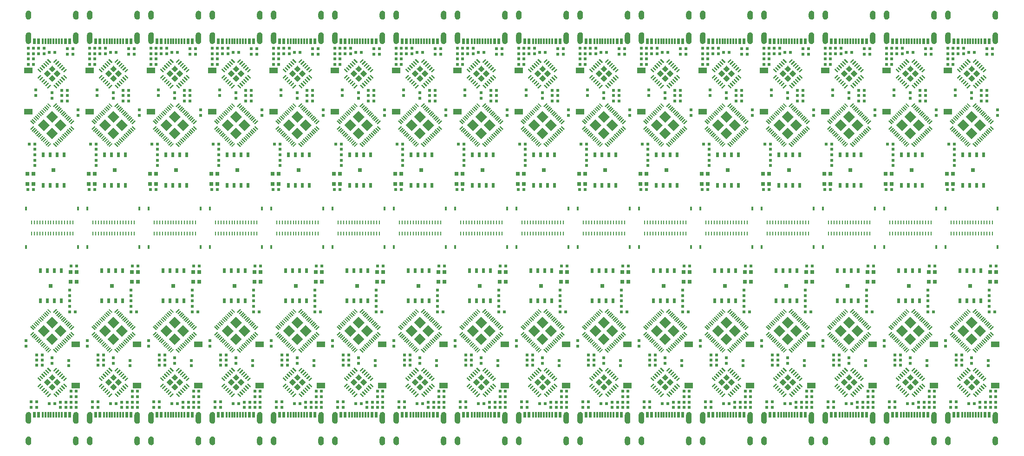
<source format=gtp>
G04 EAGLE Gerber RS-274X export*
G75*
%MOMM*%
%FSLAX34Y34*%
%LPD*%
%INSolderpaste Top*%
%IPPOS*%
%AMOC8*
5,1,8,0,0,1.08239X$1,22.5*%
G01*
%ADD10R,0.400000X0.800000*%
%ADD11R,0.250000X0.650000*%
%ADD12R,0.600000X0.600000*%
%ADD13R,1.520281X1.520281*%
%ADD14R,0.230000X0.800000*%
%ADD15R,0.500000X0.850000*%
%ADD16R,0.800000X0.800000*%
%ADD17R,1.500000X1.000000*%
%ADD18R,0.300000X1.000000*%
%ADD19R,0.600000X1.000000*%
%ADD20R,0.700000X0.700000*%

G36*
X10344Y745215D02*
X10344Y745215D01*
X10347Y745211D01*
X11455Y745381D01*
X11461Y745387D01*
X11466Y745384D01*
X12508Y745796D01*
X12512Y745803D01*
X12517Y745801D01*
X13442Y746435D01*
X13444Y746443D01*
X13450Y746442D01*
X14210Y747266D01*
X14211Y747274D01*
X14217Y747274D01*
X14774Y748246D01*
X14774Y748250D01*
X14775Y748251D01*
X14773Y748253D01*
X14773Y748254D01*
X14779Y748256D01*
X15106Y749328D01*
X15105Y749333D01*
X15107Y749334D01*
X15105Y749337D01*
X15108Y749339D01*
X15189Y750456D01*
X15188Y750459D01*
X15189Y750460D01*
X15189Y762460D01*
X15184Y762467D01*
X15188Y762471D01*
X14969Y763415D01*
X14963Y763421D01*
X14965Y763426D01*
X14542Y764298D01*
X14534Y764301D01*
X14536Y764307D01*
X13929Y765063D01*
X13921Y765065D01*
X13921Y765071D01*
X13161Y765672D01*
X13152Y765672D01*
X13151Y765678D01*
X12276Y766096D01*
X12268Y766094D01*
X12266Y766099D01*
X11320Y766312D01*
X11313Y766308D01*
X11309Y766313D01*
X10340Y766309D01*
X10339Y766309D01*
X9271Y766290D01*
X9270Y766290D01*
X9264Y766286D01*
X9260Y766289D01*
X8223Y766033D01*
X8218Y766026D01*
X8212Y766029D01*
X7258Y765548D01*
X7255Y765541D01*
X7249Y765542D01*
X6426Y764861D01*
X6424Y764853D01*
X6418Y764853D01*
X5767Y764006D01*
X5767Y763998D01*
X5761Y763997D01*
X5314Y763026D01*
X5316Y763018D01*
X5311Y763016D01*
X5092Y761970D01*
X5095Y761963D01*
X5091Y761960D01*
X5091Y749960D01*
X5094Y749955D01*
X5091Y749952D01*
X5271Y748857D01*
X5277Y748851D01*
X5274Y748846D01*
X5693Y747818D01*
X5700Y747814D01*
X5698Y747809D01*
X6336Y746900D01*
X6343Y746898D01*
X6343Y746892D01*
X7166Y746148D01*
X7174Y746147D01*
X7175Y746141D01*
X8143Y745599D01*
X8152Y745600D01*
X8154Y745594D01*
X9218Y745281D01*
X9226Y745284D01*
X9229Y745279D01*
X10337Y745211D01*
X10344Y745215D01*
G37*
G36*
X792664Y745215D02*
X792664Y745215D01*
X792667Y745211D01*
X793775Y745381D01*
X793781Y745387D01*
X793786Y745384D01*
X794828Y745796D01*
X794832Y745803D01*
X794837Y745801D01*
X795762Y746435D01*
X795764Y746443D01*
X795770Y746442D01*
X796530Y747266D01*
X796531Y747274D01*
X796537Y747274D01*
X797094Y748246D01*
X797094Y748250D01*
X797095Y748251D01*
X797093Y748253D01*
X797093Y748254D01*
X797099Y748256D01*
X797426Y749328D01*
X797425Y749333D01*
X797427Y749334D01*
X797425Y749337D01*
X797428Y749339D01*
X797509Y750456D01*
X797508Y750459D01*
X797509Y750460D01*
X797509Y762460D01*
X797504Y762467D01*
X797508Y762471D01*
X797289Y763415D01*
X797283Y763421D01*
X797285Y763426D01*
X796862Y764298D01*
X796854Y764301D01*
X796856Y764307D01*
X796249Y765063D01*
X796241Y765065D01*
X796241Y765071D01*
X795481Y765672D01*
X795472Y765672D01*
X795471Y765678D01*
X794596Y766096D01*
X794588Y766094D01*
X794586Y766099D01*
X793640Y766312D01*
X793633Y766308D01*
X793629Y766313D01*
X792660Y766309D01*
X792659Y766309D01*
X791591Y766290D01*
X791590Y766290D01*
X791584Y766286D01*
X791580Y766289D01*
X790543Y766033D01*
X790538Y766026D01*
X790532Y766029D01*
X789578Y765548D01*
X789575Y765541D01*
X789569Y765542D01*
X788746Y764861D01*
X788744Y764853D01*
X788738Y764853D01*
X788087Y764006D01*
X788087Y763998D01*
X788081Y763997D01*
X787634Y763026D01*
X787636Y763018D01*
X787631Y763016D01*
X787412Y761970D01*
X787415Y761963D01*
X787411Y761960D01*
X787411Y749960D01*
X787414Y749955D01*
X787411Y749952D01*
X787591Y748857D01*
X787597Y748851D01*
X787594Y748846D01*
X788013Y747818D01*
X788020Y747814D01*
X788018Y747809D01*
X788656Y746900D01*
X788663Y746898D01*
X788663Y746892D01*
X789486Y746148D01*
X789494Y746147D01*
X789495Y746141D01*
X790463Y745599D01*
X790472Y745600D01*
X790474Y745594D01*
X791538Y745281D01*
X791546Y745284D01*
X791549Y745279D01*
X792657Y745211D01*
X792664Y745215D01*
G37*
G36*
X680904Y745215D02*
X680904Y745215D01*
X680907Y745211D01*
X682015Y745381D01*
X682021Y745387D01*
X682026Y745384D01*
X683068Y745796D01*
X683072Y745803D01*
X683077Y745801D01*
X684002Y746435D01*
X684004Y746443D01*
X684010Y746442D01*
X684770Y747266D01*
X684771Y747274D01*
X684777Y747274D01*
X685334Y748246D01*
X685334Y748250D01*
X685335Y748251D01*
X685333Y748253D01*
X685333Y748254D01*
X685339Y748256D01*
X685666Y749328D01*
X685665Y749333D01*
X685667Y749334D01*
X685665Y749337D01*
X685668Y749339D01*
X685749Y750456D01*
X685748Y750459D01*
X685749Y750460D01*
X685749Y762460D01*
X685744Y762467D01*
X685748Y762471D01*
X685529Y763415D01*
X685523Y763421D01*
X685525Y763426D01*
X685102Y764298D01*
X685094Y764301D01*
X685096Y764307D01*
X684489Y765063D01*
X684481Y765065D01*
X684481Y765071D01*
X683721Y765672D01*
X683712Y765672D01*
X683711Y765678D01*
X682836Y766096D01*
X682828Y766094D01*
X682826Y766099D01*
X681880Y766312D01*
X681873Y766308D01*
X681869Y766313D01*
X680900Y766309D01*
X680899Y766309D01*
X679831Y766290D01*
X679830Y766290D01*
X679824Y766286D01*
X679820Y766289D01*
X678783Y766033D01*
X678778Y766026D01*
X678772Y766029D01*
X677818Y765548D01*
X677815Y765541D01*
X677809Y765542D01*
X676986Y764861D01*
X676984Y764853D01*
X676978Y764853D01*
X676327Y764006D01*
X676327Y763998D01*
X676321Y763997D01*
X675874Y763026D01*
X675876Y763018D01*
X675871Y763016D01*
X675652Y761970D01*
X675655Y761963D01*
X675651Y761960D01*
X675651Y749960D01*
X675654Y749955D01*
X675651Y749952D01*
X675831Y748857D01*
X675837Y748851D01*
X675834Y748846D01*
X676253Y747818D01*
X676260Y747814D01*
X676258Y747809D01*
X676896Y746900D01*
X676903Y746898D01*
X676903Y746892D01*
X677726Y746148D01*
X677734Y746147D01*
X677735Y746141D01*
X678703Y745599D01*
X678712Y745600D01*
X678714Y745594D01*
X679778Y745281D01*
X679786Y745284D01*
X679789Y745279D01*
X680897Y745211D01*
X680904Y745215D01*
G37*
G36*
X345624Y745215D02*
X345624Y745215D01*
X345627Y745211D01*
X346735Y745381D01*
X346741Y745387D01*
X346746Y745384D01*
X347788Y745796D01*
X347792Y745803D01*
X347797Y745801D01*
X348722Y746435D01*
X348724Y746443D01*
X348730Y746442D01*
X349490Y747266D01*
X349491Y747274D01*
X349497Y747274D01*
X350054Y748246D01*
X350054Y748250D01*
X350055Y748251D01*
X350053Y748253D01*
X350053Y748254D01*
X350059Y748256D01*
X350386Y749328D01*
X350385Y749333D01*
X350387Y749334D01*
X350385Y749337D01*
X350388Y749339D01*
X350469Y750456D01*
X350468Y750459D01*
X350469Y750460D01*
X350469Y762460D01*
X350464Y762467D01*
X350468Y762471D01*
X350249Y763415D01*
X350243Y763421D01*
X350245Y763426D01*
X349822Y764298D01*
X349814Y764301D01*
X349816Y764307D01*
X349209Y765063D01*
X349201Y765065D01*
X349201Y765071D01*
X348441Y765672D01*
X348432Y765672D01*
X348431Y765678D01*
X347556Y766096D01*
X347548Y766094D01*
X347546Y766099D01*
X346600Y766312D01*
X346593Y766308D01*
X346589Y766313D01*
X345620Y766309D01*
X345619Y766309D01*
X344551Y766290D01*
X344550Y766290D01*
X344544Y766286D01*
X344540Y766289D01*
X343503Y766033D01*
X343498Y766026D01*
X343492Y766029D01*
X342538Y765548D01*
X342535Y765541D01*
X342529Y765542D01*
X341706Y764861D01*
X341704Y764853D01*
X341698Y764853D01*
X341047Y764006D01*
X341047Y763998D01*
X341041Y763997D01*
X340594Y763026D01*
X340596Y763018D01*
X340591Y763016D01*
X340372Y761970D01*
X340375Y761963D01*
X340371Y761960D01*
X340371Y749960D01*
X340374Y749955D01*
X340371Y749952D01*
X340551Y748857D01*
X340557Y748851D01*
X340554Y748846D01*
X340973Y747818D01*
X340980Y747814D01*
X340978Y747809D01*
X341616Y746900D01*
X341623Y746898D01*
X341623Y746892D01*
X342446Y746148D01*
X342454Y746147D01*
X342455Y746141D01*
X343423Y745599D01*
X343432Y745600D01*
X343434Y745594D01*
X344498Y745281D01*
X344506Y745284D01*
X344509Y745279D01*
X345617Y745211D01*
X345624Y745215D01*
G37*
G36*
X1239704Y745215D02*
X1239704Y745215D01*
X1239707Y745211D01*
X1240815Y745381D01*
X1240821Y745387D01*
X1240826Y745384D01*
X1241868Y745796D01*
X1241872Y745803D01*
X1241877Y745801D01*
X1242802Y746435D01*
X1242804Y746443D01*
X1242810Y746442D01*
X1243570Y747266D01*
X1243571Y747274D01*
X1243577Y747274D01*
X1244134Y748246D01*
X1244134Y748250D01*
X1244135Y748251D01*
X1244133Y748253D01*
X1244133Y748254D01*
X1244139Y748256D01*
X1244466Y749328D01*
X1244465Y749333D01*
X1244467Y749334D01*
X1244465Y749337D01*
X1244468Y749339D01*
X1244549Y750456D01*
X1244548Y750459D01*
X1244549Y750460D01*
X1244549Y762460D01*
X1244544Y762467D01*
X1244548Y762471D01*
X1244329Y763415D01*
X1244323Y763421D01*
X1244325Y763426D01*
X1243902Y764298D01*
X1243894Y764301D01*
X1243896Y764307D01*
X1243289Y765063D01*
X1243281Y765065D01*
X1243281Y765071D01*
X1242521Y765672D01*
X1242512Y765672D01*
X1242511Y765678D01*
X1241636Y766096D01*
X1241628Y766094D01*
X1241626Y766099D01*
X1240680Y766312D01*
X1240673Y766308D01*
X1240669Y766313D01*
X1239700Y766309D01*
X1239699Y766309D01*
X1238631Y766290D01*
X1238630Y766290D01*
X1238624Y766286D01*
X1238620Y766289D01*
X1237583Y766033D01*
X1237578Y766026D01*
X1237572Y766029D01*
X1236618Y765548D01*
X1236615Y765541D01*
X1236609Y765542D01*
X1235786Y764861D01*
X1235784Y764853D01*
X1235778Y764853D01*
X1235127Y764006D01*
X1235127Y763998D01*
X1235121Y763997D01*
X1234674Y763026D01*
X1234676Y763018D01*
X1234671Y763016D01*
X1234452Y761970D01*
X1234455Y761963D01*
X1234451Y761960D01*
X1234451Y749960D01*
X1234454Y749955D01*
X1234451Y749952D01*
X1234631Y748857D01*
X1234637Y748851D01*
X1234634Y748846D01*
X1235053Y747818D01*
X1235060Y747814D01*
X1235058Y747809D01*
X1235696Y746900D01*
X1235703Y746898D01*
X1235703Y746892D01*
X1236526Y746148D01*
X1236534Y746147D01*
X1236535Y746141D01*
X1237503Y745599D01*
X1237512Y745600D01*
X1237514Y745594D01*
X1238578Y745281D01*
X1238586Y745284D01*
X1238589Y745279D01*
X1239697Y745211D01*
X1239704Y745215D01*
G37*
G36*
X122104Y745215D02*
X122104Y745215D01*
X122107Y745211D01*
X123215Y745381D01*
X123221Y745387D01*
X123226Y745384D01*
X124268Y745796D01*
X124272Y745803D01*
X124277Y745801D01*
X125202Y746435D01*
X125204Y746443D01*
X125210Y746442D01*
X125970Y747266D01*
X125971Y747274D01*
X125977Y747274D01*
X126534Y748246D01*
X126534Y748250D01*
X126535Y748251D01*
X126533Y748253D01*
X126533Y748254D01*
X126539Y748256D01*
X126866Y749328D01*
X126865Y749333D01*
X126867Y749334D01*
X126865Y749337D01*
X126868Y749339D01*
X126949Y750456D01*
X126948Y750459D01*
X126949Y750460D01*
X126949Y762460D01*
X126944Y762467D01*
X126948Y762471D01*
X126729Y763415D01*
X126723Y763421D01*
X126725Y763426D01*
X126302Y764298D01*
X126294Y764301D01*
X126296Y764307D01*
X125689Y765063D01*
X125681Y765065D01*
X125681Y765071D01*
X124921Y765672D01*
X124912Y765672D01*
X124911Y765678D01*
X124036Y766096D01*
X124028Y766094D01*
X124026Y766099D01*
X123080Y766312D01*
X123073Y766308D01*
X123069Y766313D01*
X122100Y766309D01*
X122099Y766309D01*
X121031Y766290D01*
X121030Y766290D01*
X121024Y766286D01*
X121020Y766289D01*
X119983Y766033D01*
X119978Y766026D01*
X119972Y766029D01*
X119018Y765548D01*
X119015Y765541D01*
X119009Y765542D01*
X118186Y764861D01*
X118184Y764853D01*
X118178Y764853D01*
X117527Y764006D01*
X117527Y763998D01*
X117521Y763997D01*
X117074Y763026D01*
X117076Y763018D01*
X117071Y763016D01*
X116852Y761970D01*
X116855Y761963D01*
X116851Y761960D01*
X116851Y749960D01*
X116854Y749955D01*
X116851Y749952D01*
X117031Y748857D01*
X117037Y748851D01*
X117034Y748846D01*
X117453Y747818D01*
X117460Y747814D01*
X117458Y747809D01*
X118096Y746900D01*
X118103Y746898D01*
X118103Y746892D01*
X118926Y746148D01*
X118934Y746147D01*
X118935Y746141D01*
X119903Y745599D01*
X119912Y745600D01*
X119914Y745594D01*
X120978Y745281D01*
X120986Y745284D01*
X120989Y745279D01*
X122097Y745211D01*
X122104Y745215D01*
G37*
G36*
X457384Y745215D02*
X457384Y745215D01*
X457387Y745211D01*
X458495Y745381D01*
X458501Y745387D01*
X458506Y745384D01*
X459548Y745796D01*
X459552Y745803D01*
X459557Y745801D01*
X460482Y746435D01*
X460484Y746443D01*
X460490Y746442D01*
X461250Y747266D01*
X461251Y747274D01*
X461257Y747274D01*
X461814Y748246D01*
X461814Y748250D01*
X461815Y748251D01*
X461813Y748253D01*
X461813Y748254D01*
X461819Y748256D01*
X462146Y749328D01*
X462145Y749333D01*
X462147Y749334D01*
X462145Y749337D01*
X462148Y749339D01*
X462229Y750456D01*
X462228Y750459D01*
X462229Y750460D01*
X462229Y762460D01*
X462224Y762467D01*
X462228Y762471D01*
X462009Y763415D01*
X462003Y763421D01*
X462005Y763426D01*
X461582Y764298D01*
X461574Y764301D01*
X461576Y764307D01*
X460969Y765063D01*
X460961Y765065D01*
X460961Y765071D01*
X460201Y765672D01*
X460192Y765672D01*
X460191Y765678D01*
X459316Y766096D01*
X459308Y766094D01*
X459306Y766099D01*
X458360Y766312D01*
X458353Y766308D01*
X458349Y766313D01*
X457380Y766309D01*
X457379Y766309D01*
X456311Y766290D01*
X456310Y766290D01*
X456304Y766286D01*
X456300Y766289D01*
X455263Y766033D01*
X455258Y766026D01*
X455252Y766029D01*
X454298Y765548D01*
X454295Y765541D01*
X454289Y765542D01*
X453466Y764861D01*
X453464Y764853D01*
X453458Y764853D01*
X452807Y764006D01*
X452807Y763998D01*
X452801Y763997D01*
X452354Y763026D01*
X452356Y763018D01*
X452351Y763016D01*
X452132Y761970D01*
X452135Y761963D01*
X452131Y761960D01*
X452131Y749960D01*
X452134Y749955D01*
X452131Y749952D01*
X452311Y748857D01*
X452317Y748851D01*
X452314Y748846D01*
X452733Y747818D01*
X452740Y747814D01*
X452738Y747809D01*
X453376Y746900D01*
X453383Y746898D01*
X453383Y746892D01*
X454206Y746148D01*
X454214Y746147D01*
X454215Y746141D01*
X455183Y745599D01*
X455192Y745600D01*
X455194Y745594D01*
X456258Y745281D01*
X456266Y745284D01*
X456269Y745279D01*
X457377Y745211D01*
X457384Y745215D01*
G37*
G36*
X1574984Y745215D02*
X1574984Y745215D01*
X1574987Y745211D01*
X1576095Y745381D01*
X1576101Y745387D01*
X1576106Y745384D01*
X1577148Y745796D01*
X1577152Y745803D01*
X1577157Y745801D01*
X1578082Y746435D01*
X1578084Y746443D01*
X1578090Y746442D01*
X1578850Y747266D01*
X1578851Y747274D01*
X1578857Y747274D01*
X1579414Y748246D01*
X1579414Y748250D01*
X1579415Y748251D01*
X1579413Y748253D01*
X1579413Y748254D01*
X1579419Y748256D01*
X1579746Y749328D01*
X1579745Y749333D01*
X1579747Y749334D01*
X1579745Y749337D01*
X1579748Y749339D01*
X1579829Y750456D01*
X1579828Y750459D01*
X1579829Y750460D01*
X1579829Y762460D01*
X1579824Y762467D01*
X1579828Y762471D01*
X1579609Y763415D01*
X1579603Y763421D01*
X1579605Y763426D01*
X1579182Y764298D01*
X1579174Y764301D01*
X1579176Y764307D01*
X1578569Y765063D01*
X1578561Y765065D01*
X1578561Y765071D01*
X1577801Y765672D01*
X1577792Y765672D01*
X1577791Y765678D01*
X1576916Y766096D01*
X1576908Y766094D01*
X1576906Y766099D01*
X1575960Y766312D01*
X1575953Y766308D01*
X1575949Y766313D01*
X1574980Y766309D01*
X1574979Y766309D01*
X1573911Y766290D01*
X1573910Y766290D01*
X1573904Y766286D01*
X1573900Y766289D01*
X1572863Y766033D01*
X1572858Y766026D01*
X1572852Y766029D01*
X1571898Y765548D01*
X1571895Y765541D01*
X1571889Y765542D01*
X1571066Y764861D01*
X1571064Y764853D01*
X1571058Y764853D01*
X1570407Y764006D01*
X1570407Y763998D01*
X1570401Y763997D01*
X1569954Y763026D01*
X1569956Y763018D01*
X1569951Y763016D01*
X1569732Y761970D01*
X1569735Y761963D01*
X1569731Y761960D01*
X1569731Y749960D01*
X1569734Y749955D01*
X1569731Y749952D01*
X1569911Y748857D01*
X1569917Y748851D01*
X1569914Y748846D01*
X1570333Y747818D01*
X1570340Y747814D01*
X1570338Y747809D01*
X1570976Y746900D01*
X1570983Y746898D01*
X1570983Y746892D01*
X1571806Y746148D01*
X1571814Y746147D01*
X1571815Y746141D01*
X1572783Y745599D01*
X1572792Y745600D01*
X1572794Y745594D01*
X1573858Y745281D01*
X1573866Y745284D01*
X1573869Y745279D01*
X1574977Y745211D01*
X1574984Y745215D01*
G37*
G36*
X569144Y745215D02*
X569144Y745215D01*
X569147Y745211D01*
X570255Y745381D01*
X570261Y745387D01*
X570266Y745384D01*
X571308Y745796D01*
X571312Y745803D01*
X571317Y745801D01*
X572242Y746435D01*
X572244Y746443D01*
X572250Y746442D01*
X573010Y747266D01*
X573011Y747274D01*
X573017Y747274D01*
X573574Y748246D01*
X573574Y748250D01*
X573575Y748251D01*
X573573Y748253D01*
X573573Y748254D01*
X573579Y748256D01*
X573906Y749328D01*
X573905Y749333D01*
X573907Y749334D01*
X573905Y749337D01*
X573908Y749339D01*
X573989Y750456D01*
X573988Y750459D01*
X573989Y750460D01*
X573989Y762460D01*
X573984Y762467D01*
X573988Y762471D01*
X573769Y763415D01*
X573763Y763421D01*
X573765Y763426D01*
X573342Y764298D01*
X573334Y764301D01*
X573336Y764307D01*
X572729Y765063D01*
X572721Y765065D01*
X572721Y765071D01*
X571961Y765672D01*
X571952Y765672D01*
X571951Y765678D01*
X571076Y766096D01*
X571068Y766094D01*
X571066Y766099D01*
X570120Y766312D01*
X570113Y766308D01*
X570109Y766313D01*
X569140Y766309D01*
X569139Y766309D01*
X568071Y766290D01*
X568070Y766290D01*
X568064Y766286D01*
X568060Y766289D01*
X567023Y766033D01*
X567018Y766026D01*
X567012Y766029D01*
X566058Y765548D01*
X566055Y765541D01*
X566049Y765542D01*
X565226Y764861D01*
X565224Y764853D01*
X565218Y764853D01*
X564567Y764006D01*
X564567Y763998D01*
X564561Y763997D01*
X564114Y763026D01*
X564116Y763018D01*
X564111Y763016D01*
X563892Y761970D01*
X563895Y761963D01*
X563891Y761960D01*
X563891Y749960D01*
X563894Y749955D01*
X563891Y749952D01*
X564071Y748857D01*
X564077Y748851D01*
X564074Y748846D01*
X564493Y747818D01*
X564500Y747814D01*
X564498Y747809D01*
X565136Y746900D01*
X565143Y746898D01*
X565143Y746892D01*
X565966Y746148D01*
X565974Y746147D01*
X565975Y746141D01*
X566943Y745599D01*
X566952Y745600D01*
X566954Y745594D01*
X568018Y745281D01*
X568026Y745284D01*
X568029Y745279D01*
X569137Y745211D01*
X569144Y745215D01*
G37*
G36*
X1016184Y745215D02*
X1016184Y745215D01*
X1016187Y745211D01*
X1017295Y745381D01*
X1017301Y745387D01*
X1017306Y745384D01*
X1018348Y745796D01*
X1018352Y745803D01*
X1018357Y745801D01*
X1019282Y746435D01*
X1019284Y746443D01*
X1019290Y746442D01*
X1020050Y747266D01*
X1020051Y747274D01*
X1020057Y747274D01*
X1020614Y748246D01*
X1020614Y748250D01*
X1020615Y748251D01*
X1020613Y748253D01*
X1020613Y748254D01*
X1020619Y748256D01*
X1020946Y749328D01*
X1020945Y749333D01*
X1020947Y749334D01*
X1020945Y749337D01*
X1020948Y749339D01*
X1021029Y750456D01*
X1021028Y750459D01*
X1021029Y750460D01*
X1021029Y762460D01*
X1021024Y762467D01*
X1021028Y762471D01*
X1020809Y763415D01*
X1020803Y763421D01*
X1020805Y763426D01*
X1020382Y764298D01*
X1020374Y764301D01*
X1020376Y764307D01*
X1019769Y765063D01*
X1019761Y765065D01*
X1019761Y765071D01*
X1019001Y765672D01*
X1018992Y765672D01*
X1018991Y765678D01*
X1018116Y766096D01*
X1018108Y766094D01*
X1018106Y766099D01*
X1017160Y766312D01*
X1017153Y766308D01*
X1017149Y766313D01*
X1016180Y766309D01*
X1016179Y766309D01*
X1015111Y766290D01*
X1015110Y766290D01*
X1015104Y766286D01*
X1015100Y766289D01*
X1014063Y766033D01*
X1014058Y766026D01*
X1014052Y766029D01*
X1013098Y765548D01*
X1013095Y765541D01*
X1013089Y765542D01*
X1012266Y764861D01*
X1012264Y764853D01*
X1012258Y764853D01*
X1011607Y764006D01*
X1011607Y763998D01*
X1011601Y763997D01*
X1011154Y763026D01*
X1011156Y763018D01*
X1011151Y763016D01*
X1010932Y761970D01*
X1010935Y761963D01*
X1010931Y761960D01*
X1010931Y749960D01*
X1010934Y749955D01*
X1010931Y749952D01*
X1011111Y748857D01*
X1011117Y748851D01*
X1011114Y748846D01*
X1011533Y747818D01*
X1011540Y747814D01*
X1011538Y747809D01*
X1012176Y746900D01*
X1012183Y746898D01*
X1012183Y746892D01*
X1013006Y746148D01*
X1013014Y746147D01*
X1013015Y746141D01*
X1013983Y745599D01*
X1013992Y745600D01*
X1013994Y745594D01*
X1015058Y745281D01*
X1015066Y745284D01*
X1015069Y745279D01*
X1016177Y745211D01*
X1016184Y745215D01*
G37*
G36*
X1463224Y745215D02*
X1463224Y745215D01*
X1463227Y745211D01*
X1464335Y745381D01*
X1464341Y745387D01*
X1464346Y745384D01*
X1465388Y745796D01*
X1465392Y745803D01*
X1465397Y745801D01*
X1466322Y746435D01*
X1466324Y746443D01*
X1466330Y746442D01*
X1467090Y747266D01*
X1467091Y747274D01*
X1467097Y747274D01*
X1467654Y748246D01*
X1467654Y748250D01*
X1467655Y748251D01*
X1467653Y748253D01*
X1467653Y748254D01*
X1467659Y748256D01*
X1467986Y749328D01*
X1467985Y749333D01*
X1467987Y749334D01*
X1467985Y749337D01*
X1467988Y749339D01*
X1468069Y750456D01*
X1468068Y750459D01*
X1468069Y750460D01*
X1468069Y762460D01*
X1468064Y762467D01*
X1468068Y762471D01*
X1467849Y763415D01*
X1467843Y763421D01*
X1467845Y763426D01*
X1467422Y764298D01*
X1467414Y764301D01*
X1467416Y764307D01*
X1466809Y765063D01*
X1466801Y765065D01*
X1466801Y765071D01*
X1466041Y765672D01*
X1466032Y765672D01*
X1466031Y765678D01*
X1465156Y766096D01*
X1465148Y766094D01*
X1465146Y766099D01*
X1464200Y766312D01*
X1464193Y766308D01*
X1464189Y766313D01*
X1463220Y766309D01*
X1463219Y766309D01*
X1462151Y766290D01*
X1462150Y766290D01*
X1462144Y766286D01*
X1462140Y766289D01*
X1461103Y766033D01*
X1461098Y766026D01*
X1461092Y766029D01*
X1460138Y765548D01*
X1460135Y765541D01*
X1460129Y765542D01*
X1459306Y764861D01*
X1459304Y764853D01*
X1459298Y764853D01*
X1458647Y764006D01*
X1458647Y763998D01*
X1458641Y763997D01*
X1458194Y763026D01*
X1458196Y763018D01*
X1458191Y763016D01*
X1457972Y761970D01*
X1457975Y761963D01*
X1457971Y761960D01*
X1457971Y749960D01*
X1457974Y749955D01*
X1457971Y749952D01*
X1458151Y748857D01*
X1458157Y748851D01*
X1458154Y748846D01*
X1458573Y747818D01*
X1458580Y747814D01*
X1458578Y747809D01*
X1459216Y746900D01*
X1459223Y746898D01*
X1459223Y746892D01*
X1460046Y746148D01*
X1460054Y746147D01*
X1460055Y746141D01*
X1461023Y745599D01*
X1461032Y745600D01*
X1461034Y745594D01*
X1462098Y745281D01*
X1462106Y745284D01*
X1462109Y745279D01*
X1463217Y745211D01*
X1463224Y745215D01*
G37*
G36*
X904424Y745215D02*
X904424Y745215D01*
X904427Y745211D01*
X905535Y745381D01*
X905541Y745387D01*
X905546Y745384D01*
X906588Y745796D01*
X906592Y745803D01*
X906597Y745801D01*
X907522Y746435D01*
X907524Y746443D01*
X907530Y746442D01*
X908290Y747266D01*
X908291Y747274D01*
X908297Y747274D01*
X908854Y748246D01*
X908854Y748250D01*
X908855Y748251D01*
X908853Y748253D01*
X908853Y748254D01*
X908859Y748256D01*
X909186Y749328D01*
X909185Y749333D01*
X909187Y749334D01*
X909185Y749337D01*
X909188Y749339D01*
X909269Y750456D01*
X909268Y750459D01*
X909269Y750460D01*
X909269Y762460D01*
X909264Y762467D01*
X909268Y762471D01*
X909049Y763415D01*
X909043Y763421D01*
X909045Y763426D01*
X908622Y764298D01*
X908614Y764301D01*
X908616Y764307D01*
X908009Y765063D01*
X908001Y765065D01*
X908001Y765071D01*
X907241Y765672D01*
X907232Y765672D01*
X907231Y765678D01*
X906356Y766096D01*
X906348Y766094D01*
X906346Y766099D01*
X905400Y766312D01*
X905393Y766308D01*
X905389Y766313D01*
X904420Y766309D01*
X904419Y766309D01*
X903351Y766290D01*
X903350Y766290D01*
X903344Y766286D01*
X903340Y766289D01*
X902303Y766033D01*
X902298Y766026D01*
X902292Y766029D01*
X901338Y765548D01*
X901335Y765541D01*
X901329Y765542D01*
X900506Y764861D01*
X900504Y764853D01*
X900498Y764853D01*
X899847Y764006D01*
X899847Y763998D01*
X899841Y763997D01*
X899394Y763026D01*
X899396Y763018D01*
X899391Y763016D01*
X899172Y761970D01*
X899175Y761963D01*
X899171Y761960D01*
X899171Y749960D01*
X899174Y749955D01*
X899171Y749952D01*
X899351Y748857D01*
X899357Y748851D01*
X899354Y748846D01*
X899773Y747818D01*
X899780Y747814D01*
X899778Y747809D01*
X900416Y746900D01*
X900423Y746898D01*
X900423Y746892D01*
X901246Y746148D01*
X901254Y746147D01*
X901255Y746141D01*
X902223Y745599D01*
X902232Y745600D01*
X902234Y745594D01*
X903298Y745281D01*
X903306Y745284D01*
X903309Y745279D01*
X904417Y745211D01*
X904424Y745215D01*
G37*
G36*
X1351464Y745215D02*
X1351464Y745215D01*
X1351467Y745211D01*
X1352575Y745381D01*
X1352581Y745387D01*
X1352586Y745384D01*
X1353628Y745796D01*
X1353632Y745803D01*
X1353637Y745801D01*
X1354562Y746435D01*
X1354564Y746443D01*
X1354570Y746442D01*
X1355330Y747266D01*
X1355331Y747274D01*
X1355337Y747274D01*
X1355894Y748246D01*
X1355894Y748250D01*
X1355895Y748251D01*
X1355893Y748253D01*
X1355893Y748254D01*
X1355899Y748256D01*
X1356226Y749328D01*
X1356225Y749333D01*
X1356227Y749334D01*
X1356225Y749337D01*
X1356228Y749339D01*
X1356309Y750456D01*
X1356308Y750459D01*
X1356309Y750460D01*
X1356309Y762460D01*
X1356304Y762467D01*
X1356308Y762471D01*
X1356089Y763415D01*
X1356083Y763421D01*
X1356085Y763426D01*
X1355662Y764298D01*
X1355654Y764301D01*
X1355656Y764307D01*
X1355049Y765063D01*
X1355041Y765065D01*
X1355041Y765071D01*
X1354281Y765672D01*
X1354272Y765672D01*
X1354271Y765678D01*
X1353396Y766096D01*
X1353388Y766094D01*
X1353386Y766099D01*
X1352440Y766312D01*
X1352433Y766308D01*
X1352429Y766313D01*
X1351460Y766309D01*
X1351459Y766309D01*
X1350391Y766290D01*
X1350390Y766290D01*
X1350384Y766286D01*
X1350380Y766289D01*
X1349343Y766033D01*
X1349338Y766026D01*
X1349332Y766029D01*
X1348378Y765548D01*
X1348375Y765541D01*
X1348369Y765542D01*
X1347546Y764861D01*
X1347544Y764853D01*
X1347538Y764853D01*
X1346887Y764006D01*
X1346887Y763998D01*
X1346881Y763997D01*
X1346434Y763026D01*
X1346436Y763018D01*
X1346431Y763016D01*
X1346212Y761970D01*
X1346215Y761963D01*
X1346211Y761960D01*
X1346211Y749960D01*
X1346214Y749955D01*
X1346211Y749952D01*
X1346391Y748857D01*
X1346397Y748851D01*
X1346394Y748846D01*
X1346813Y747818D01*
X1346820Y747814D01*
X1346818Y747809D01*
X1347456Y746900D01*
X1347463Y746898D01*
X1347463Y746892D01*
X1348286Y746148D01*
X1348294Y746147D01*
X1348295Y746141D01*
X1349263Y745599D01*
X1349272Y745600D01*
X1349274Y745594D01*
X1350338Y745281D01*
X1350346Y745284D01*
X1350349Y745279D01*
X1351457Y745211D01*
X1351464Y745215D01*
G37*
G36*
X1686744Y745215D02*
X1686744Y745215D01*
X1686747Y745211D01*
X1687855Y745381D01*
X1687861Y745387D01*
X1687866Y745384D01*
X1688908Y745796D01*
X1688912Y745803D01*
X1688917Y745801D01*
X1689842Y746435D01*
X1689844Y746443D01*
X1689850Y746442D01*
X1690610Y747266D01*
X1690611Y747274D01*
X1690617Y747274D01*
X1691174Y748246D01*
X1691174Y748250D01*
X1691175Y748251D01*
X1691173Y748253D01*
X1691173Y748254D01*
X1691179Y748256D01*
X1691506Y749328D01*
X1691505Y749333D01*
X1691507Y749334D01*
X1691505Y749337D01*
X1691508Y749339D01*
X1691589Y750456D01*
X1691588Y750459D01*
X1691589Y750460D01*
X1691589Y762460D01*
X1691584Y762467D01*
X1691588Y762471D01*
X1691369Y763415D01*
X1691363Y763421D01*
X1691365Y763426D01*
X1690942Y764298D01*
X1690934Y764301D01*
X1690936Y764307D01*
X1690329Y765063D01*
X1690321Y765065D01*
X1690321Y765071D01*
X1689561Y765672D01*
X1689552Y765672D01*
X1689551Y765678D01*
X1688676Y766096D01*
X1688668Y766094D01*
X1688666Y766099D01*
X1687720Y766312D01*
X1687713Y766308D01*
X1687709Y766313D01*
X1686740Y766309D01*
X1686739Y766309D01*
X1685671Y766290D01*
X1685670Y766290D01*
X1685664Y766286D01*
X1685660Y766289D01*
X1684623Y766033D01*
X1684618Y766026D01*
X1684612Y766029D01*
X1683658Y765548D01*
X1683655Y765541D01*
X1683649Y765542D01*
X1682826Y764861D01*
X1682824Y764853D01*
X1682818Y764853D01*
X1682167Y764006D01*
X1682167Y763998D01*
X1682161Y763997D01*
X1681714Y763026D01*
X1681716Y763018D01*
X1681711Y763016D01*
X1681492Y761970D01*
X1681495Y761963D01*
X1681491Y761960D01*
X1681491Y749960D01*
X1681494Y749955D01*
X1681491Y749952D01*
X1681671Y748857D01*
X1681677Y748851D01*
X1681674Y748846D01*
X1682093Y747818D01*
X1682100Y747814D01*
X1682098Y747809D01*
X1682736Y746900D01*
X1682743Y746898D01*
X1682743Y746892D01*
X1683566Y746148D01*
X1683574Y746147D01*
X1683575Y746141D01*
X1684543Y745599D01*
X1684552Y745600D01*
X1684554Y745594D01*
X1685618Y745281D01*
X1685626Y745284D01*
X1685629Y745279D01*
X1686737Y745211D01*
X1686744Y745215D01*
G37*
G36*
X233864Y745215D02*
X233864Y745215D01*
X233867Y745211D01*
X234975Y745381D01*
X234981Y745387D01*
X234986Y745384D01*
X236028Y745796D01*
X236032Y745803D01*
X236037Y745801D01*
X236962Y746435D01*
X236964Y746443D01*
X236970Y746442D01*
X237730Y747266D01*
X237731Y747274D01*
X237737Y747274D01*
X238294Y748246D01*
X238294Y748250D01*
X238295Y748251D01*
X238293Y748253D01*
X238293Y748254D01*
X238299Y748256D01*
X238626Y749328D01*
X238625Y749333D01*
X238627Y749334D01*
X238625Y749337D01*
X238628Y749339D01*
X238709Y750456D01*
X238708Y750459D01*
X238709Y750460D01*
X238709Y762460D01*
X238704Y762467D01*
X238708Y762471D01*
X238489Y763415D01*
X238483Y763421D01*
X238485Y763426D01*
X238062Y764298D01*
X238054Y764301D01*
X238056Y764307D01*
X237449Y765063D01*
X237441Y765065D01*
X237441Y765071D01*
X236681Y765672D01*
X236672Y765672D01*
X236671Y765678D01*
X235796Y766096D01*
X235788Y766094D01*
X235786Y766099D01*
X234840Y766312D01*
X234833Y766308D01*
X234829Y766313D01*
X233860Y766309D01*
X233859Y766309D01*
X232791Y766290D01*
X232790Y766290D01*
X232784Y766286D01*
X232780Y766289D01*
X231743Y766033D01*
X231738Y766026D01*
X231732Y766029D01*
X230778Y765548D01*
X230775Y765541D01*
X230769Y765542D01*
X229946Y764861D01*
X229944Y764853D01*
X229938Y764853D01*
X229287Y764006D01*
X229287Y763998D01*
X229281Y763997D01*
X228834Y763026D01*
X228836Y763018D01*
X228831Y763016D01*
X228612Y761970D01*
X228615Y761963D01*
X228611Y761960D01*
X228611Y749960D01*
X228614Y749955D01*
X228611Y749952D01*
X228791Y748857D01*
X228797Y748851D01*
X228794Y748846D01*
X229213Y747818D01*
X229220Y747814D01*
X229218Y747809D01*
X229856Y746900D01*
X229863Y746898D01*
X229863Y746892D01*
X230686Y746148D01*
X230694Y746147D01*
X230695Y746141D01*
X231663Y745599D01*
X231672Y745600D01*
X231674Y745594D01*
X232738Y745281D01*
X232746Y745284D01*
X232749Y745279D01*
X233857Y745211D01*
X233864Y745215D01*
G37*
G36*
X1127944Y745215D02*
X1127944Y745215D01*
X1127947Y745211D01*
X1129055Y745381D01*
X1129061Y745387D01*
X1129066Y745384D01*
X1130108Y745796D01*
X1130112Y745803D01*
X1130117Y745801D01*
X1131042Y746435D01*
X1131044Y746443D01*
X1131050Y746442D01*
X1131810Y747266D01*
X1131811Y747274D01*
X1131817Y747274D01*
X1132374Y748246D01*
X1132374Y748250D01*
X1132375Y748251D01*
X1132373Y748253D01*
X1132373Y748254D01*
X1132379Y748256D01*
X1132706Y749328D01*
X1132705Y749333D01*
X1132707Y749334D01*
X1132705Y749337D01*
X1132708Y749339D01*
X1132789Y750456D01*
X1132788Y750459D01*
X1132789Y750460D01*
X1132789Y762460D01*
X1132784Y762467D01*
X1132788Y762471D01*
X1132569Y763415D01*
X1132563Y763421D01*
X1132565Y763426D01*
X1132142Y764298D01*
X1132134Y764301D01*
X1132136Y764307D01*
X1131529Y765063D01*
X1131521Y765065D01*
X1131521Y765071D01*
X1130761Y765672D01*
X1130752Y765672D01*
X1130751Y765678D01*
X1129876Y766096D01*
X1129868Y766094D01*
X1129866Y766099D01*
X1128920Y766312D01*
X1128913Y766308D01*
X1128909Y766313D01*
X1127940Y766309D01*
X1127939Y766309D01*
X1126871Y766290D01*
X1126870Y766290D01*
X1126864Y766286D01*
X1126860Y766289D01*
X1125823Y766033D01*
X1125818Y766026D01*
X1125812Y766029D01*
X1124858Y765548D01*
X1124855Y765541D01*
X1124849Y765542D01*
X1124026Y764861D01*
X1124024Y764853D01*
X1124018Y764853D01*
X1123367Y764006D01*
X1123367Y763998D01*
X1123361Y763997D01*
X1122914Y763026D01*
X1122916Y763018D01*
X1122911Y763016D01*
X1122692Y761970D01*
X1122695Y761963D01*
X1122691Y761960D01*
X1122691Y749960D01*
X1122694Y749955D01*
X1122691Y749952D01*
X1122871Y748857D01*
X1122877Y748851D01*
X1122874Y748846D01*
X1123293Y747818D01*
X1123300Y747814D01*
X1123298Y747809D01*
X1123936Y746900D01*
X1123943Y746898D01*
X1123943Y746892D01*
X1124766Y746148D01*
X1124774Y746147D01*
X1124775Y746141D01*
X1125743Y745599D01*
X1125752Y745600D01*
X1125754Y745594D01*
X1126818Y745281D01*
X1126826Y745284D01*
X1126829Y745279D01*
X1127937Y745211D01*
X1127944Y745215D01*
G37*
G36*
X1549220Y51571D02*
X1549220Y51571D01*
X1549221Y51571D01*
X1550289Y51590D01*
X1550296Y51595D01*
X1550300Y51591D01*
X1551337Y51847D01*
X1551342Y51854D01*
X1551348Y51851D01*
X1552302Y52332D01*
X1552306Y52339D01*
X1552311Y52338D01*
X1553135Y53019D01*
X1553136Y53027D01*
X1553142Y53027D01*
X1553793Y53874D01*
X1553793Y53882D01*
X1553799Y53883D01*
X1554246Y54854D01*
X1554244Y54862D01*
X1554249Y54864D01*
X1554468Y55910D01*
X1554465Y55917D01*
X1554469Y55920D01*
X1554469Y67920D01*
X1554466Y67925D01*
X1554469Y67928D01*
X1554289Y69023D01*
X1554283Y69029D01*
X1554286Y69034D01*
X1553867Y70062D01*
X1553860Y70066D01*
X1553862Y70071D01*
X1553225Y70980D01*
X1553217Y70983D01*
X1553217Y70988D01*
X1552394Y71732D01*
X1552386Y71733D01*
X1552385Y71739D01*
X1551417Y72281D01*
X1551408Y72280D01*
X1551406Y72286D01*
X1550342Y72599D01*
X1550337Y72597D01*
X1550333Y72597D01*
X1550331Y72601D01*
X1549223Y72669D01*
X1549217Y72665D01*
X1549213Y72669D01*
X1548105Y72499D01*
X1548099Y72493D01*
X1548094Y72496D01*
X1547052Y72084D01*
X1547048Y72077D01*
X1547043Y72079D01*
X1546118Y71445D01*
X1546116Y71437D01*
X1546110Y71438D01*
X1545350Y70615D01*
X1545349Y70606D01*
X1545343Y70606D01*
X1544786Y69634D01*
X1544787Y69626D01*
X1544781Y69624D01*
X1544454Y68552D01*
X1544457Y68544D01*
X1544452Y68541D01*
X1544371Y67424D01*
X1544372Y67421D01*
X1544371Y67420D01*
X1544371Y55420D01*
X1544376Y55413D01*
X1544372Y55409D01*
X1544591Y54465D01*
X1544597Y54459D01*
X1544595Y54454D01*
X1545019Y53582D01*
X1545026Y53579D01*
X1545024Y53573D01*
X1545631Y52817D01*
X1545639Y52815D01*
X1545639Y52809D01*
X1546399Y52208D01*
X1546408Y52208D01*
X1546409Y52202D01*
X1547284Y51784D01*
X1547292Y51786D01*
X1547294Y51781D01*
X1548240Y51569D01*
X1548247Y51572D01*
X1548251Y51567D01*
X1549220Y51571D01*
G37*
G36*
X319860Y51571D02*
X319860Y51571D01*
X319861Y51571D01*
X320929Y51590D01*
X320936Y51595D01*
X320940Y51591D01*
X321977Y51847D01*
X321982Y51854D01*
X321988Y51851D01*
X322942Y52332D01*
X322946Y52339D01*
X322951Y52338D01*
X323775Y53019D01*
X323776Y53027D01*
X323782Y53027D01*
X324433Y53874D01*
X324433Y53882D01*
X324439Y53883D01*
X324886Y54854D01*
X324884Y54862D01*
X324889Y54864D01*
X325108Y55910D01*
X325105Y55917D01*
X325109Y55920D01*
X325109Y67920D01*
X325106Y67925D01*
X325109Y67928D01*
X324929Y69023D01*
X324923Y69029D01*
X324926Y69034D01*
X324507Y70062D01*
X324500Y70066D01*
X324502Y70071D01*
X323865Y70980D01*
X323857Y70983D01*
X323857Y70988D01*
X323034Y71732D01*
X323026Y71733D01*
X323025Y71739D01*
X322057Y72281D01*
X322048Y72280D01*
X322046Y72286D01*
X320982Y72599D01*
X320977Y72597D01*
X320973Y72597D01*
X320971Y72601D01*
X319863Y72669D01*
X319857Y72665D01*
X319853Y72669D01*
X318745Y72499D01*
X318739Y72493D01*
X318734Y72496D01*
X317692Y72084D01*
X317688Y72077D01*
X317683Y72079D01*
X316758Y71445D01*
X316756Y71437D01*
X316750Y71438D01*
X315990Y70615D01*
X315989Y70606D01*
X315983Y70606D01*
X315426Y69634D01*
X315427Y69626D01*
X315421Y69624D01*
X315094Y68552D01*
X315097Y68544D01*
X315092Y68541D01*
X315011Y67424D01*
X315012Y67421D01*
X315011Y67420D01*
X315011Y55420D01*
X315016Y55413D01*
X315012Y55409D01*
X315231Y54465D01*
X315237Y54459D01*
X315235Y54454D01*
X315659Y53582D01*
X315666Y53579D01*
X315664Y53573D01*
X316271Y52817D01*
X316279Y52815D01*
X316279Y52809D01*
X317039Y52208D01*
X317048Y52208D01*
X317049Y52202D01*
X317924Y51784D01*
X317932Y51786D01*
X317934Y51781D01*
X318880Y51569D01*
X318887Y51572D01*
X318891Y51567D01*
X319860Y51571D01*
G37*
G36*
X431620Y51571D02*
X431620Y51571D01*
X431621Y51571D01*
X432689Y51590D01*
X432696Y51595D01*
X432700Y51591D01*
X433737Y51847D01*
X433742Y51854D01*
X433748Y51851D01*
X434702Y52332D01*
X434706Y52339D01*
X434711Y52338D01*
X435535Y53019D01*
X435536Y53027D01*
X435542Y53027D01*
X436193Y53874D01*
X436193Y53882D01*
X436199Y53883D01*
X436646Y54854D01*
X436644Y54862D01*
X436649Y54864D01*
X436868Y55910D01*
X436865Y55917D01*
X436869Y55920D01*
X436869Y67920D01*
X436866Y67925D01*
X436869Y67928D01*
X436689Y69023D01*
X436683Y69029D01*
X436686Y69034D01*
X436267Y70062D01*
X436260Y70066D01*
X436262Y70071D01*
X435625Y70980D01*
X435617Y70983D01*
X435617Y70988D01*
X434794Y71732D01*
X434786Y71733D01*
X434785Y71739D01*
X433817Y72281D01*
X433808Y72280D01*
X433806Y72286D01*
X432742Y72599D01*
X432737Y72597D01*
X432733Y72597D01*
X432731Y72601D01*
X431623Y72669D01*
X431617Y72665D01*
X431613Y72669D01*
X430505Y72499D01*
X430499Y72493D01*
X430494Y72496D01*
X429452Y72084D01*
X429448Y72077D01*
X429443Y72079D01*
X428518Y71445D01*
X428516Y71437D01*
X428510Y71438D01*
X427750Y70615D01*
X427749Y70606D01*
X427743Y70606D01*
X427186Y69634D01*
X427187Y69626D01*
X427181Y69624D01*
X426854Y68552D01*
X426857Y68544D01*
X426852Y68541D01*
X426771Y67424D01*
X426772Y67421D01*
X426771Y67420D01*
X426771Y55420D01*
X426776Y55413D01*
X426772Y55409D01*
X426991Y54465D01*
X426997Y54459D01*
X426995Y54454D01*
X427419Y53582D01*
X427426Y53579D01*
X427424Y53573D01*
X428031Y52817D01*
X428039Y52815D01*
X428039Y52809D01*
X428799Y52208D01*
X428808Y52208D01*
X428809Y52202D01*
X429684Y51784D01*
X429692Y51786D01*
X429694Y51781D01*
X430640Y51569D01*
X430647Y51572D01*
X430651Y51567D01*
X431620Y51571D01*
G37*
G36*
X655140Y51571D02*
X655140Y51571D01*
X655141Y51571D01*
X656209Y51590D01*
X656216Y51595D01*
X656220Y51591D01*
X657257Y51847D01*
X657262Y51854D01*
X657268Y51851D01*
X658222Y52332D01*
X658226Y52339D01*
X658231Y52338D01*
X659055Y53019D01*
X659056Y53027D01*
X659062Y53027D01*
X659713Y53874D01*
X659713Y53882D01*
X659719Y53883D01*
X660166Y54854D01*
X660164Y54862D01*
X660169Y54864D01*
X660388Y55910D01*
X660385Y55917D01*
X660389Y55920D01*
X660389Y67920D01*
X660386Y67925D01*
X660389Y67928D01*
X660209Y69023D01*
X660203Y69029D01*
X660206Y69034D01*
X659787Y70062D01*
X659780Y70066D01*
X659782Y70071D01*
X659145Y70980D01*
X659137Y70983D01*
X659137Y70988D01*
X658314Y71732D01*
X658306Y71733D01*
X658305Y71739D01*
X657337Y72281D01*
X657328Y72280D01*
X657326Y72286D01*
X656262Y72599D01*
X656257Y72597D01*
X656253Y72597D01*
X656251Y72601D01*
X655143Y72669D01*
X655137Y72665D01*
X655133Y72669D01*
X654025Y72499D01*
X654019Y72493D01*
X654014Y72496D01*
X652972Y72084D01*
X652968Y72077D01*
X652963Y72079D01*
X652038Y71445D01*
X652036Y71437D01*
X652030Y71438D01*
X651270Y70615D01*
X651269Y70606D01*
X651263Y70606D01*
X650706Y69634D01*
X650707Y69626D01*
X650701Y69624D01*
X650374Y68552D01*
X650377Y68544D01*
X650372Y68541D01*
X650291Y67424D01*
X650292Y67421D01*
X650291Y67420D01*
X650291Y55420D01*
X650296Y55413D01*
X650292Y55409D01*
X650511Y54465D01*
X650517Y54459D01*
X650515Y54454D01*
X650939Y53582D01*
X650946Y53579D01*
X650944Y53573D01*
X651551Y52817D01*
X651559Y52815D01*
X651559Y52809D01*
X652319Y52208D01*
X652328Y52208D01*
X652329Y52202D01*
X653204Y51784D01*
X653212Y51786D01*
X653214Y51781D01*
X654160Y51569D01*
X654167Y51572D01*
X654171Y51567D01*
X655140Y51571D01*
G37*
G36*
X990420Y51571D02*
X990420Y51571D01*
X990421Y51571D01*
X991489Y51590D01*
X991496Y51595D01*
X991500Y51591D01*
X992537Y51847D01*
X992542Y51854D01*
X992548Y51851D01*
X993502Y52332D01*
X993506Y52339D01*
X993511Y52338D01*
X994335Y53019D01*
X994336Y53027D01*
X994342Y53027D01*
X994993Y53874D01*
X994993Y53882D01*
X994999Y53883D01*
X995446Y54854D01*
X995444Y54862D01*
X995449Y54864D01*
X995668Y55910D01*
X995665Y55917D01*
X995669Y55920D01*
X995669Y67920D01*
X995666Y67925D01*
X995669Y67928D01*
X995489Y69023D01*
X995483Y69029D01*
X995486Y69034D01*
X995067Y70062D01*
X995060Y70066D01*
X995062Y70071D01*
X994425Y70980D01*
X994417Y70983D01*
X994417Y70988D01*
X993594Y71732D01*
X993586Y71733D01*
X993585Y71739D01*
X992617Y72281D01*
X992608Y72280D01*
X992606Y72286D01*
X991542Y72599D01*
X991537Y72597D01*
X991533Y72597D01*
X991531Y72601D01*
X990423Y72669D01*
X990417Y72665D01*
X990413Y72669D01*
X989305Y72499D01*
X989299Y72493D01*
X989294Y72496D01*
X988252Y72084D01*
X988248Y72077D01*
X988243Y72079D01*
X987318Y71445D01*
X987316Y71437D01*
X987310Y71438D01*
X986550Y70615D01*
X986549Y70606D01*
X986543Y70606D01*
X985986Y69634D01*
X985987Y69626D01*
X985981Y69624D01*
X985654Y68552D01*
X985657Y68544D01*
X985652Y68541D01*
X985571Y67424D01*
X985572Y67421D01*
X985571Y67420D01*
X985571Y55420D01*
X985576Y55413D01*
X985572Y55409D01*
X985791Y54465D01*
X985797Y54459D01*
X985795Y54454D01*
X986219Y53582D01*
X986226Y53579D01*
X986224Y53573D01*
X986831Y52817D01*
X986839Y52815D01*
X986839Y52809D01*
X987599Y52208D01*
X987608Y52208D01*
X987609Y52202D01*
X988484Y51784D01*
X988492Y51786D01*
X988494Y51781D01*
X989440Y51569D01*
X989447Y51572D01*
X989451Y51567D01*
X990420Y51571D01*
G37*
G36*
X1102180Y51571D02*
X1102180Y51571D01*
X1102181Y51571D01*
X1103249Y51590D01*
X1103256Y51595D01*
X1103260Y51591D01*
X1104297Y51847D01*
X1104302Y51854D01*
X1104308Y51851D01*
X1105262Y52332D01*
X1105266Y52339D01*
X1105271Y52338D01*
X1106095Y53019D01*
X1106096Y53027D01*
X1106102Y53027D01*
X1106753Y53874D01*
X1106753Y53882D01*
X1106759Y53883D01*
X1107206Y54854D01*
X1107204Y54862D01*
X1107209Y54864D01*
X1107428Y55910D01*
X1107425Y55917D01*
X1107429Y55920D01*
X1107429Y67920D01*
X1107426Y67925D01*
X1107429Y67928D01*
X1107249Y69023D01*
X1107243Y69029D01*
X1107246Y69034D01*
X1106827Y70062D01*
X1106820Y70066D01*
X1106822Y70071D01*
X1106185Y70980D01*
X1106177Y70983D01*
X1106177Y70988D01*
X1105354Y71732D01*
X1105346Y71733D01*
X1105345Y71739D01*
X1104377Y72281D01*
X1104368Y72280D01*
X1104366Y72286D01*
X1103302Y72599D01*
X1103297Y72597D01*
X1103293Y72597D01*
X1103291Y72601D01*
X1102183Y72669D01*
X1102177Y72665D01*
X1102173Y72669D01*
X1101065Y72499D01*
X1101059Y72493D01*
X1101054Y72496D01*
X1100012Y72084D01*
X1100008Y72077D01*
X1100003Y72079D01*
X1099078Y71445D01*
X1099076Y71437D01*
X1099070Y71438D01*
X1098310Y70615D01*
X1098309Y70606D01*
X1098303Y70606D01*
X1097746Y69634D01*
X1097747Y69626D01*
X1097741Y69624D01*
X1097414Y68552D01*
X1097417Y68544D01*
X1097412Y68541D01*
X1097331Y67424D01*
X1097332Y67421D01*
X1097331Y67420D01*
X1097331Y55420D01*
X1097336Y55413D01*
X1097332Y55409D01*
X1097551Y54465D01*
X1097557Y54459D01*
X1097555Y54454D01*
X1097979Y53582D01*
X1097986Y53579D01*
X1097984Y53573D01*
X1098591Y52817D01*
X1098599Y52815D01*
X1098599Y52809D01*
X1099359Y52208D01*
X1099368Y52208D01*
X1099369Y52202D01*
X1100244Y51784D01*
X1100252Y51786D01*
X1100254Y51781D01*
X1101200Y51569D01*
X1101207Y51572D01*
X1101211Y51567D01*
X1102180Y51571D01*
G37*
G36*
X766900Y51571D02*
X766900Y51571D01*
X766901Y51571D01*
X767969Y51590D01*
X767976Y51595D01*
X767980Y51591D01*
X769017Y51847D01*
X769022Y51854D01*
X769028Y51851D01*
X769982Y52332D01*
X769986Y52339D01*
X769991Y52338D01*
X770815Y53019D01*
X770816Y53027D01*
X770822Y53027D01*
X771473Y53874D01*
X771473Y53882D01*
X771479Y53883D01*
X771926Y54854D01*
X771924Y54862D01*
X771929Y54864D01*
X772148Y55910D01*
X772145Y55917D01*
X772149Y55920D01*
X772149Y67920D01*
X772146Y67925D01*
X772149Y67928D01*
X771969Y69023D01*
X771963Y69029D01*
X771966Y69034D01*
X771547Y70062D01*
X771540Y70066D01*
X771542Y70071D01*
X770905Y70980D01*
X770897Y70983D01*
X770897Y70988D01*
X770074Y71732D01*
X770066Y71733D01*
X770065Y71739D01*
X769097Y72281D01*
X769088Y72280D01*
X769086Y72286D01*
X768022Y72599D01*
X768017Y72597D01*
X768013Y72597D01*
X768011Y72601D01*
X766903Y72669D01*
X766897Y72665D01*
X766893Y72669D01*
X765785Y72499D01*
X765779Y72493D01*
X765774Y72496D01*
X764732Y72084D01*
X764728Y72077D01*
X764723Y72079D01*
X763798Y71445D01*
X763796Y71437D01*
X763790Y71438D01*
X763030Y70615D01*
X763029Y70606D01*
X763023Y70606D01*
X762466Y69634D01*
X762467Y69626D01*
X762461Y69624D01*
X762134Y68552D01*
X762137Y68544D01*
X762132Y68541D01*
X762051Y67424D01*
X762052Y67421D01*
X762051Y67420D01*
X762051Y55420D01*
X762056Y55413D01*
X762052Y55409D01*
X762271Y54465D01*
X762277Y54459D01*
X762275Y54454D01*
X762699Y53582D01*
X762706Y53579D01*
X762704Y53573D01*
X763311Y52817D01*
X763319Y52815D01*
X763319Y52809D01*
X764079Y52208D01*
X764088Y52208D01*
X764089Y52202D01*
X764964Y51784D01*
X764972Y51786D01*
X764974Y51781D01*
X765920Y51569D01*
X765927Y51572D01*
X765931Y51567D01*
X766900Y51571D01*
G37*
G36*
X1213940Y51571D02*
X1213940Y51571D01*
X1213941Y51571D01*
X1215009Y51590D01*
X1215016Y51595D01*
X1215020Y51591D01*
X1216057Y51847D01*
X1216062Y51854D01*
X1216068Y51851D01*
X1217022Y52332D01*
X1217026Y52339D01*
X1217031Y52338D01*
X1217855Y53019D01*
X1217856Y53027D01*
X1217862Y53027D01*
X1218513Y53874D01*
X1218513Y53882D01*
X1218519Y53883D01*
X1218966Y54854D01*
X1218964Y54862D01*
X1218969Y54864D01*
X1219188Y55910D01*
X1219185Y55917D01*
X1219189Y55920D01*
X1219189Y67920D01*
X1219186Y67925D01*
X1219189Y67928D01*
X1219009Y69023D01*
X1219003Y69029D01*
X1219006Y69034D01*
X1218587Y70062D01*
X1218580Y70066D01*
X1218582Y70071D01*
X1217945Y70980D01*
X1217937Y70983D01*
X1217937Y70988D01*
X1217114Y71732D01*
X1217106Y71733D01*
X1217105Y71739D01*
X1216137Y72281D01*
X1216128Y72280D01*
X1216126Y72286D01*
X1215062Y72599D01*
X1215057Y72597D01*
X1215053Y72597D01*
X1215051Y72601D01*
X1213943Y72669D01*
X1213937Y72665D01*
X1213933Y72669D01*
X1212825Y72499D01*
X1212819Y72493D01*
X1212814Y72496D01*
X1211772Y72084D01*
X1211768Y72077D01*
X1211763Y72079D01*
X1210838Y71445D01*
X1210836Y71437D01*
X1210830Y71438D01*
X1210070Y70615D01*
X1210069Y70606D01*
X1210063Y70606D01*
X1209506Y69634D01*
X1209507Y69626D01*
X1209501Y69624D01*
X1209174Y68552D01*
X1209177Y68544D01*
X1209172Y68541D01*
X1209091Y67424D01*
X1209092Y67421D01*
X1209091Y67420D01*
X1209091Y55420D01*
X1209096Y55413D01*
X1209092Y55409D01*
X1209311Y54465D01*
X1209317Y54459D01*
X1209315Y54454D01*
X1209739Y53582D01*
X1209746Y53579D01*
X1209744Y53573D01*
X1210351Y52817D01*
X1210359Y52815D01*
X1210359Y52809D01*
X1211119Y52208D01*
X1211128Y52208D01*
X1211129Y52202D01*
X1212004Y51784D01*
X1212012Y51786D01*
X1212014Y51781D01*
X1212960Y51569D01*
X1212967Y51572D01*
X1212971Y51567D01*
X1213940Y51571D01*
G37*
G36*
X208100Y51571D02*
X208100Y51571D01*
X208101Y51571D01*
X209169Y51590D01*
X209176Y51595D01*
X209180Y51591D01*
X210217Y51847D01*
X210222Y51854D01*
X210228Y51851D01*
X211182Y52332D01*
X211186Y52339D01*
X211191Y52338D01*
X212015Y53019D01*
X212016Y53027D01*
X212022Y53027D01*
X212673Y53874D01*
X212673Y53882D01*
X212679Y53883D01*
X213126Y54854D01*
X213124Y54862D01*
X213129Y54864D01*
X213348Y55910D01*
X213345Y55917D01*
X213349Y55920D01*
X213349Y67920D01*
X213346Y67925D01*
X213349Y67928D01*
X213169Y69023D01*
X213163Y69029D01*
X213166Y69034D01*
X212747Y70062D01*
X212740Y70066D01*
X212742Y70071D01*
X212105Y70980D01*
X212097Y70983D01*
X212097Y70988D01*
X211274Y71732D01*
X211266Y71733D01*
X211265Y71739D01*
X210297Y72281D01*
X210288Y72280D01*
X210286Y72286D01*
X209222Y72599D01*
X209217Y72597D01*
X209213Y72597D01*
X209211Y72601D01*
X208103Y72669D01*
X208097Y72665D01*
X208093Y72669D01*
X206985Y72499D01*
X206979Y72493D01*
X206974Y72496D01*
X205932Y72084D01*
X205928Y72077D01*
X205923Y72079D01*
X204998Y71445D01*
X204996Y71437D01*
X204990Y71438D01*
X204230Y70615D01*
X204229Y70606D01*
X204223Y70606D01*
X203666Y69634D01*
X203667Y69626D01*
X203661Y69624D01*
X203334Y68552D01*
X203337Y68544D01*
X203332Y68541D01*
X203251Y67424D01*
X203252Y67421D01*
X203251Y67420D01*
X203251Y55420D01*
X203256Y55413D01*
X203252Y55409D01*
X203471Y54465D01*
X203477Y54459D01*
X203475Y54454D01*
X203899Y53582D01*
X203906Y53579D01*
X203904Y53573D01*
X204511Y52817D01*
X204519Y52815D01*
X204519Y52809D01*
X205279Y52208D01*
X205288Y52208D01*
X205289Y52202D01*
X206164Y51784D01*
X206172Y51786D01*
X206174Y51781D01*
X207120Y51569D01*
X207127Y51572D01*
X207131Y51567D01*
X208100Y51571D01*
G37*
G36*
X1437460Y51571D02*
X1437460Y51571D01*
X1437461Y51571D01*
X1438529Y51590D01*
X1438536Y51595D01*
X1438540Y51591D01*
X1439577Y51847D01*
X1439582Y51854D01*
X1439588Y51851D01*
X1440542Y52332D01*
X1440546Y52339D01*
X1440551Y52338D01*
X1441375Y53019D01*
X1441376Y53027D01*
X1441382Y53027D01*
X1442033Y53874D01*
X1442033Y53882D01*
X1442039Y53883D01*
X1442486Y54854D01*
X1442484Y54862D01*
X1442489Y54864D01*
X1442708Y55910D01*
X1442705Y55917D01*
X1442709Y55920D01*
X1442709Y67920D01*
X1442706Y67925D01*
X1442709Y67928D01*
X1442529Y69023D01*
X1442523Y69029D01*
X1442526Y69034D01*
X1442107Y70062D01*
X1442100Y70066D01*
X1442102Y70071D01*
X1441465Y70980D01*
X1441457Y70983D01*
X1441457Y70988D01*
X1440634Y71732D01*
X1440626Y71733D01*
X1440625Y71739D01*
X1439657Y72281D01*
X1439648Y72280D01*
X1439646Y72286D01*
X1438582Y72599D01*
X1438577Y72597D01*
X1438573Y72597D01*
X1438571Y72601D01*
X1437463Y72669D01*
X1437457Y72665D01*
X1437453Y72669D01*
X1436345Y72499D01*
X1436339Y72493D01*
X1436334Y72496D01*
X1435292Y72084D01*
X1435288Y72077D01*
X1435283Y72079D01*
X1434358Y71445D01*
X1434356Y71437D01*
X1434350Y71438D01*
X1433590Y70615D01*
X1433589Y70606D01*
X1433583Y70606D01*
X1433026Y69634D01*
X1433027Y69626D01*
X1433021Y69624D01*
X1432694Y68552D01*
X1432697Y68544D01*
X1432692Y68541D01*
X1432611Y67424D01*
X1432612Y67421D01*
X1432611Y67420D01*
X1432611Y55420D01*
X1432616Y55413D01*
X1432612Y55409D01*
X1432831Y54465D01*
X1432837Y54459D01*
X1432835Y54454D01*
X1433259Y53582D01*
X1433266Y53579D01*
X1433264Y53573D01*
X1433871Y52817D01*
X1433879Y52815D01*
X1433879Y52809D01*
X1434639Y52208D01*
X1434648Y52208D01*
X1434649Y52202D01*
X1435524Y51784D01*
X1435532Y51786D01*
X1435534Y51781D01*
X1436480Y51569D01*
X1436487Y51572D01*
X1436491Y51567D01*
X1437460Y51571D01*
G37*
G36*
X1660980Y51571D02*
X1660980Y51571D01*
X1660981Y51571D01*
X1662049Y51590D01*
X1662056Y51595D01*
X1662060Y51591D01*
X1663097Y51847D01*
X1663102Y51854D01*
X1663108Y51851D01*
X1664062Y52332D01*
X1664066Y52339D01*
X1664071Y52338D01*
X1664895Y53019D01*
X1664896Y53027D01*
X1664902Y53027D01*
X1665553Y53874D01*
X1665553Y53882D01*
X1665559Y53883D01*
X1666006Y54854D01*
X1666004Y54862D01*
X1666009Y54864D01*
X1666228Y55910D01*
X1666225Y55917D01*
X1666229Y55920D01*
X1666229Y67920D01*
X1666226Y67925D01*
X1666229Y67928D01*
X1666049Y69023D01*
X1666043Y69029D01*
X1666046Y69034D01*
X1665627Y70062D01*
X1665620Y70066D01*
X1665622Y70071D01*
X1664985Y70980D01*
X1664977Y70983D01*
X1664977Y70988D01*
X1664154Y71732D01*
X1664146Y71733D01*
X1664145Y71739D01*
X1663177Y72281D01*
X1663168Y72280D01*
X1663166Y72286D01*
X1662102Y72599D01*
X1662097Y72597D01*
X1662093Y72597D01*
X1662091Y72601D01*
X1660983Y72669D01*
X1660977Y72665D01*
X1660973Y72669D01*
X1659865Y72499D01*
X1659859Y72493D01*
X1659854Y72496D01*
X1658812Y72084D01*
X1658808Y72077D01*
X1658803Y72079D01*
X1657878Y71445D01*
X1657876Y71437D01*
X1657870Y71438D01*
X1657110Y70615D01*
X1657109Y70606D01*
X1657103Y70606D01*
X1656546Y69634D01*
X1656547Y69626D01*
X1656541Y69624D01*
X1656214Y68552D01*
X1656217Y68544D01*
X1656212Y68541D01*
X1656131Y67424D01*
X1656132Y67421D01*
X1656131Y67420D01*
X1656131Y55420D01*
X1656136Y55413D01*
X1656132Y55409D01*
X1656351Y54465D01*
X1656357Y54459D01*
X1656355Y54454D01*
X1656779Y53582D01*
X1656786Y53579D01*
X1656784Y53573D01*
X1657391Y52817D01*
X1657399Y52815D01*
X1657399Y52809D01*
X1658159Y52208D01*
X1658168Y52208D01*
X1658169Y52202D01*
X1659044Y51784D01*
X1659052Y51786D01*
X1659054Y51781D01*
X1660000Y51569D01*
X1660007Y51572D01*
X1660011Y51567D01*
X1660980Y51571D01*
G37*
G36*
X1772740Y51571D02*
X1772740Y51571D01*
X1772741Y51571D01*
X1773809Y51590D01*
X1773816Y51595D01*
X1773820Y51591D01*
X1774857Y51847D01*
X1774862Y51854D01*
X1774868Y51851D01*
X1775822Y52332D01*
X1775826Y52339D01*
X1775831Y52338D01*
X1776655Y53019D01*
X1776656Y53027D01*
X1776662Y53027D01*
X1777313Y53874D01*
X1777313Y53882D01*
X1777319Y53883D01*
X1777766Y54854D01*
X1777764Y54862D01*
X1777769Y54864D01*
X1777988Y55910D01*
X1777985Y55917D01*
X1777989Y55920D01*
X1777989Y67920D01*
X1777986Y67925D01*
X1777989Y67928D01*
X1777809Y69023D01*
X1777803Y69029D01*
X1777806Y69034D01*
X1777387Y70062D01*
X1777380Y70066D01*
X1777382Y70071D01*
X1776745Y70980D01*
X1776737Y70983D01*
X1776737Y70988D01*
X1775914Y71732D01*
X1775906Y71733D01*
X1775905Y71739D01*
X1774937Y72281D01*
X1774928Y72280D01*
X1774926Y72286D01*
X1773862Y72599D01*
X1773857Y72597D01*
X1773853Y72597D01*
X1773851Y72601D01*
X1772743Y72669D01*
X1772737Y72665D01*
X1772733Y72669D01*
X1771625Y72499D01*
X1771619Y72493D01*
X1771614Y72496D01*
X1770572Y72084D01*
X1770568Y72077D01*
X1770563Y72079D01*
X1769638Y71445D01*
X1769636Y71437D01*
X1769630Y71438D01*
X1768870Y70615D01*
X1768869Y70606D01*
X1768863Y70606D01*
X1768306Y69634D01*
X1768307Y69626D01*
X1768301Y69624D01*
X1767974Y68552D01*
X1767977Y68544D01*
X1767972Y68541D01*
X1767891Y67424D01*
X1767892Y67421D01*
X1767891Y67420D01*
X1767891Y55420D01*
X1767896Y55413D01*
X1767892Y55409D01*
X1768111Y54465D01*
X1768117Y54459D01*
X1768115Y54454D01*
X1768539Y53582D01*
X1768546Y53579D01*
X1768544Y53573D01*
X1769151Y52817D01*
X1769159Y52815D01*
X1769159Y52809D01*
X1769919Y52208D01*
X1769928Y52208D01*
X1769929Y52202D01*
X1770804Y51784D01*
X1770812Y51786D01*
X1770814Y51781D01*
X1771760Y51569D01*
X1771767Y51572D01*
X1771771Y51567D01*
X1772740Y51571D01*
G37*
G36*
X878660Y51571D02*
X878660Y51571D01*
X878661Y51571D01*
X879729Y51590D01*
X879736Y51595D01*
X879740Y51591D01*
X880777Y51847D01*
X880782Y51854D01*
X880788Y51851D01*
X881742Y52332D01*
X881746Y52339D01*
X881751Y52338D01*
X882575Y53019D01*
X882576Y53027D01*
X882582Y53027D01*
X883233Y53874D01*
X883233Y53882D01*
X883239Y53883D01*
X883686Y54854D01*
X883684Y54862D01*
X883689Y54864D01*
X883908Y55910D01*
X883905Y55917D01*
X883909Y55920D01*
X883909Y67920D01*
X883906Y67925D01*
X883909Y67928D01*
X883729Y69023D01*
X883723Y69029D01*
X883726Y69034D01*
X883307Y70062D01*
X883300Y70066D01*
X883302Y70071D01*
X882665Y70980D01*
X882657Y70983D01*
X882657Y70988D01*
X881834Y71732D01*
X881826Y71733D01*
X881825Y71739D01*
X880857Y72281D01*
X880848Y72280D01*
X880846Y72286D01*
X879782Y72599D01*
X879777Y72597D01*
X879773Y72597D01*
X879771Y72601D01*
X878663Y72669D01*
X878657Y72665D01*
X878653Y72669D01*
X877545Y72499D01*
X877539Y72493D01*
X877534Y72496D01*
X876492Y72084D01*
X876488Y72077D01*
X876483Y72079D01*
X875558Y71445D01*
X875556Y71437D01*
X875550Y71438D01*
X874790Y70615D01*
X874789Y70606D01*
X874783Y70606D01*
X874226Y69634D01*
X874227Y69626D01*
X874221Y69624D01*
X873894Y68552D01*
X873897Y68544D01*
X873892Y68541D01*
X873811Y67424D01*
X873812Y67421D01*
X873811Y67420D01*
X873811Y55420D01*
X873816Y55413D01*
X873812Y55409D01*
X874031Y54465D01*
X874037Y54459D01*
X874035Y54454D01*
X874459Y53582D01*
X874466Y53579D01*
X874464Y53573D01*
X875071Y52817D01*
X875079Y52815D01*
X875079Y52809D01*
X875839Y52208D01*
X875848Y52208D01*
X875849Y52202D01*
X876724Y51784D01*
X876732Y51786D01*
X876734Y51781D01*
X877680Y51569D01*
X877687Y51572D01*
X877691Y51567D01*
X878660Y51571D01*
G37*
G36*
X1325700Y51571D02*
X1325700Y51571D01*
X1325701Y51571D01*
X1326769Y51590D01*
X1326776Y51595D01*
X1326780Y51591D01*
X1327817Y51847D01*
X1327822Y51854D01*
X1327828Y51851D01*
X1328782Y52332D01*
X1328786Y52339D01*
X1328791Y52338D01*
X1329615Y53019D01*
X1329616Y53027D01*
X1329622Y53027D01*
X1330273Y53874D01*
X1330273Y53882D01*
X1330279Y53883D01*
X1330726Y54854D01*
X1330724Y54862D01*
X1330729Y54864D01*
X1330948Y55910D01*
X1330945Y55917D01*
X1330949Y55920D01*
X1330949Y67920D01*
X1330946Y67925D01*
X1330949Y67928D01*
X1330769Y69023D01*
X1330763Y69029D01*
X1330766Y69034D01*
X1330347Y70062D01*
X1330340Y70066D01*
X1330342Y70071D01*
X1329705Y70980D01*
X1329697Y70983D01*
X1329697Y70988D01*
X1328874Y71732D01*
X1328866Y71733D01*
X1328865Y71739D01*
X1327897Y72281D01*
X1327888Y72280D01*
X1327886Y72286D01*
X1326822Y72599D01*
X1326817Y72597D01*
X1326813Y72597D01*
X1326811Y72601D01*
X1325703Y72669D01*
X1325697Y72665D01*
X1325693Y72669D01*
X1324585Y72499D01*
X1324579Y72493D01*
X1324574Y72496D01*
X1323532Y72084D01*
X1323528Y72077D01*
X1323523Y72079D01*
X1322598Y71445D01*
X1322596Y71437D01*
X1322590Y71438D01*
X1321830Y70615D01*
X1321829Y70606D01*
X1321823Y70606D01*
X1321266Y69634D01*
X1321267Y69626D01*
X1321261Y69624D01*
X1320934Y68552D01*
X1320937Y68544D01*
X1320932Y68541D01*
X1320851Y67424D01*
X1320852Y67421D01*
X1320851Y67420D01*
X1320851Y55420D01*
X1320856Y55413D01*
X1320852Y55409D01*
X1321071Y54465D01*
X1321077Y54459D01*
X1321075Y54454D01*
X1321499Y53582D01*
X1321506Y53579D01*
X1321504Y53573D01*
X1322111Y52817D01*
X1322119Y52815D01*
X1322119Y52809D01*
X1322879Y52208D01*
X1322888Y52208D01*
X1322889Y52202D01*
X1323764Y51784D01*
X1323772Y51786D01*
X1323774Y51781D01*
X1324720Y51569D01*
X1324727Y51572D01*
X1324731Y51567D01*
X1325700Y51571D01*
G37*
G36*
X543380Y51571D02*
X543380Y51571D01*
X543381Y51571D01*
X544449Y51590D01*
X544456Y51595D01*
X544460Y51591D01*
X545497Y51847D01*
X545502Y51854D01*
X545508Y51851D01*
X546462Y52332D01*
X546466Y52339D01*
X546471Y52338D01*
X547295Y53019D01*
X547296Y53027D01*
X547302Y53027D01*
X547953Y53874D01*
X547953Y53882D01*
X547959Y53883D01*
X548406Y54854D01*
X548404Y54862D01*
X548409Y54864D01*
X548628Y55910D01*
X548625Y55917D01*
X548629Y55920D01*
X548629Y67920D01*
X548626Y67925D01*
X548629Y67928D01*
X548449Y69023D01*
X548443Y69029D01*
X548446Y69034D01*
X548027Y70062D01*
X548020Y70066D01*
X548022Y70071D01*
X547385Y70980D01*
X547377Y70983D01*
X547377Y70988D01*
X546554Y71732D01*
X546546Y71733D01*
X546545Y71739D01*
X545577Y72281D01*
X545568Y72280D01*
X545566Y72286D01*
X544502Y72599D01*
X544497Y72597D01*
X544493Y72597D01*
X544491Y72601D01*
X543383Y72669D01*
X543377Y72665D01*
X543373Y72669D01*
X542265Y72499D01*
X542259Y72493D01*
X542254Y72496D01*
X541212Y72084D01*
X541208Y72077D01*
X541203Y72079D01*
X540278Y71445D01*
X540276Y71437D01*
X540270Y71438D01*
X539510Y70615D01*
X539509Y70606D01*
X539503Y70606D01*
X538946Y69634D01*
X538947Y69626D01*
X538941Y69624D01*
X538614Y68552D01*
X538617Y68544D01*
X538612Y68541D01*
X538531Y67424D01*
X538532Y67421D01*
X538531Y67420D01*
X538531Y55420D01*
X538536Y55413D01*
X538532Y55409D01*
X538751Y54465D01*
X538757Y54459D01*
X538755Y54454D01*
X539179Y53582D01*
X539186Y53579D01*
X539184Y53573D01*
X539791Y52817D01*
X539799Y52815D01*
X539799Y52809D01*
X540559Y52208D01*
X540568Y52208D01*
X540569Y52202D01*
X541444Y51784D01*
X541452Y51786D01*
X541454Y51781D01*
X542400Y51569D01*
X542407Y51572D01*
X542411Y51567D01*
X543380Y51571D01*
G37*
G36*
X96340Y51571D02*
X96340Y51571D01*
X96341Y51571D01*
X97409Y51590D01*
X97416Y51595D01*
X97420Y51591D01*
X98457Y51847D01*
X98462Y51854D01*
X98468Y51851D01*
X99422Y52332D01*
X99426Y52339D01*
X99431Y52338D01*
X100255Y53019D01*
X100256Y53027D01*
X100262Y53027D01*
X100913Y53874D01*
X100913Y53882D01*
X100919Y53883D01*
X101366Y54854D01*
X101364Y54862D01*
X101369Y54864D01*
X101588Y55910D01*
X101585Y55917D01*
X101589Y55920D01*
X101589Y67920D01*
X101586Y67925D01*
X101589Y67928D01*
X101409Y69023D01*
X101403Y69029D01*
X101406Y69034D01*
X100987Y70062D01*
X100980Y70066D01*
X100982Y70071D01*
X100345Y70980D01*
X100337Y70983D01*
X100337Y70988D01*
X99514Y71732D01*
X99506Y71733D01*
X99505Y71739D01*
X98537Y72281D01*
X98528Y72280D01*
X98526Y72286D01*
X97462Y72599D01*
X97457Y72597D01*
X97453Y72597D01*
X97451Y72601D01*
X96343Y72669D01*
X96337Y72665D01*
X96333Y72669D01*
X95225Y72499D01*
X95219Y72493D01*
X95214Y72496D01*
X94172Y72084D01*
X94168Y72077D01*
X94163Y72079D01*
X93238Y71445D01*
X93236Y71437D01*
X93230Y71438D01*
X92470Y70615D01*
X92469Y70606D01*
X92463Y70606D01*
X91906Y69634D01*
X91907Y69626D01*
X91901Y69624D01*
X91574Y68552D01*
X91577Y68544D01*
X91572Y68541D01*
X91491Y67424D01*
X91492Y67421D01*
X91491Y67420D01*
X91491Y55420D01*
X91496Y55413D01*
X91492Y55409D01*
X91711Y54465D01*
X91717Y54459D01*
X91715Y54454D01*
X92139Y53582D01*
X92146Y53579D01*
X92144Y53573D01*
X92751Y52817D01*
X92759Y52815D01*
X92759Y52809D01*
X93519Y52208D01*
X93528Y52208D01*
X93529Y52202D01*
X94404Y51784D01*
X94412Y51786D01*
X94414Y51781D01*
X95360Y51569D01*
X95367Y51572D01*
X95371Y51567D01*
X96340Y51571D01*
G37*
G36*
X1437962Y745214D02*
X1437962Y745214D01*
X1437966Y745211D01*
X1439011Y745329D01*
X1439017Y745335D01*
X1439022Y745331D01*
X1440016Y745679D01*
X1440020Y745686D01*
X1440025Y745684D01*
X1440917Y746244D01*
X1440920Y746251D01*
X1440925Y746251D01*
X1441669Y746995D01*
X1441671Y747003D01*
X1441676Y747003D01*
X1442236Y747895D01*
X1442236Y747902D01*
X1442237Y747903D01*
X1442241Y747904D01*
X1442589Y748898D01*
X1442586Y748906D01*
X1442591Y748909D01*
X1442709Y749955D01*
X1442707Y749958D01*
X1442709Y749960D01*
X1442709Y761960D01*
X1442706Y761965D01*
X1442709Y761968D01*
X1442551Y762964D01*
X1442545Y762970D01*
X1442548Y762975D01*
X1442173Y763911D01*
X1442166Y763915D01*
X1442168Y763921D01*
X1441594Y764750D01*
X1441586Y764753D01*
X1441587Y764758D01*
X1440843Y765439D01*
X1440834Y765440D01*
X1440834Y765446D01*
X1439957Y765944D01*
X1439949Y765943D01*
X1439946Y765948D01*
X1438981Y766239D01*
X1438973Y766236D01*
X1438970Y766241D01*
X1437963Y766309D01*
X1437961Y766308D01*
X1437960Y766309D01*
X1436879Y766300D01*
X1436872Y766295D01*
X1436868Y766299D01*
X1435816Y766050D01*
X1435811Y766043D01*
X1435806Y766046D01*
X1434836Y765569D01*
X1434833Y765561D01*
X1434827Y765563D01*
X1433988Y764882D01*
X1433986Y764874D01*
X1433980Y764874D01*
X1433314Y764024D01*
X1433313Y764015D01*
X1433308Y764014D01*
X1432847Y763037D01*
X1432849Y763029D01*
X1432844Y763026D01*
X1432612Y761971D01*
X1432615Y761963D01*
X1432611Y761960D01*
X1432611Y749960D01*
X1432615Y749955D01*
X1432611Y749952D01*
X1432804Y748846D01*
X1432810Y748841D01*
X1432807Y748836D01*
X1433240Y747801D01*
X1433247Y747797D01*
X1433245Y747792D01*
X1433898Y746879D01*
X1433906Y746877D01*
X1433905Y746871D01*
X1434744Y746127D01*
X1434753Y746126D01*
X1434753Y746121D01*
X1435737Y745582D01*
X1435745Y745583D01*
X1435747Y745578D01*
X1436826Y745271D01*
X1436834Y745274D01*
X1436837Y745269D01*
X1437957Y745211D01*
X1437962Y745214D01*
G37*
G36*
X432122Y745214D02*
X432122Y745214D01*
X432126Y745211D01*
X433171Y745329D01*
X433177Y745335D01*
X433182Y745331D01*
X434176Y745679D01*
X434180Y745686D01*
X434185Y745684D01*
X435077Y746244D01*
X435080Y746251D01*
X435085Y746251D01*
X435829Y746995D01*
X435831Y747003D01*
X435836Y747003D01*
X436396Y747895D01*
X436396Y747902D01*
X436397Y747903D01*
X436401Y747904D01*
X436749Y748898D01*
X436746Y748906D01*
X436751Y748909D01*
X436869Y749955D01*
X436867Y749958D01*
X436869Y749960D01*
X436869Y761960D01*
X436866Y761965D01*
X436869Y761968D01*
X436711Y762964D01*
X436705Y762970D01*
X436708Y762975D01*
X436333Y763911D01*
X436326Y763915D01*
X436328Y763921D01*
X435754Y764750D01*
X435746Y764753D01*
X435747Y764758D01*
X435003Y765439D01*
X434994Y765440D01*
X434994Y765446D01*
X434117Y765944D01*
X434109Y765943D01*
X434106Y765948D01*
X433141Y766239D01*
X433133Y766236D01*
X433130Y766241D01*
X432123Y766309D01*
X432121Y766308D01*
X432120Y766309D01*
X431039Y766300D01*
X431032Y766295D01*
X431028Y766299D01*
X429976Y766050D01*
X429971Y766043D01*
X429966Y766046D01*
X428996Y765569D01*
X428993Y765561D01*
X428987Y765563D01*
X428148Y764882D01*
X428146Y764874D01*
X428140Y764874D01*
X427474Y764024D01*
X427473Y764015D01*
X427468Y764014D01*
X427007Y763037D01*
X427009Y763029D01*
X427004Y763026D01*
X426772Y761971D01*
X426775Y761963D01*
X426771Y761960D01*
X426771Y749960D01*
X426775Y749955D01*
X426771Y749952D01*
X426964Y748846D01*
X426970Y748841D01*
X426967Y748836D01*
X427400Y747801D01*
X427407Y747797D01*
X427405Y747792D01*
X428058Y746879D01*
X428066Y746877D01*
X428065Y746871D01*
X428904Y746127D01*
X428913Y746126D01*
X428913Y746121D01*
X429897Y745582D01*
X429905Y745583D01*
X429907Y745578D01*
X430986Y745271D01*
X430994Y745274D01*
X430997Y745269D01*
X432117Y745211D01*
X432122Y745214D01*
G37*
G36*
X1102682Y745214D02*
X1102682Y745214D01*
X1102686Y745211D01*
X1103731Y745329D01*
X1103737Y745335D01*
X1103742Y745331D01*
X1104736Y745679D01*
X1104740Y745686D01*
X1104745Y745684D01*
X1105637Y746244D01*
X1105640Y746251D01*
X1105645Y746251D01*
X1106389Y746995D01*
X1106391Y747003D01*
X1106396Y747003D01*
X1106956Y747895D01*
X1106956Y747902D01*
X1106957Y747903D01*
X1106961Y747904D01*
X1107309Y748898D01*
X1107306Y748906D01*
X1107311Y748909D01*
X1107429Y749955D01*
X1107427Y749958D01*
X1107429Y749960D01*
X1107429Y761960D01*
X1107426Y761965D01*
X1107429Y761968D01*
X1107271Y762964D01*
X1107265Y762970D01*
X1107268Y762975D01*
X1106893Y763911D01*
X1106886Y763915D01*
X1106888Y763921D01*
X1106314Y764750D01*
X1106306Y764753D01*
X1106307Y764758D01*
X1105563Y765439D01*
X1105554Y765440D01*
X1105554Y765446D01*
X1104677Y765944D01*
X1104669Y765943D01*
X1104666Y765948D01*
X1103701Y766239D01*
X1103693Y766236D01*
X1103690Y766241D01*
X1102683Y766309D01*
X1102681Y766308D01*
X1102680Y766309D01*
X1101599Y766300D01*
X1101592Y766295D01*
X1101588Y766299D01*
X1100536Y766050D01*
X1100531Y766043D01*
X1100526Y766046D01*
X1099556Y765569D01*
X1099553Y765561D01*
X1099547Y765563D01*
X1098708Y764882D01*
X1098706Y764874D01*
X1098700Y764874D01*
X1098034Y764024D01*
X1098033Y764015D01*
X1098028Y764014D01*
X1097567Y763037D01*
X1097569Y763029D01*
X1097564Y763026D01*
X1097332Y761971D01*
X1097335Y761963D01*
X1097331Y761960D01*
X1097331Y749960D01*
X1097335Y749955D01*
X1097331Y749952D01*
X1097524Y748846D01*
X1097530Y748841D01*
X1097527Y748836D01*
X1097960Y747801D01*
X1097967Y747797D01*
X1097965Y747792D01*
X1098618Y746879D01*
X1098626Y746877D01*
X1098625Y746871D01*
X1099464Y746127D01*
X1099473Y746126D01*
X1099473Y746121D01*
X1100457Y745582D01*
X1100465Y745583D01*
X1100467Y745578D01*
X1101546Y745271D01*
X1101554Y745274D01*
X1101557Y745269D01*
X1102677Y745211D01*
X1102682Y745214D01*
G37*
G36*
X990922Y745214D02*
X990922Y745214D01*
X990926Y745211D01*
X991971Y745329D01*
X991977Y745335D01*
X991982Y745331D01*
X992976Y745679D01*
X992980Y745686D01*
X992985Y745684D01*
X993877Y746244D01*
X993880Y746251D01*
X993885Y746251D01*
X994629Y746995D01*
X994631Y747003D01*
X994636Y747003D01*
X995196Y747895D01*
X995196Y747902D01*
X995197Y747903D01*
X995201Y747904D01*
X995549Y748898D01*
X995546Y748906D01*
X995551Y748909D01*
X995669Y749955D01*
X995667Y749958D01*
X995669Y749960D01*
X995669Y761960D01*
X995666Y761965D01*
X995669Y761968D01*
X995511Y762964D01*
X995505Y762970D01*
X995508Y762975D01*
X995133Y763911D01*
X995126Y763915D01*
X995128Y763921D01*
X994554Y764750D01*
X994546Y764753D01*
X994547Y764758D01*
X993803Y765439D01*
X993794Y765440D01*
X993794Y765446D01*
X992917Y765944D01*
X992909Y765943D01*
X992906Y765948D01*
X991941Y766239D01*
X991933Y766236D01*
X991930Y766241D01*
X990923Y766309D01*
X990921Y766308D01*
X990920Y766309D01*
X989839Y766300D01*
X989832Y766295D01*
X989828Y766299D01*
X988776Y766050D01*
X988771Y766043D01*
X988766Y766046D01*
X987796Y765569D01*
X987793Y765561D01*
X987787Y765563D01*
X986948Y764882D01*
X986946Y764874D01*
X986940Y764874D01*
X986274Y764024D01*
X986273Y764015D01*
X986268Y764014D01*
X985807Y763037D01*
X985809Y763029D01*
X985804Y763026D01*
X985572Y761971D01*
X985575Y761963D01*
X985571Y761960D01*
X985571Y749960D01*
X985575Y749955D01*
X985571Y749952D01*
X985764Y748846D01*
X985770Y748841D01*
X985767Y748836D01*
X986200Y747801D01*
X986207Y747797D01*
X986205Y747792D01*
X986858Y746879D01*
X986866Y746877D01*
X986865Y746871D01*
X987704Y746127D01*
X987713Y746126D01*
X987713Y746121D01*
X988697Y745582D01*
X988705Y745583D01*
X988707Y745578D01*
X989786Y745271D01*
X989794Y745274D01*
X989797Y745269D01*
X990917Y745211D01*
X990922Y745214D01*
G37*
G36*
X1661482Y745214D02*
X1661482Y745214D01*
X1661486Y745211D01*
X1662531Y745329D01*
X1662537Y745335D01*
X1662542Y745331D01*
X1663536Y745679D01*
X1663540Y745686D01*
X1663545Y745684D01*
X1664437Y746244D01*
X1664440Y746251D01*
X1664445Y746251D01*
X1665189Y746995D01*
X1665191Y747003D01*
X1665196Y747003D01*
X1665756Y747895D01*
X1665756Y747902D01*
X1665757Y747903D01*
X1665761Y747904D01*
X1666109Y748898D01*
X1666106Y748906D01*
X1666111Y748909D01*
X1666229Y749955D01*
X1666227Y749958D01*
X1666229Y749960D01*
X1666229Y761960D01*
X1666226Y761965D01*
X1666229Y761968D01*
X1666071Y762964D01*
X1666065Y762970D01*
X1666068Y762975D01*
X1665693Y763911D01*
X1665686Y763915D01*
X1665688Y763921D01*
X1665114Y764750D01*
X1665106Y764753D01*
X1665107Y764758D01*
X1664363Y765439D01*
X1664354Y765440D01*
X1664354Y765446D01*
X1663477Y765944D01*
X1663469Y765943D01*
X1663466Y765948D01*
X1662501Y766239D01*
X1662493Y766236D01*
X1662490Y766241D01*
X1661483Y766309D01*
X1661481Y766308D01*
X1661480Y766309D01*
X1660399Y766300D01*
X1660392Y766295D01*
X1660388Y766299D01*
X1659336Y766050D01*
X1659331Y766043D01*
X1659326Y766046D01*
X1658356Y765569D01*
X1658353Y765561D01*
X1658347Y765563D01*
X1657508Y764882D01*
X1657506Y764874D01*
X1657500Y764874D01*
X1656834Y764024D01*
X1656833Y764015D01*
X1656828Y764014D01*
X1656367Y763037D01*
X1656369Y763029D01*
X1656364Y763026D01*
X1656132Y761971D01*
X1656135Y761963D01*
X1656131Y761960D01*
X1656131Y749960D01*
X1656135Y749955D01*
X1656131Y749952D01*
X1656324Y748846D01*
X1656330Y748841D01*
X1656327Y748836D01*
X1656760Y747801D01*
X1656767Y747797D01*
X1656765Y747792D01*
X1657418Y746879D01*
X1657426Y746877D01*
X1657425Y746871D01*
X1658264Y746127D01*
X1658273Y746126D01*
X1658273Y746121D01*
X1659257Y745582D01*
X1659265Y745583D01*
X1659267Y745578D01*
X1660346Y745271D01*
X1660354Y745274D01*
X1660357Y745269D01*
X1661477Y745211D01*
X1661482Y745214D01*
G37*
G36*
X1773242Y745214D02*
X1773242Y745214D01*
X1773246Y745211D01*
X1774291Y745329D01*
X1774297Y745335D01*
X1774302Y745331D01*
X1775296Y745679D01*
X1775300Y745686D01*
X1775305Y745684D01*
X1776197Y746244D01*
X1776200Y746251D01*
X1776205Y746251D01*
X1776949Y746995D01*
X1776951Y747003D01*
X1776956Y747003D01*
X1777516Y747895D01*
X1777516Y747902D01*
X1777517Y747903D01*
X1777521Y747904D01*
X1777869Y748898D01*
X1777866Y748906D01*
X1777871Y748909D01*
X1777989Y749955D01*
X1777987Y749958D01*
X1777989Y749960D01*
X1777989Y761960D01*
X1777986Y761965D01*
X1777989Y761968D01*
X1777831Y762964D01*
X1777825Y762970D01*
X1777828Y762975D01*
X1777453Y763911D01*
X1777446Y763915D01*
X1777448Y763921D01*
X1776874Y764750D01*
X1776866Y764753D01*
X1776867Y764758D01*
X1776123Y765439D01*
X1776114Y765440D01*
X1776114Y765446D01*
X1775237Y765944D01*
X1775229Y765943D01*
X1775226Y765948D01*
X1774261Y766239D01*
X1774253Y766236D01*
X1774250Y766241D01*
X1773243Y766309D01*
X1773241Y766308D01*
X1773240Y766309D01*
X1772159Y766300D01*
X1772152Y766295D01*
X1772148Y766299D01*
X1771096Y766050D01*
X1771091Y766043D01*
X1771086Y766046D01*
X1770116Y765569D01*
X1770113Y765561D01*
X1770107Y765563D01*
X1769268Y764882D01*
X1769266Y764874D01*
X1769260Y764874D01*
X1768594Y764024D01*
X1768593Y764015D01*
X1768588Y764014D01*
X1768127Y763037D01*
X1768129Y763029D01*
X1768124Y763026D01*
X1767892Y761971D01*
X1767895Y761963D01*
X1767891Y761960D01*
X1767891Y749960D01*
X1767895Y749955D01*
X1767891Y749952D01*
X1768084Y748846D01*
X1768090Y748841D01*
X1768087Y748836D01*
X1768520Y747801D01*
X1768527Y747797D01*
X1768525Y747792D01*
X1769178Y746879D01*
X1769186Y746877D01*
X1769185Y746871D01*
X1770024Y746127D01*
X1770033Y746126D01*
X1770033Y746121D01*
X1771017Y745582D01*
X1771025Y745583D01*
X1771027Y745578D01*
X1772106Y745271D01*
X1772114Y745274D01*
X1772117Y745269D01*
X1773237Y745211D01*
X1773242Y745214D01*
G37*
G36*
X208602Y745214D02*
X208602Y745214D01*
X208606Y745211D01*
X209651Y745329D01*
X209657Y745335D01*
X209662Y745331D01*
X210656Y745679D01*
X210660Y745686D01*
X210665Y745684D01*
X211557Y746244D01*
X211560Y746251D01*
X211565Y746251D01*
X212309Y746995D01*
X212311Y747003D01*
X212316Y747003D01*
X212876Y747895D01*
X212876Y747902D01*
X212877Y747903D01*
X212881Y747904D01*
X213229Y748898D01*
X213226Y748906D01*
X213231Y748909D01*
X213349Y749955D01*
X213347Y749958D01*
X213349Y749960D01*
X213349Y761960D01*
X213346Y761965D01*
X213349Y761968D01*
X213191Y762964D01*
X213185Y762970D01*
X213188Y762975D01*
X212813Y763911D01*
X212806Y763915D01*
X212808Y763921D01*
X212234Y764750D01*
X212226Y764753D01*
X212227Y764758D01*
X211483Y765439D01*
X211474Y765440D01*
X211474Y765446D01*
X210597Y765944D01*
X210589Y765943D01*
X210586Y765948D01*
X209621Y766239D01*
X209613Y766236D01*
X209610Y766241D01*
X208603Y766309D01*
X208601Y766308D01*
X208600Y766309D01*
X207519Y766300D01*
X207512Y766295D01*
X207508Y766299D01*
X206456Y766050D01*
X206451Y766043D01*
X206446Y766046D01*
X205476Y765569D01*
X205473Y765561D01*
X205467Y765563D01*
X204628Y764882D01*
X204626Y764874D01*
X204620Y764874D01*
X203954Y764024D01*
X203953Y764015D01*
X203948Y764014D01*
X203487Y763037D01*
X203489Y763029D01*
X203484Y763026D01*
X203252Y761971D01*
X203255Y761963D01*
X203251Y761960D01*
X203251Y749960D01*
X203255Y749955D01*
X203251Y749952D01*
X203444Y748846D01*
X203450Y748841D01*
X203447Y748836D01*
X203880Y747801D01*
X203887Y747797D01*
X203885Y747792D01*
X204538Y746879D01*
X204546Y746877D01*
X204545Y746871D01*
X205384Y746127D01*
X205393Y746126D01*
X205393Y746121D01*
X206377Y745582D01*
X206385Y745583D01*
X206387Y745578D01*
X207466Y745271D01*
X207474Y745274D01*
X207477Y745269D01*
X208597Y745211D01*
X208602Y745214D01*
G37*
G36*
X1326202Y745214D02*
X1326202Y745214D01*
X1326206Y745211D01*
X1327251Y745329D01*
X1327257Y745335D01*
X1327262Y745331D01*
X1328256Y745679D01*
X1328260Y745686D01*
X1328265Y745684D01*
X1329157Y746244D01*
X1329160Y746251D01*
X1329165Y746251D01*
X1329909Y746995D01*
X1329911Y747003D01*
X1329916Y747003D01*
X1330476Y747895D01*
X1330476Y747902D01*
X1330477Y747903D01*
X1330481Y747904D01*
X1330829Y748898D01*
X1330826Y748906D01*
X1330831Y748909D01*
X1330949Y749955D01*
X1330947Y749958D01*
X1330949Y749960D01*
X1330949Y761960D01*
X1330946Y761965D01*
X1330949Y761968D01*
X1330791Y762964D01*
X1330785Y762970D01*
X1330788Y762975D01*
X1330413Y763911D01*
X1330406Y763915D01*
X1330408Y763921D01*
X1329834Y764750D01*
X1329826Y764753D01*
X1329827Y764758D01*
X1329083Y765439D01*
X1329074Y765440D01*
X1329074Y765446D01*
X1328197Y765944D01*
X1328189Y765943D01*
X1328186Y765948D01*
X1327221Y766239D01*
X1327213Y766236D01*
X1327210Y766241D01*
X1326203Y766309D01*
X1326201Y766308D01*
X1326200Y766309D01*
X1325119Y766300D01*
X1325112Y766295D01*
X1325108Y766299D01*
X1324056Y766050D01*
X1324051Y766043D01*
X1324046Y766046D01*
X1323076Y765569D01*
X1323073Y765561D01*
X1323067Y765563D01*
X1322228Y764882D01*
X1322226Y764874D01*
X1322220Y764874D01*
X1321554Y764024D01*
X1321553Y764015D01*
X1321548Y764014D01*
X1321087Y763037D01*
X1321089Y763029D01*
X1321084Y763026D01*
X1320852Y761971D01*
X1320855Y761963D01*
X1320851Y761960D01*
X1320851Y749960D01*
X1320855Y749955D01*
X1320851Y749952D01*
X1321044Y748846D01*
X1321050Y748841D01*
X1321047Y748836D01*
X1321480Y747801D01*
X1321487Y747797D01*
X1321485Y747792D01*
X1322138Y746879D01*
X1322146Y746877D01*
X1322145Y746871D01*
X1322984Y746127D01*
X1322993Y746126D01*
X1322993Y746121D01*
X1323977Y745582D01*
X1323985Y745583D01*
X1323987Y745578D01*
X1325066Y745271D01*
X1325074Y745274D01*
X1325077Y745269D01*
X1326197Y745211D01*
X1326202Y745214D01*
G37*
G36*
X767402Y745214D02*
X767402Y745214D01*
X767406Y745211D01*
X768451Y745329D01*
X768457Y745335D01*
X768462Y745331D01*
X769456Y745679D01*
X769460Y745686D01*
X769465Y745684D01*
X770357Y746244D01*
X770360Y746251D01*
X770365Y746251D01*
X771109Y746995D01*
X771111Y747003D01*
X771116Y747003D01*
X771676Y747895D01*
X771676Y747902D01*
X771677Y747903D01*
X771681Y747904D01*
X772029Y748898D01*
X772026Y748906D01*
X772031Y748909D01*
X772149Y749955D01*
X772147Y749958D01*
X772149Y749960D01*
X772149Y761960D01*
X772146Y761965D01*
X772149Y761968D01*
X771991Y762964D01*
X771985Y762970D01*
X771988Y762975D01*
X771613Y763911D01*
X771606Y763915D01*
X771608Y763921D01*
X771034Y764750D01*
X771026Y764753D01*
X771027Y764758D01*
X770283Y765439D01*
X770274Y765440D01*
X770274Y765446D01*
X769397Y765944D01*
X769389Y765943D01*
X769386Y765948D01*
X768421Y766239D01*
X768413Y766236D01*
X768410Y766241D01*
X767403Y766309D01*
X767401Y766308D01*
X767400Y766309D01*
X766319Y766300D01*
X766312Y766295D01*
X766308Y766299D01*
X765256Y766050D01*
X765251Y766043D01*
X765246Y766046D01*
X764276Y765569D01*
X764273Y765561D01*
X764267Y765563D01*
X763428Y764882D01*
X763426Y764874D01*
X763420Y764874D01*
X762754Y764024D01*
X762753Y764015D01*
X762748Y764014D01*
X762287Y763037D01*
X762289Y763029D01*
X762284Y763026D01*
X762052Y761971D01*
X762055Y761963D01*
X762051Y761960D01*
X762051Y749960D01*
X762055Y749955D01*
X762051Y749952D01*
X762244Y748846D01*
X762250Y748841D01*
X762247Y748836D01*
X762680Y747801D01*
X762687Y747797D01*
X762685Y747792D01*
X763338Y746879D01*
X763346Y746877D01*
X763345Y746871D01*
X764184Y746127D01*
X764193Y746126D01*
X764193Y746121D01*
X765177Y745582D01*
X765185Y745583D01*
X765187Y745578D01*
X766266Y745271D01*
X766274Y745274D01*
X766277Y745269D01*
X767397Y745211D01*
X767402Y745214D01*
G37*
G36*
X320362Y745214D02*
X320362Y745214D01*
X320366Y745211D01*
X321411Y745329D01*
X321417Y745335D01*
X321422Y745331D01*
X322416Y745679D01*
X322420Y745686D01*
X322425Y745684D01*
X323317Y746244D01*
X323320Y746251D01*
X323325Y746251D01*
X324069Y746995D01*
X324071Y747003D01*
X324076Y747003D01*
X324636Y747895D01*
X324636Y747902D01*
X324637Y747903D01*
X324641Y747904D01*
X324989Y748898D01*
X324986Y748906D01*
X324991Y748909D01*
X325109Y749955D01*
X325107Y749958D01*
X325109Y749960D01*
X325109Y761960D01*
X325106Y761965D01*
X325109Y761968D01*
X324951Y762964D01*
X324945Y762970D01*
X324948Y762975D01*
X324573Y763911D01*
X324566Y763915D01*
X324568Y763921D01*
X323994Y764750D01*
X323986Y764753D01*
X323987Y764758D01*
X323243Y765439D01*
X323234Y765440D01*
X323234Y765446D01*
X322357Y765944D01*
X322349Y765943D01*
X322346Y765948D01*
X321381Y766239D01*
X321373Y766236D01*
X321370Y766241D01*
X320363Y766309D01*
X320361Y766308D01*
X320360Y766309D01*
X319279Y766300D01*
X319272Y766295D01*
X319268Y766299D01*
X318216Y766050D01*
X318211Y766043D01*
X318206Y766046D01*
X317236Y765569D01*
X317233Y765561D01*
X317227Y765563D01*
X316388Y764882D01*
X316386Y764874D01*
X316380Y764874D01*
X315714Y764024D01*
X315713Y764015D01*
X315708Y764014D01*
X315247Y763037D01*
X315249Y763029D01*
X315244Y763026D01*
X315012Y761971D01*
X315015Y761963D01*
X315011Y761960D01*
X315011Y749960D01*
X315015Y749955D01*
X315011Y749952D01*
X315204Y748846D01*
X315210Y748841D01*
X315207Y748836D01*
X315640Y747801D01*
X315647Y747797D01*
X315645Y747792D01*
X316298Y746879D01*
X316306Y746877D01*
X316305Y746871D01*
X317144Y746127D01*
X317153Y746126D01*
X317153Y746121D01*
X318137Y745582D01*
X318145Y745583D01*
X318147Y745578D01*
X319226Y745271D01*
X319234Y745274D01*
X319237Y745269D01*
X320357Y745211D01*
X320362Y745214D01*
G37*
G36*
X543882Y745214D02*
X543882Y745214D01*
X543886Y745211D01*
X544931Y745329D01*
X544937Y745335D01*
X544942Y745331D01*
X545936Y745679D01*
X545940Y745686D01*
X545945Y745684D01*
X546837Y746244D01*
X546840Y746251D01*
X546845Y746251D01*
X547589Y746995D01*
X547591Y747003D01*
X547596Y747003D01*
X548156Y747895D01*
X548156Y747902D01*
X548157Y747903D01*
X548161Y747904D01*
X548509Y748898D01*
X548506Y748906D01*
X548511Y748909D01*
X548629Y749955D01*
X548627Y749958D01*
X548629Y749960D01*
X548629Y761960D01*
X548626Y761965D01*
X548629Y761968D01*
X548471Y762964D01*
X548465Y762970D01*
X548468Y762975D01*
X548093Y763911D01*
X548086Y763915D01*
X548088Y763921D01*
X547514Y764750D01*
X547506Y764753D01*
X547507Y764758D01*
X546763Y765439D01*
X546754Y765440D01*
X546754Y765446D01*
X545877Y765944D01*
X545869Y765943D01*
X545866Y765948D01*
X544901Y766239D01*
X544893Y766236D01*
X544890Y766241D01*
X543883Y766309D01*
X543881Y766308D01*
X543880Y766309D01*
X542799Y766300D01*
X542792Y766295D01*
X542788Y766299D01*
X541736Y766050D01*
X541731Y766043D01*
X541726Y766046D01*
X540756Y765569D01*
X540753Y765561D01*
X540747Y765563D01*
X539908Y764882D01*
X539906Y764874D01*
X539900Y764874D01*
X539234Y764024D01*
X539233Y764015D01*
X539228Y764014D01*
X538767Y763037D01*
X538769Y763029D01*
X538764Y763026D01*
X538532Y761971D01*
X538535Y761963D01*
X538531Y761960D01*
X538531Y749960D01*
X538535Y749955D01*
X538531Y749952D01*
X538724Y748846D01*
X538730Y748841D01*
X538727Y748836D01*
X539160Y747801D01*
X539167Y747797D01*
X539165Y747792D01*
X539818Y746879D01*
X539826Y746877D01*
X539825Y746871D01*
X540664Y746127D01*
X540673Y746126D01*
X540673Y746121D01*
X541657Y745582D01*
X541665Y745583D01*
X541667Y745578D01*
X542746Y745271D01*
X542754Y745274D01*
X542757Y745269D01*
X543877Y745211D01*
X543882Y745214D01*
G37*
G36*
X1214442Y745214D02*
X1214442Y745214D01*
X1214446Y745211D01*
X1215491Y745329D01*
X1215497Y745335D01*
X1215502Y745331D01*
X1216496Y745679D01*
X1216500Y745686D01*
X1216505Y745684D01*
X1217397Y746244D01*
X1217400Y746251D01*
X1217405Y746251D01*
X1218149Y746995D01*
X1218151Y747003D01*
X1218156Y747003D01*
X1218716Y747895D01*
X1218716Y747902D01*
X1218717Y747903D01*
X1218721Y747904D01*
X1219069Y748898D01*
X1219066Y748906D01*
X1219071Y748909D01*
X1219189Y749955D01*
X1219187Y749958D01*
X1219189Y749960D01*
X1219189Y761960D01*
X1219186Y761965D01*
X1219189Y761968D01*
X1219031Y762964D01*
X1219025Y762970D01*
X1219028Y762975D01*
X1218653Y763911D01*
X1218646Y763915D01*
X1218648Y763921D01*
X1218074Y764750D01*
X1218066Y764753D01*
X1218067Y764758D01*
X1217323Y765439D01*
X1217314Y765440D01*
X1217314Y765446D01*
X1216437Y765944D01*
X1216429Y765943D01*
X1216426Y765948D01*
X1215461Y766239D01*
X1215453Y766236D01*
X1215450Y766241D01*
X1214443Y766309D01*
X1214441Y766308D01*
X1214440Y766309D01*
X1213359Y766300D01*
X1213352Y766295D01*
X1213348Y766299D01*
X1212296Y766050D01*
X1212291Y766043D01*
X1212286Y766046D01*
X1211316Y765569D01*
X1211313Y765561D01*
X1211307Y765563D01*
X1210468Y764882D01*
X1210466Y764874D01*
X1210460Y764874D01*
X1209794Y764024D01*
X1209793Y764015D01*
X1209788Y764014D01*
X1209327Y763037D01*
X1209329Y763029D01*
X1209324Y763026D01*
X1209092Y761971D01*
X1209095Y761963D01*
X1209091Y761960D01*
X1209091Y749960D01*
X1209095Y749955D01*
X1209091Y749952D01*
X1209284Y748846D01*
X1209290Y748841D01*
X1209287Y748836D01*
X1209720Y747801D01*
X1209727Y747797D01*
X1209725Y747792D01*
X1210378Y746879D01*
X1210386Y746877D01*
X1210385Y746871D01*
X1211224Y746127D01*
X1211233Y746126D01*
X1211233Y746121D01*
X1212217Y745582D01*
X1212225Y745583D01*
X1212227Y745578D01*
X1213306Y745271D01*
X1213314Y745274D01*
X1213317Y745269D01*
X1214437Y745211D01*
X1214442Y745214D01*
G37*
G36*
X655642Y745214D02*
X655642Y745214D01*
X655646Y745211D01*
X656691Y745329D01*
X656697Y745335D01*
X656702Y745331D01*
X657696Y745679D01*
X657700Y745686D01*
X657705Y745684D01*
X658597Y746244D01*
X658600Y746251D01*
X658605Y746251D01*
X659349Y746995D01*
X659351Y747003D01*
X659356Y747003D01*
X659916Y747895D01*
X659916Y747902D01*
X659917Y747903D01*
X659921Y747904D01*
X660269Y748898D01*
X660266Y748906D01*
X660271Y748909D01*
X660389Y749955D01*
X660387Y749958D01*
X660389Y749960D01*
X660389Y761960D01*
X660386Y761965D01*
X660389Y761968D01*
X660231Y762964D01*
X660225Y762970D01*
X660228Y762975D01*
X659853Y763911D01*
X659846Y763915D01*
X659848Y763921D01*
X659274Y764750D01*
X659266Y764753D01*
X659267Y764758D01*
X658523Y765439D01*
X658514Y765440D01*
X658514Y765446D01*
X657637Y765944D01*
X657629Y765943D01*
X657626Y765948D01*
X656661Y766239D01*
X656653Y766236D01*
X656650Y766241D01*
X655643Y766309D01*
X655641Y766308D01*
X655640Y766309D01*
X654559Y766300D01*
X654552Y766295D01*
X654548Y766299D01*
X653496Y766050D01*
X653491Y766043D01*
X653486Y766046D01*
X652516Y765569D01*
X652513Y765561D01*
X652507Y765563D01*
X651668Y764882D01*
X651666Y764874D01*
X651660Y764874D01*
X650994Y764024D01*
X650993Y764015D01*
X650988Y764014D01*
X650527Y763037D01*
X650529Y763029D01*
X650524Y763026D01*
X650292Y761971D01*
X650295Y761963D01*
X650291Y761960D01*
X650291Y749960D01*
X650295Y749955D01*
X650291Y749952D01*
X650484Y748846D01*
X650490Y748841D01*
X650487Y748836D01*
X650920Y747801D01*
X650927Y747797D01*
X650925Y747792D01*
X651578Y746879D01*
X651586Y746877D01*
X651585Y746871D01*
X652424Y746127D01*
X652433Y746126D01*
X652433Y746121D01*
X653417Y745582D01*
X653425Y745583D01*
X653427Y745578D01*
X654506Y745271D01*
X654514Y745274D01*
X654517Y745269D01*
X655637Y745211D01*
X655642Y745214D01*
G37*
G36*
X96842Y745214D02*
X96842Y745214D01*
X96846Y745211D01*
X97891Y745329D01*
X97897Y745335D01*
X97902Y745331D01*
X98896Y745679D01*
X98900Y745686D01*
X98905Y745684D01*
X99797Y746244D01*
X99800Y746251D01*
X99805Y746251D01*
X100549Y746995D01*
X100551Y747003D01*
X100556Y747003D01*
X101116Y747895D01*
X101116Y747902D01*
X101117Y747903D01*
X101121Y747904D01*
X101469Y748898D01*
X101466Y748906D01*
X101471Y748909D01*
X101589Y749955D01*
X101587Y749958D01*
X101589Y749960D01*
X101589Y761960D01*
X101586Y761965D01*
X101589Y761968D01*
X101431Y762964D01*
X101425Y762970D01*
X101428Y762975D01*
X101053Y763911D01*
X101046Y763915D01*
X101048Y763921D01*
X100474Y764750D01*
X100466Y764753D01*
X100467Y764758D01*
X99723Y765439D01*
X99714Y765440D01*
X99714Y765446D01*
X98837Y765944D01*
X98829Y765943D01*
X98826Y765948D01*
X97861Y766239D01*
X97853Y766236D01*
X97850Y766241D01*
X96843Y766309D01*
X96841Y766308D01*
X96840Y766309D01*
X95759Y766300D01*
X95752Y766295D01*
X95748Y766299D01*
X94696Y766050D01*
X94691Y766043D01*
X94686Y766046D01*
X93716Y765569D01*
X93713Y765561D01*
X93707Y765563D01*
X92868Y764882D01*
X92866Y764874D01*
X92860Y764874D01*
X92194Y764024D01*
X92193Y764015D01*
X92188Y764014D01*
X91727Y763037D01*
X91729Y763029D01*
X91724Y763026D01*
X91492Y761971D01*
X91495Y761963D01*
X91491Y761960D01*
X91491Y749960D01*
X91495Y749955D01*
X91491Y749952D01*
X91684Y748846D01*
X91690Y748841D01*
X91687Y748836D01*
X92120Y747801D01*
X92127Y747797D01*
X92125Y747792D01*
X92778Y746879D01*
X92786Y746877D01*
X92785Y746871D01*
X93624Y746127D01*
X93633Y746126D01*
X93633Y746121D01*
X94617Y745582D01*
X94625Y745583D01*
X94627Y745578D01*
X95706Y745271D01*
X95714Y745274D01*
X95717Y745269D01*
X96837Y745211D01*
X96842Y745214D01*
G37*
G36*
X1549722Y745214D02*
X1549722Y745214D01*
X1549726Y745211D01*
X1550771Y745329D01*
X1550777Y745335D01*
X1550782Y745331D01*
X1551776Y745679D01*
X1551780Y745686D01*
X1551785Y745684D01*
X1552677Y746244D01*
X1552680Y746251D01*
X1552685Y746251D01*
X1553429Y746995D01*
X1553431Y747003D01*
X1553436Y747003D01*
X1553996Y747895D01*
X1553996Y747902D01*
X1553997Y747903D01*
X1554001Y747904D01*
X1554349Y748898D01*
X1554346Y748906D01*
X1554351Y748909D01*
X1554469Y749955D01*
X1554467Y749958D01*
X1554469Y749960D01*
X1554469Y761960D01*
X1554466Y761965D01*
X1554469Y761968D01*
X1554311Y762964D01*
X1554305Y762970D01*
X1554308Y762975D01*
X1553933Y763911D01*
X1553926Y763915D01*
X1553928Y763921D01*
X1553354Y764750D01*
X1553346Y764753D01*
X1553347Y764758D01*
X1552603Y765439D01*
X1552594Y765440D01*
X1552594Y765446D01*
X1551717Y765944D01*
X1551709Y765943D01*
X1551706Y765948D01*
X1550741Y766239D01*
X1550733Y766236D01*
X1550730Y766241D01*
X1549723Y766309D01*
X1549721Y766308D01*
X1549720Y766309D01*
X1548639Y766300D01*
X1548632Y766295D01*
X1548628Y766299D01*
X1547576Y766050D01*
X1547571Y766043D01*
X1547566Y766046D01*
X1546596Y765569D01*
X1546593Y765561D01*
X1546587Y765563D01*
X1545748Y764882D01*
X1545746Y764874D01*
X1545740Y764874D01*
X1545074Y764024D01*
X1545073Y764015D01*
X1545068Y764014D01*
X1544607Y763037D01*
X1544609Y763029D01*
X1544604Y763026D01*
X1544372Y761971D01*
X1544375Y761963D01*
X1544371Y761960D01*
X1544371Y749960D01*
X1544375Y749955D01*
X1544371Y749952D01*
X1544564Y748846D01*
X1544570Y748841D01*
X1544567Y748836D01*
X1545000Y747801D01*
X1545007Y747797D01*
X1545005Y747792D01*
X1545658Y746879D01*
X1545666Y746877D01*
X1545665Y746871D01*
X1546504Y746127D01*
X1546513Y746126D01*
X1546513Y746121D01*
X1547497Y745582D01*
X1547505Y745583D01*
X1547507Y745578D01*
X1548586Y745271D01*
X1548594Y745274D01*
X1548597Y745269D01*
X1549717Y745211D01*
X1549722Y745214D01*
G37*
G36*
X879162Y745214D02*
X879162Y745214D01*
X879166Y745211D01*
X880211Y745329D01*
X880217Y745335D01*
X880222Y745331D01*
X881216Y745679D01*
X881220Y745686D01*
X881225Y745684D01*
X882117Y746244D01*
X882120Y746251D01*
X882125Y746251D01*
X882869Y746995D01*
X882871Y747003D01*
X882876Y747003D01*
X883436Y747895D01*
X883436Y747902D01*
X883437Y747903D01*
X883441Y747904D01*
X883789Y748898D01*
X883786Y748906D01*
X883791Y748909D01*
X883909Y749955D01*
X883907Y749958D01*
X883909Y749960D01*
X883909Y761960D01*
X883906Y761965D01*
X883909Y761968D01*
X883751Y762964D01*
X883745Y762970D01*
X883748Y762975D01*
X883373Y763911D01*
X883366Y763915D01*
X883368Y763921D01*
X882794Y764750D01*
X882786Y764753D01*
X882787Y764758D01*
X882043Y765439D01*
X882034Y765440D01*
X882034Y765446D01*
X881157Y765944D01*
X881149Y765943D01*
X881146Y765948D01*
X880181Y766239D01*
X880173Y766236D01*
X880170Y766241D01*
X879163Y766309D01*
X879161Y766308D01*
X879160Y766309D01*
X878079Y766300D01*
X878072Y766295D01*
X878068Y766299D01*
X877016Y766050D01*
X877011Y766043D01*
X877006Y766046D01*
X876036Y765569D01*
X876033Y765561D01*
X876027Y765563D01*
X875188Y764882D01*
X875186Y764874D01*
X875180Y764874D01*
X874514Y764024D01*
X874513Y764015D01*
X874508Y764014D01*
X874047Y763037D01*
X874049Y763029D01*
X874044Y763026D01*
X873812Y761971D01*
X873815Y761963D01*
X873811Y761960D01*
X873811Y749960D01*
X873815Y749955D01*
X873811Y749952D01*
X874004Y748846D01*
X874010Y748841D01*
X874007Y748836D01*
X874440Y747801D01*
X874447Y747797D01*
X874445Y747792D01*
X875098Y746879D01*
X875106Y746877D01*
X875105Y746871D01*
X875944Y746127D01*
X875953Y746126D01*
X875953Y746121D01*
X876937Y745582D01*
X876945Y745583D01*
X876947Y745578D01*
X878026Y745271D01*
X878034Y745274D01*
X878037Y745269D01*
X879157Y745211D01*
X879162Y745214D01*
G37*
G36*
X1016761Y51580D02*
X1016761Y51580D01*
X1016768Y51585D01*
X1016772Y51581D01*
X1017824Y51831D01*
X1017829Y51837D01*
X1017834Y51834D01*
X1018804Y52311D01*
X1018807Y52319D01*
X1018813Y52317D01*
X1019652Y52998D01*
X1019654Y53006D01*
X1019660Y53006D01*
X1020326Y53857D01*
X1020327Y53865D01*
X1020332Y53866D01*
X1020793Y54843D01*
X1020791Y54851D01*
X1020797Y54854D01*
X1021028Y55909D01*
X1021025Y55917D01*
X1021029Y55920D01*
X1021029Y67920D01*
X1021025Y67925D01*
X1021029Y67928D01*
X1020836Y69034D01*
X1020830Y69039D01*
X1020833Y69044D01*
X1020400Y70079D01*
X1020393Y70083D01*
X1020395Y70088D01*
X1019742Y71001D01*
X1019734Y71003D01*
X1019735Y71009D01*
X1018896Y71753D01*
X1018887Y71754D01*
X1018887Y71759D01*
X1017903Y72298D01*
X1017895Y72297D01*
X1017893Y72302D01*
X1016814Y72609D01*
X1016806Y72606D01*
X1016803Y72611D01*
X1015683Y72669D01*
X1015678Y72666D01*
X1015675Y72669D01*
X1014629Y72551D01*
X1014623Y72545D01*
X1014618Y72549D01*
X1013624Y72201D01*
X1013620Y72194D01*
X1013615Y72196D01*
X1012723Y71636D01*
X1012721Y71629D01*
X1012715Y71629D01*
X1011971Y70885D01*
X1011969Y70877D01*
X1011964Y70877D01*
X1011404Y69985D01*
X1011404Y69977D01*
X1011399Y69976D01*
X1011051Y68982D01*
X1011054Y68974D01*
X1011049Y68971D01*
X1010931Y67926D01*
X1010933Y67922D01*
X1010931Y67920D01*
X1010931Y55920D01*
X1010934Y55915D01*
X1010931Y55912D01*
X1011089Y54916D01*
X1011095Y54910D01*
X1011092Y54905D01*
X1011467Y53969D01*
X1011474Y53965D01*
X1011472Y53959D01*
X1012046Y53130D01*
X1012054Y53127D01*
X1012053Y53122D01*
X1012797Y52441D01*
X1012806Y52440D01*
X1012806Y52434D01*
X1013683Y51936D01*
X1013692Y51937D01*
X1013694Y51932D01*
X1014659Y51641D01*
X1014667Y51644D01*
X1014670Y51639D01*
X1015677Y51571D01*
X1015679Y51572D01*
X1015680Y51571D01*
X1016761Y51580D01*
G37*
G36*
X10921Y51580D02*
X10921Y51580D01*
X10928Y51585D01*
X10932Y51581D01*
X11984Y51831D01*
X11989Y51837D01*
X11994Y51834D01*
X12964Y52311D01*
X12967Y52319D01*
X12973Y52317D01*
X13812Y52998D01*
X13814Y53006D01*
X13820Y53006D01*
X14486Y53857D01*
X14487Y53865D01*
X14492Y53866D01*
X14953Y54843D01*
X14951Y54851D01*
X14957Y54854D01*
X15188Y55909D01*
X15185Y55917D01*
X15189Y55920D01*
X15189Y67920D01*
X15185Y67925D01*
X15189Y67928D01*
X14996Y69034D01*
X14990Y69039D01*
X14993Y69044D01*
X14560Y70079D01*
X14553Y70083D01*
X14555Y70088D01*
X13902Y71001D01*
X13894Y71003D01*
X13895Y71009D01*
X13056Y71753D01*
X13047Y71754D01*
X13047Y71759D01*
X12063Y72298D01*
X12055Y72297D01*
X12053Y72302D01*
X10974Y72609D01*
X10966Y72606D01*
X10963Y72611D01*
X9843Y72669D01*
X9838Y72666D01*
X9835Y72669D01*
X8789Y72551D01*
X8783Y72545D01*
X8778Y72549D01*
X7784Y72201D01*
X7780Y72194D01*
X7775Y72196D01*
X6883Y71636D01*
X6881Y71629D01*
X6875Y71629D01*
X6131Y70885D01*
X6129Y70877D01*
X6124Y70877D01*
X5564Y69985D01*
X5564Y69977D01*
X5559Y69976D01*
X5211Y68982D01*
X5214Y68974D01*
X5209Y68971D01*
X5091Y67926D01*
X5093Y67922D01*
X5091Y67920D01*
X5091Y55920D01*
X5094Y55915D01*
X5091Y55912D01*
X5249Y54916D01*
X5255Y54910D01*
X5252Y54905D01*
X5627Y53969D01*
X5634Y53965D01*
X5632Y53959D01*
X6206Y53130D01*
X6214Y53127D01*
X6213Y53122D01*
X6957Y52441D01*
X6966Y52440D01*
X6966Y52434D01*
X7843Y51936D01*
X7852Y51937D01*
X7854Y51932D01*
X8819Y51641D01*
X8827Y51644D01*
X8830Y51639D01*
X9837Y51571D01*
X9839Y51572D01*
X9840Y51571D01*
X10921Y51580D01*
G37*
G36*
X1687321Y51580D02*
X1687321Y51580D01*
X1687328Y51585D01*
X1687332Y51581D01*
X1688384Y51831D01*
X1688389Y51837D01*
X1688394Y51834D01*
X1689364Y52311D01*
X1689367Y52319D01*
X1689373Y52317D01*
X1690212Y52998D01*
X1690214Y53006D01*
X1690220Y53006D01*
X1690886Y53857D01*
X1690887Y53865D01*
X1690892Y53866D01*
X1691353Y54843D01*
X1691351Y54851D01*
X1691357Y54854D01*
X1691588Y55909D01*
X1691585Y55917D01*
X1691589Y55920D01*
X1691589Y67920D01*
X1691585Y67925D01*
X1691589Y67928D01*
X1691396Y69034D01*
X1691390Y69039D01*
X1691393Y69044D01*
X1690960Y70079D01*
X1690953Y70083D01*
X1690955Y70088D01*
X1690302Y71001D01*
X1690294Y71003D01*
X1690295Y71009D01*
X1689456Y71753D01*
X1689447Y71754D01*
X1689447Y71759D01*
X1688463Y72298D01*
X1688455Y72297D01*
X1688453Y72302D01*
X1687374Y72609D01*
X1687366Y72606D01*
X1687363Y72611D01*
X1686243Y72669D01*
X1686238Y72666D01*
X1686235Y72669D01*
X1685189Y72551D01*
X1685183Y72545D01*
X1685178Y72549D01*
X1684184Y72201D01*
X1684180Y72194D01*
X1684175Y72196D01*
X1683283Y71636D01*
X1683281Y71629D01*
X1683275Y71629D01*
X1682531Y70885D01*
X1682529Y70877D01*
X1682524Y70877D01*
X1681964Y69985D01*
X1681964Y69977D01*
X1681959Y69976D01*
X1681611Y68982D01*
X1681614Y68974D01*
X1681609Y68971D01*
X1681491Y67926D01*
X1681493Y67922D01*
X1681491Y67920D01*
X1681491Y55920D01*
X1681494Y55915D01*
X1681491Y55912D01*
X1681649Y54916D01*
X1681655Y54910D01*
X1681652Y54905D01*
X1682027Y53969D01*
X1682034Y53965D01*
X1682032Y53959D01*
X1682606Y53130D01*
X1682614Y53127D01*
X1682613Y53122D01*
X1683357Y52441D01*
X1683366Y52440D01*
X1683366Y52434D01*
X1684243Y51936D01*
X1684252Y51937D01*
X1684254Y51932D01*
X1685219Y51641D01*
X1685227Y51644D01*
X1685230Y51639D01*
X1686237Y51571D01*
X1686239Y51572D01*
X1686240Y51571D01*
X1687321Y51580D01*
G37*
G36*
X234441Y51580D02*
X234441Y51580D01*
X234448Y51585D01*
X234452Y51581D01*
X235504Y51831D01*
X235509Y51837D01*
X235514Y51834D01*
X236484Y52311D01*
X236487Y52319D01*
X236493Y52317D01*
X237332Y52998D01*
X237334Y53006D01*
X237340Y53006D01*
X238006Y53857D01*
X238007Y53865D01*
X238012Y53866D01*
X238473Y54843D01*
X238471Y54851D01*
X238477Y54854D01*
X238708Y55909D01*
X238705Y55917D01*
X238709Y55920D01*
X238709Y67920D01*
X238705Y67925D01*
X238709Y67928D01*
X238516Y69034D01*
X238510Y69039D01*
X238513Y69044D01*
X238080Y70079D01*
X238073Y70083D01*
X238075Y70088D01*
X237422Y71001D01*
X237414Y71003D01*
X237415Y71009D01*
X236576Y71753D01*
X236567Y71754D01*
X236567Y71759D01*
X235583Y72298D01*
X235575Y72297D01*
X235573Y72302D01*
X234494Y72609D01*
X234486Y72606D01*
X234483Y72611D01*
X233363Y72669D01*
X233358Y72666D01*
X233355Y72669D01*
X232309Y72551D01*
X232303Y72545D01*
X232298Y72549D01*
X231304Y72201D01*
X231300Y72194D01*
X231295Y72196D01*
X230403Y71636D01*
X230401Y71629D01*
X230395Y71629D01*
X229651Y70885D01*
X229649Y70877D01*
X229644Y70877D01*
X229084Y69985D01*
X229084Y69977D01*
X229079Y69976D01*
X228731Y68982D01*
X228734Y68974D01*
X228729Y68971D01*
X228611Y67926D01*
X228613Y67922D01*
X228611Y67920D01*
X228611Y55920D01*
X228614Y55915D01*
X228611Y55912D01*
X228769Y54916D01*
X228775Y54910D01*
X228772Y54905D01*
X229147Y53969D01*
X229154Y53965D01*
X229152Y53959D01*
X229726Y53130D01*
X229734Y53127D01*
X229733Y53122D01*
X230477Y52441D01*
X230486Y52440D01*
X230486Y52434D01*
X231363Y51936D01*
X231372Y51937D01*
X231374Y51932D01*
X232339Y51641D01*
X232347Y51644D01*
X232350Y51639D01*
X233357Y51571D01*
X233359Y51572D01*
X233360Y51571D01*
X234441Y51580D01*
G37*
G36*
X569721Y51580D02*
X569721Y51580D01*
X569728Y51585D01*
X569732Y51581D01*
X570784Y51831D01*
X570789Y51837D01*
X570794Y51834D01*
X571764Y52311D01*
X571767Y52319D01*
X571773Y52317D01*
X572612Y52998D01*
X572614Y53006D01*
X572620Y53006D01*
X573286Y53857D01*
X573287Y53865D01*
X573292Y53866D01*
X573753Y54843D01*
X573751Y54851D01*
X573757Y54854D01*
X573988Y55909D01*
X573985Y55917D01*
X573989Y55920D01*
X573989Y67920D01*
X573985Y67925D01*
X573989Y67928D01*
X573796Y69034D01*
X573790Y69039D01*
X573793Y69044D01*
X573360Y70079D01*
X573353Y70083D01*
X573355Y70088D01*
X572702Y71001D01*
X572694Y71003D01*
X572695Y71009D01*
X571856Y71753D01*
X571847Y71754D01*
X571847Y71759D01*
X570863Y72298D01*
X570855Y72297D01*
X570853Y72302D01*
X569774Y72609D01*
X569766Y72606D01*
X569763Y72611D01*
X568643Y72669D01*
X568638Y72666D01*
X568635Y72669D01*
X567589Y72551D01*
X567583Y72545D01*
X567578Y72549D01*
X566584Y72201D01*
X566580Y72194D01*
X566575Y72196D01*
X565683Y71636D01*
X565681Y71629D01*
X565675Y71629D01*
X564931Y70885D01*
X564929Y70877D01*
X564924Y70877D01*
X564364Y69985D01*
X564364Y69977D01*
X564359Y69976D01*
X564011Y68982D01*
X564014Y68974D01*
X564009Y68971D01*
X563891Y67926D01*
X563893Y67922D01*
X563891Y67920D01*
X563891Y55920D01*
X563894Y55915D01*
X563891Y55912D01*
X564049Y54916D01*
X564055Y54910D01*
X564052Y54905D01*
X564427Y53969D01*
X564434Y53965D01*
X564432Y53959D01*
X565006Y53130D01*
X565014Y53127D01*
X565013Y53122D01*
X565757Y52441D01*
X565766Y52440D01*
X565766Y52434D01*
X566643Y51936D01*
X566652Y51937D01*
X566654Y51932D01*
X567619Y51641D01*
X567627Y51644D01*
X567630Y51639D01*
X568637Y51571D01*
X568639Y51572D01*
X568640Y51571D01*
X569721Y51580D01*
G37*
G36*
X1128521Y51580D02*
X1128521Y51580D01*
X1128528Y51585D01*
X1128532Y51581D01*
X1129584Y51831D01*
X1129589Y51837D01*
X1129594Y51834D01*
X1130564Y52311D01*
X1130567Y52319D01*
X1130573Y52317D01*
X1131412Y52998D01*
X1131414Y53006D01*
X1131420Y53006D01*
X1132086Y53857D01*
X1132087Y53865D01*
X1132092Y53866D01*
X1132553Y54843D01*
X1132551Y54851D01*
X1132557Y54854D01*
X1132788Y55909D01*
X1132785Y55917D01*
X1132789Y55920D01*
X1132789Y67920D01*
X1132785Y67925D01*
X1132789Y67928D01*
X1132596Y69034D01*
X1132590Y69039D01*
X1132593Y69044D01*
X1132160Y70079D01*
X1132153Y70083D01*
X1132155Y70088D01*
X1131502Y71001D01*
X1131494Y71003D01*
X1131495Y71009D01*
X1130656Y71753D01*
X1130647Y71754D01*
X1130647Y71759D01*
X1129663Y72298D01*
X1129655Y72297D01*
X1129653Y72302D01*
X1128574Y72609D01*
X1128566Y72606D01*
X1128563Y72611D01*
X1127443Y72669D01*
X1127438Y72666D01*
X1127435Y72669D01*
X1126389Y72551D01*
X1126383Y72545D01*
X1126378Y72549D01*
X1125384Y72201D01*
X1125380Y72194D01*
X1125375Y72196D01*
X1124483Y71636D01*
X1124481Y71629D01*
X1124475Y71629D01*
X1123731Y70885D01*
X1123729Y70877D01*
X1123724Y70877D01*
X1123164Y69985D01*
X1123164Y69977D01*
X1123159Y69976D01*
X1122811Y68982D01*
X1122814Y68974D01*
X1122809Y68971D01*
X1122691Y67926D01*
X1122693Y67922D01*
X1122691Y67920D01*
X1122691Y55920D01*
X1122694Y55915D01*
X1122691Y55912D01*
X1122849Y54916D01*
X1122855Y54910D01*
X1122852Y54905D01*
X1123227Y53969D01*
X1123234Y53965D01*
X1123232Y53959D01*
X1123806Y53130D01*
X1123814Y53127D01*
X1123813Y53122D01*
X1124557Y52441D01*
X1124566Y52440D01*
X1124566Y52434D01*
X1125443Y51936D01*
X1125452Y51937D01*
X1125454Y51932D01*
X1126419Y51641D01*
X1126427Y51644D01*
X1126430Y51639D01*
X1127437Y51571D01*
X1127439Y51572D01*
X1127440Y51571D01*
X1128521Y51580D01*
G37*
G36*
X1352041Y51580D02*
X1352041Y51580D01*
X1352048Y51585D01*
X1352052Y51581D01*
X1353104Y51831D01*
X1353109Y51837D01*
X1353114Y51834D01*
X1354084Y52311D01*
X1354087Y52319D01*
X1354093Y52317D01*
X1354932Y52998D01*
X1354934Y53006D01*
X1354940Y53006D01*
X1355606Y53857D01*
X1355607Y53865D01*
X1355612Y53866D01*
X1356073Y54843D01*
X1356071Y54851D01*
X1356077Y54854D01*
X1356308Y55909D01*
X1356305Y55917D01*
X1356309Y55920D01*
X1356309Y67920D01*
X1356305Y67925D01*
X1356309Y67928D01*
X1356116Y69034D01*
X1356110Y69039D01*
X1356113Y69044D01*
X1355680Y70079D01*
X1355673Y70083D01*
X1355675Y70088D01*
X1355022Y71001D01*
X1355014Y71003D01*
X1355015Y71009D01*
X1354176Y71753D01*
X1354167Y71754D01*
X1354167Y71759D01*
X1353183Y72298D01*
X1353175Y72297D01*
X1353173Y72302D01*
X1352094Y72609D01*
X1352086Y72606D01*
X1352083Y72611D01*
X1350963Y72669D01*
X1350958Y72666D01*
X1350955Y72669D01*
X1349909Y72551D01*
X1349903Y72545D01*
X1349898Y72549D01*
X1348904Y72201D01*
X1348900Y72194D01*
X1348895Y72196D01*
X1348003Y71636D01*
X1348001Y71629D01*
X1347995Y71629D01*
X1347251Y70885D01*
X1347249Y70877D01*
X1347244Y70877D01*
X1346684Y69985D01*
X1346684Y69977D01*
X1346679Y69976D01*
X1346331Y68982D01*
X1346334Y68974D01*
X1346329Y68971D01*
X1346211Y67926D01*
X1346213Y67922D01*
X1346211Y67920D01*
X1346211Y55920D01*
X1346214Y55915D01*
X1346211Y55912D01*
X1346369Y54916D01*
X1346375Y54910D01*
X1346372Y54905D01*
X1346747Y53969D01*
X1346754Y53965D01*
X1346752Y53959D01*
X1347326Y53130D01*
X1347334Y53127D01*
X1347333Y53122D01*
X1348077Y52441D01*
X1348086Y52440D01*
X1348086Y52434D01*
X1348963Y51936D01*
X1348972Y51937D01*
X1348974Y51932D01*
X1349939Y51641D01*
X1349947Y51644D01*
X1349950Y51639D01*
X1350957Y51571D01*
X1350959Y51572D01*
X1350960Y51571D01*
X1352041Y51580D01*
G37*
G36*
X1575561Y51580D02*
X1575561Y51580D01*
X1575568Y51585D01*
X1575572Y51581D01*
X1576624Y51831D01*
X1576629Y51837D01*
X1576634Y51834D01*
X1577604Y52311D01*
X1577607Y52319D01*
X1577613Y52317D01*
X1578452Y52998D01*
X1578454Y53006D01*
X1578460Y53006D01*
X1579126Y53857D01*
X1579127Y53865D01*
X1579132Y53866D01*
X1579593Y54843D01*
X1579591Y54851D01*
X1579597Y54854D01*
X1579828Y55909D01*
X1579825Y55917D01*
X1579829Y55920D01*
X1579829Y67920D01*
X1579825Y67925D01*
X1579829Y67928D01*
X1579636Y69034D01*
X1579630Y69039D01*
X1579633Y69044D01*
X1579200Y70079D01*
X1579193Y70083D01*
X1579195Y70088D01*
X1578542Y71001D01*
X1578534Y71003D01*
X1578535Y71009D01*
X1577696Y71753D01*
X1577687Y71754D01*
X1577687Y71759D01*
X1576703Y72298D01*
X1576695Y72297D01*
X1576693Y72302D01*
X1575614Y72609D01*
X1575606Y72606D01*
X1575603Y72611D01*
X1574483Y72669D01*
X1574478Y72666D01*
X1574475Y72669D01*
X1573429Y72551D01*
X1573423Y72545D01*
X1573418Y72549D01*
X1572424Y72201D01*
X1572420Y72194D01*
X1572415Y72196D01*
X1571523Y71636D01*
X1571521Y71629D01*
X1571515Y71629D01*
X1570771Y70885D01*
X1570769Y70877D01*
X1570764Y70877D01*
X1570204Y69985D01*
X1570204Y69977D01*
X1570199Y69976D01*
X1569851Y68982D01*
X1569854Y68974D01*
X1569849Y68971D01*
X1569731Y67926D01*
X1569733Y67922D01*
X1569731Y67920D01*
X1569731Y55920D01*
X1569734Y55915D01*
X1569731Y55912D01*
X1569889Y54916D01*
X1569895Y54910D01*
X1569892Y54905D01*
X1570267Y53969D01*
X1570274Y53965D01*
X1570272Y53959D01*
X1570846Y53130D01*
X1570854Y53127D01*
X1570853Y53122D01*
X1571597Y52441D01*
X1571606Y52440D01*
X1571606Y52434D01*
X1572483Y51936D01*
X1572492Y51937D01*
X1572494Y51932D01*
X1573459Y51641D01*
X1573467Y51644D01*
X1573470Y51639D01*
X1574477Y51571D01*
X1574479Y51572D01*
X1574480Y51571D01*
X1575561Y51580D01*
G37*
G36*
X905001Y51580D02*
X905001Y51580D01*
X905008Y51585D01*
X905012Y51581D01*
X906064Y51831D01*
X906069Y51837D01*
X906074Y51834D01*
X907044Y52311D01*
X907047Y52319D01*
X907053Y52317D01*
X907892Y52998D01*
X907894Y53006D01*
X907900Y53006D01*
X908566Y53857D01*
X908567Y53865D01*
X908572Y53866D01*
X909033Y54843D01*
X909031Y54851D01*
X909037Y54854D01*
X909268Y55909D01*
X909265Y55917D01*
X909269Y55920D01*
X909269Y67920D01*
X909265Y67925D01*
X909269Y67928D01*
X909076Y69034D01*
X909070Y69039D01*
X909073Y69044D01*
X908640Y70079D01*
X908633Y70083D01*
X908635Y70088D01*
X907982Y71001D01*
X907974Y71003D01*
X907975Y71009D01*
X907136Y71753D01*
X907127Y71754D01*
X907127Y71759D01*
X906143Y72298D01*
X906135Y72297D01*
X906133Y72302D01*
X905054Y72609D01*
X905046Y72606D01*
X905043Y72611D01*
X903923Y72669D01*
X903918Y72666D01*
X903915Y72669D01*
X902869Y72551D01*
X902863Y72545D01*
X902858Y72549D01*
X901864Y72201D01*
X901860Y72194D01*
X901855Y72196D01*
X900963Y71636D01*
X900961Y71629D01*
X900955Y71629D01*
X900211Y70885D01*
X900209Y70877D01*
X900204Y70877D01*
X899644Y69985D01*
X899644Y69977D01*
X899639Y69976D01*
X899291Y68982D01*
X899294Y68974D01*
X899289Y68971D01*
X899171Y67926D01*
X899173Y67922D01*
X899171Y67920D01*
X899171Y55920D01*
X899174Y55915D01*
X899171Y55912D01*
X899329Y54916D01*
X899335Y54910D01*
X899332Y54905D01*
X899707Y53969D01*
X899714Y53965D01*
X899712Y53959D01*
X900286Y53130D01*
X900294Y53127D01*
X900293Y53122D01*
X901037Y52441D01*
X901046Y52440D01*
X901046Y52434D01*
X901923Y51936D01*
X901932Y51937D01*
X901934Y51932D01*
X902899Y51641D01*
X902907Y51644D01*
X902910Y51639D01*
X903917Y51571D01*
X903919Y51572D01*
X903920Y51571D01*
X905001Y51580D01*
G37*
G36*
X457961Y51580D02*
X457961Y51580D01*
X457968Y51585D01*
X457972Y51581D01*
X459024Y51831D01*
X459029Y51837D01*
X459034Y51834D01*
X460004Y52311D01*
X460007Y52319D01*
X460013Y52317D01*
X460852Y52998D01*
X460854Y53006D01*
X460860Y53006D01*
X461526Y53857D01*
X461527Y53865D01*
X461532Y53866D01*
X461993Y54843D01*
X461991Y54851D01*
X461997Y54854D01*
X462228Y55909D01*
X462225Y55917D01*
X462229Y55920D01*
X462229Y67920D01*
X462225Y67925D01*
X462229Y67928D01*
X462036Y69034D01*
X462030Y69039D01*
X462033Y69044D01*
X461600Y70079D01*
X461593Y70083D01*
X461595Y70088D01*
X460942Y71001D01*
X460934Y71003D01*
X460935Y71009D01*
X460096Y71753D01*
X460087Y71754D01*
X460087Y71759D01*
X459103Y72298D01*
X459095Y72297D01*
X459093Y72302D01*
X458014Y72609D01*
X458006Y72606D01*
X458003Y72611D01*
X456883Y72669D01*
X456878Y72666D01*
X456875Y72669D01*
X455829Y72551D01*
X455823Y72545D01*
X455818Y72549D01*
X454824Y72201D01*
X454820Y72194D01*
X454815Y72196D01*
X453923Y71636D01*
X453921Y71629D01*
X453915Y71629D01*
X453171Y70885D01*
X453169Y70877D01*
X453164Y70877D01*
X452604Y69985D01*
X452604Y69977D01*
X452599Y69976D01*
X452251Y68982D01*
X452254Y68974D01*
X452249Y68971D01*
X452131Y67926D01*
X452133Y67922D01*
X452131Y67920D01*
X452131Y55920D01*
X452134Y55915D01*
X452131Y55912D01*
X452289Y54916D01*
X452295Y54910D01*
X452292Y54905D01*
X452667Y53969D01*
X452674Y53965D01*
X452672Y53959D01*
X453246Y53130D01*
X453254Y53127D01*
X453253Y53122D01*
X453997Y52441D01*
X454006Y52440D01*
X454006Y52434D01*
X454883Y51936D01*
X454892Y51937D01*
X454894Y51932D01*
X455859Y51641D01*
X455867Y51644D01*
X455870Y51639D01*
X456877Y51571D01*
X456879Y51572D01*
X456880Y51571D01*
X457961Y51580D01*
G37*
G36*
X1463801Y51580D02*
X1463801Y51580D01*
X1463808Y51585D01*
X1463812Y51581D01*
X1464864Y51831D01*
X1464869Y51837D01*
X1464874Y51834D01*
X1465844Y52311D01*
X1465847Y52319D01*
X1465853Y52317D01*
X1466692Y52998D01*
X1466694Y53006D01*
X1466700Y53006D01*
X1467366Y53857D01*
X1467367Y53865D01*
X1467372Y53866D01*
X1467833Y54843D01*
X1467831Y54851D01*
X1467837Y54854D01*
X1468068Y55909D01*
X1468065Y55917D01*
X1468069Y55920D01*
X1468069Y67920D01*
X1468065Y67925D01*
X1468069Y67928D01*
X1467876Y69034D01*
X1467870Y69039D01*
X1467873Y69044D01*
X1467440Y70079D01*
X1467433Y70083D01*
X1467435Y70088D01*
X1466782Y71001D01*
X1466774Y71003D01*
X1466775Y71009D01*
X1465936Y71753D01*
X1465927Y71754D01*
X1465927Y71759D01*
X1464943Y72298D01*
X1464935Y72297D01*
X1464933Y72302D01*
X1463854Y72609D01*
X1463846Y72606D01*
X1463843Y72611D01*
X1462723Y72669D01*
X1462718Y72666D01*
X1462715Y72669D01*
X1461669Y72551D01*
X1461663Y72545D01*
X1461658Y72549D01*
X1460664Y72201D01*
X1460660Y72194D01*
X1460655Y72196D01*
X1459763Y71636D01*
X1459761Y71629D01*
X1459755Y71629D01*
X1459011Y70885D01*
X1459009Y70877D01*
X1459004Y70877D01*
X1458444Y69985D01*
X1458444Y69977D01*
X1458439Y69976D01*
X1458091Y68982D01*
X1458094Y68974D01*
X1458089Y68971D01*
X1457971Y67926D01*
X1457973Y67922D01*
X1457971Y67920D01*
X1457971Y55920D01*
X1457974Y55915D01*
X1457971Y55912D01*
X1458129Y54916D01*
X1458135Y54910D01*
X1458132Y54905D01*
X1458507Y53969D01*
X1458514Y53965D01*
X1458512Y53959D01*
X1459086Y53130D01*
X1459094Y53127D01*
X1459093Y53122D01*
X1459837Y52441D01*
X1459846Y52440D01*
X1459846Y52434D01*
X1460723Y51936D01*
X1460732Y51937D01*
X1460734Y51932D01*
X1461699Y51641D01*
X1461707Y51644D01*
X1461710Y51639D01*
X1462717Y51571D01*
X1462719Y51572D01*
X1462720Y51571D01*
X1463801Y51580D01*
G37*
G36*
X346201Y51580D02*
X346201Y51580D01*
X346208Y51585D01*
X346212Y51581D01*
X347264Y51831D01*
X347269Y51837D01*
X347274Y51834D01*
X348244Y52311D01*
X348247Y52319D01*
X348253Y52317D01*
X349092Y52998D01*
X349094Y53006D01*
X349100Y53006D01*
X349766Y53857D01*
X349767Y53865D01*
X349772Y53866D01*
X350233Y54843D01*
X350231Y54851D01*
X350237Y54854D01*
X350468Y55909D01*
X350465Y55917D01*
X350469Y55920D01*
X350469Y67920D01*
X350465Y67925D01*
X350469Y67928D01*
X350276Y69034D01*
X350270Y69039D01*
X350273Y69044D01*
X349840Y70079D01*
X349833Y70083D01*
X349835Y70088D01*
X349182Y71001D01*
X349174Y71003D01*
X349175Y71009D01*
X348336Y71753D01*
X348327Y71754D01*
X348327Y71759D01*
X347343Y72298D01*
X347335Y72297D01*
X347333Y72302D01*
X346254Y72609D01*
X346246Y72606D01*
X346243Y72611D01*
X345123Y72669D01*
X345118Y72666D01*
X345115Y72669D01*
X344069Y72551D01*
X344063Y72545D01*
X344058Y72549D01*
X343064Y72201D01*
X343060Y72194D01*
X343055Y72196D01*
X342163Y71636D01*
X342161Y71629D01*
X342155Y71629D01*
X341411Y70885D01*
X341409Y70877D01*
X341404Y70877D01*
X340844Y69985D01*
X340844Y69977D01*
X340839Y69976D01*
X340491Y68982D01*
X340494Y68974D01*
X340489Y68971D01*
X340371Y67926D01*
X340373Y67922D01*
X340371Y67920D01*
X340371Y55920D01*
X340374Y55915D01*
X340371Y55912D01*
X340529Y54916D01*
X340535Y54910D01*
X340532Y54905D01*
X340907Y53969D01*
X340914Y53965D01*
X340912Y53959D01*
X341486Y53130D01*
X341494Y53127D01*
X341493Y53122D01*
X342237Y52441D01*
X342246Y52440D01*
X342246Y52434D01*
X343123Y51936D01*
X343132Y51937D01*
X343134Y51932D01*
X344099Y51641D01*
X344107Y51644D01*
X344110Y51639D01*
X345117Y51571D01*
X345119Y51572D01*
X345120Y51571D01*
X346201Y51580D01*
G37*
G36*
X681481Y51580D02*
X681481Y51580D01*
X681488Y51585D01*
X681492Y51581D01*
X682544Y51831D01*
X682549Y51837D01*
X682554Y51834D01*
X683524Y52311D01*
X683527Y52319D01*
X683533Y52317D01*
X684372Y52998D01*
X684374Y53006D01*
X684380Y53006D01*
X685046Y53857D01*
X685047Y53865D01*
X685052Y53866D01*
X685513Y54843D01*
X685511Y54851D01*
X685517Y54854D01*
X685748Y55909D01*
X685745Y55917D01*
X685749Y55920D01*
X685749Y67920D01*
X685745Y67925D01*
X685749Y67928D01*
X685556Y69034D01*
X685550Y69039D01*
X685553Y69044D01*
X685120Y70079D01*
X685113Y70083D01*
X685115Y70088D01*
X684462Y71001D01*
X684454Y71003D01*
X684455Y71009D01*
X683616Y71753D01*
X683607Y71754D01*
X683607Y71759D01*
X682623Y72298D01*
X682615Y72297D01*
X682613Y72302D01*
X681534Y72609D01*
X681526Y72606D01*
X681523Y72611D01*
X680403Y72669D01*
X680398Y72666D01*
X680395Y72669D01*
X679349Y72551D01*
X679343Y72545D01*
X679338Y72549D01*
X678344Y72201D01*
X678340Y72194D01*
X678335Y72196D01*
X677443Y71636D01*
X677441Y71629D01*
X677435Y71629D01*
X676691Y70885D01*
X676689Y70877D01*
X676684Y70877D01*
X676124Y69985D01*
X676124Y69977D01*
X676119Y69976D01*
X675771Y68982D01*
X675774Y68974D01*
X675769Y68971D01*
X675651Y67926D01*
X675653Y67922D01*
X675651Y67920D01*
X675651Y55920D01*
X675654Y55915D01*
X675651Y55912D01*
X675809Y54916D01*
X675815Y54910D01*
X675812Y54905D01*
X676187Y53969D01*
X676194Y53965D01*
X676192Y53959D01*
X676766Y53130D01*
X676774Y53127D01*
X676773Y53122D01*
X677517Y52441D01*
X677526Y52440D01*
X677526Y52434D01*
X678403Y51936D01*
X678412Y51937D01*
X678414Y51932D01*
X679379Y51641D01*
X679387Y51644D01*
X679390Y51639D01*
X680397Y51571D01*
X680399Y51572D01*
X680400Y51571D01*
X681481Y51580D01*
G37*
G36*
X1240281Y51580D02*
X1240281Y51580D01*
X1240288Y51585D01*
X1240292Y51581D01*
X1241344Y51831D01*
X1241349Y51837D01*
X1241354Y51834D01*
X1242324Y52311D01*
X1242327Y52319D01*
X1242333Y52317D01*
X1243172Y52998D01*
X1243174Y53006D01*
X1243180Y53006D01*
X1243846Y53857D01*
X1243847Y53865D01*
X1243852Y53866D01*
X1244313Y54843D01*
X1244311Y54851D01*
X1244317Y54854D01*
X1244548Y55909D01*
X1244545Y55917D01*
X1244549Y55920D01*
X1244549Y67920D01*
X1244545Y67925D01*
X1244549Y67928D01*
X1244356Y69034D01*
X1244350Y69039D01*
X1244353Y69044D01*
X1243920Y70079D01*
X1243913Y70083D01*
X1243915Y70088D01*
X1243262Y71001D01*
X1243254Y71003D01*
X1243255Y71009D01*
X1242416Y71753D01*
X1242407Y71754D01*
X1242407Y71759D01*
X1241423Y72298D01*
X1241415Y72297D01*
X1241413Y72302D01*
X1240334Y72609D01*
X1240326Y72606D01*
X1240323Y72611D01*
X1239203Y72669D01*
X1239198Y72666D01*
X1239195Y72669D01*
X1238149Y72551D01*
X1238143Y72545D01*
X1238138Y72549D01*
X1237144Y72201D01*
X1237140Y72194D01*
X1237135Y72196D01*
X1236243Y71636D01*
X1236241Y71629D01*
X1236235Y71629D01*
X1235491Y70885D01*
X1235489Y70877D01*
X1235484Y70877D01*
X1234924Y69985D01*
X1234924Y69977D01*
X1234919Y69976D01*
X1234571Y68982D01*
X1234574Y68974D01*
X1234569Y68971D01*
X1234451Y67926D01*
X1234453Y67922D01*
X1234451Y67920D01*
X1234451Y55920D01*
X1234454Y55915D01*
X1234451Y55912D01*
X1234609Y54916D01*
X1234615Y54910D01*
X1234612Y54905D01*
X1234987Y53969D01*
X1234994Y53965D01*
X1234992Y53959D01*
X1235566Y53130D01*
X1235574Y53127D01*
X1235573Y53122D01*
X1236317Y52441D01*
X1236326Y52440D01*
X1236326Y52434D01*
X1237203Y51936D01*
X1237212Y51937D01*
X1237214Y51932D01*
X1238179Y51641D01*
X1238187Y51644D01*
X1238190Y51639D01*
X1239197Y51571D01*
X1239199Y51572D01*
X1239200Y51571D01*
X1240281Y51580D01*
G37*
G36*
X793241Y51580D02*
X793241Y51580D01*
X793248Y51585D01*
X793252Y51581D01*
X794304Y51831D01*
X794309Y51837D01*
X794314Y51834D01*
X795284Y52311D01*
X795287Y52319D01*
X795293Y52317D01*
X796132Y52998D01*
X796134Y53006D01*
X796140Y53006D01*
X796806Y53857D01*
X796807Y53865D01*
X796812Y53866D01*
X797273Y54843D01*
X797271Y54851D01*
X797277Y54854D01*
X797508Y55909D01*
X797505Y55917D01*
X797509Y55920D01*
X797509Y67920D01*
X797505Y67925D01*
X797509Y67928D01*
X797316Y69034D01*
X797310Y69039D01*
X797313Y69044D01*
X796880Y70079D01*
X796873Y70083D01*
X796875Y70088D01*
X796222Y71001D01*
X796214Y71003D01*
X796215Y71009D01*
X795376Y71753D01*
X795367Y71754D01*
X795367Y71759D01*
X794383Y72298D01*
X794375Y72297D01*
X794373Y72302D01*
X793294Y72609D01*
X793286Y72606D01*
X793283Y72611D01*
X792163Y72669D01*
X792158Y72666D01*
X792155Y72669D01*
X791109Y72551D01*
X791103Y72545D01*
X791098Y72549D01*
X790104Y72201D01*
X790100Y72194D01*
X790095Y72196D01*
X789203Y71636D01*
X789201Y71629D01*
X789195Y71629D01*
X788451Y70885D01*
X788449Y70877D01*
X788444Y70877D01*
X787884Y69985D01*
X787884Y69977D01*
X787879Y69976D01*
X787531Y68982D01*
X787534Y68974D01*
X787529Y68971D01*
X787411Y67926D01*
X787413Y67922D01*
X787411Y67920D01*
X787411Y55920D01*
X787414Y55915D01*
X787411Y55912D01*
X787569Y54916D01*
X787575Y54910D01*
X787572Y54905D01*
X787947Y53969D01*
X787954Y53965D01*
X787952Y53959D01*
X788526Y53130D01*
X788534Y53127D01*
X788533Y53122D01*
X789277Y52441D01*
X789286Y52440D01*
X789286Y52434D01*
X790163Y51936D01*
X790172Y51937D01*
X790174Y51932D01*
X791139Y51641D01*
X791147Y51644D01*
X791150Y51639D01*
X792157Y51571D01*
X792159Y51572D01*
X792160Y51571D01*
X793241Y51580D01*
G37*
G36*
X122681Y51580D02*
X122681Y51580D01*
X122688Y51585D01*
X122692Y51581D01*
X123744Y51831D01*
X123749Y51837D01*
X123754Y51834D01*
X124724Y52311D01*
X124727Y52319D01*
X124733Y52317D01*
X125572Y52998D01*
X125574Y53006D01*
X125580Y53006D01*
X126246Y53857D01*
X126247Y53865D01*
X126252Y53866D01*
X126713Y54843D01*
X126711Y54851D01*
X126717Y54854D01*
X126948Y55909D01*
X126945Y55917D01*
X126949Y55920D01*
X126949Y67920D01*
X126945Y67925D01*
X126949Y67928D01*
X126756Y69034D01*
X126750Y69039D01*
X126753Y69044D01*
X126320Y70079D01*
X126313Y70083D01*
X126315Y70088D01*
X125662Y71001D01*
X125654Y71003D01*
X125655Y71009D01*
X124816Y71753D01*
X124807Y71754D01*
X124807Y71759D01*
X123823Y72298D01*
X123815Y72297D01*
X123813Y72302D01*
X122734Y72609D01*
X122726Y72606D01*
X122723Y72611D01*
X121603Y72669D01*
X121598Y72666D01*
X121595Y72669D01*
X120549Y72551D01*
X120543Y72545D01*
X120538Y72549D01*
X119544Y72201D01*
X119540Y72194D01*
X119535Y72196D01*
X118643Y71636D01*
X118641Y71629D01*
X118635Y71629D01*
X117891Y70885D01*
X117889Y70877D01*
X117884Y70877D01*
X117324Y69985D01*
X117324Y69977D01*
X117319Y69976D01*
X116971Y68982D01*
X116974Y68974D01*
X116969Y68971D01*
X116851Y67926D01*
X116853Y67922D01*
X116851Y67920D01*
X116851Y55920D01*
X116854Y55915D01*
X116851Y55912D01*
X117009Y54916D01*
X117015Y54910D01*
X117012Y54905D01*
X117387Y53969D01*
X117394Y53965D01*
X117392Y53959D01*
X117966Y53130D01*
X117974Y53127D01*
X117973Y53122D01*
X118717Y52441D01*
X118726Y52440D01*
X118726Y52434D01*
X119603Y51936D01*
X119612Y51937D01*
X119614Y51932D01*
X120579Y51641D01*
X120587Y51644D01*
X120590Y51639D01*
X121597Y51571D01*
X121599Y51572D01*
X121600Y51571D01*
X122681Y51580D01*
G37*
G36*
X1437964Y12075D02*
X1437964Y12075D01*
X1437967Y12071D01*
X1439043Y12226D01*
X1439048Y12232D01*
X1439053Y12229D01*
X1440067Y12619D01*
X1440071Y12626D01*
X1440077Y12625D01*
X1440979Y13231D01*
X1440981Y13239D01*
X1440987Y13238D01*
X1441731Y14030D01*
X1441732Y14038D01*
X1441738Y14038D01*
X1442287Y14976D01*
X1442286Y14984D01*
X1442292Y14986D01*
X1442619Y16022D01*
X1442616Y16030D01*
X1442621Y16033D01*
X1442709Y17116D01*
X1442707Y17119D01*
X1442709Y17120D01*
X1442709Y23120D01*
X1442706Y23124D01*
X1442709Y23126D01*
X1442559Y24259D01*
X1442553Y24265D01*
X1442556Y24270D01*
X1442158Y25340D01*
X1442151Y25344D01*
X1442153Y25350D01*
X1441526Y26305D01*
X1441518Y26308D01*
X1441519Y26313D01*
X1440696Y27105D01*
X1440688Y27106D01*
X1440687Y27112D01*
X1439708Y27701D01*
X1439700Y27700D01*
X1439698Y27705D01*
X1438613Y28061D01*
X1438605Y28059D01*
X1438602Y28063D01*
X1437465Y28169D01*
X1437456Y28164D01*
X1437451Y28168D01*
X1436314Y27961D01*
X1436308Y27955D01*
X1436303Y27958D01*
X1435241Y27503D01*
X1435237Y27496D01*
X1435231Y27498D01*
X1434296Y26818D01*
X1434294Y26810D01*
X1434288Y26811D01*
X1433528Y25940D01*
X1433528Y25932D01*
X1433522Y25931D01*
X1432975Y24912D01*
X1432976Y24904D01*
X1432971Y24902D01*
X1432967Y24889D01*
X1432954Y24840D01*
X1432953Y24840D01*
X1432954Y24840D01*
X1432940Y24791D01*
X1432926Y24741D01*
X1432913Y24692D01*
X1432899Y24643D01*
X1432886Y24594D01*
X1432872Y24544D01*
X1432859Y24495D01*
X1432845Y24446D01*
X1432831Y24397D01*
X1432818Y24347D01*
X1432804Y24298D01*
X1432791Y24249D01*
X1432777Y24200D01*
X1432764Y24150D01*
X1432750Y24101D01*
X1432737Y24052D01*
X1432736Y24052D01*
X1432723Y24003D01*
X1432709Y23953D01*
X1432664Y23788D01*
X1432667Y23780D01*
X1432662Y23777D01*
X1432611Y22622D01*
X1432612Y22621D01*
X1432611Y22620D01*
X1432611Y16620D01*
X1432615Y16614D01*
X1432612Y16611D01*
X1432824Y15530D01*
X1432830Y15525D01*
X1432827Y15520D01*
X1433274Y14514D01*
X1433281Y14510D01*
X1433279Y14504D01*
X1433939Y13623D01*
X1433947Y13620D01*
X1433947Y13615D01*
X1434786Y12902D01*
X1434794Y12902D01*
X1434795Y12896D01*
X1435772Y12388D01*
X1435780Y12389D01*
X1435782Y12384D01*
X1436847Y12106D01*
X1436855Y12109D01*
X1436858Y12105D01*
X1437959Y12071D01*
X1437964Y12075D01*
G37*
G36*
X1214444Y12075D02*
X1214444Y12075D01*
X1214447Y12071D01*
X1215523Y12226D01*
X1215528Y12232D01*
X1215533Y12229D01*
X1216547Y12619D01*
X1216551Y12626D01*
X1216557Y12625D01*
X1217459Y13231D01*
X1217461Y13239D01*
X1217467Y13238D01*
X1218211Y14030D01*
X1218212Y14038D01*
X1218218Y14038D01*
X1218767Y14976D01*
X1218766Y14984D01*
X1218772Y14986D01*
X1219099Y16022D01*
X1219096Y16030D01*
X1219101Y16033D01*
X1219189Y17116D01*
X1219187Y17119D01*
X1219189Y17120D01*
X1219189Y23120D01*
X1219186Y23124D01*
X1219189Y23126D01*
X1219039Y24259D01*
X1219033Y24265D01*
X1219036Y24270D01*
X1218638Y25340D01*
X1218631Y25344D01*
X1218633Y25350D01*
X1218006Y26305D01*
X1217998Y26308D01*
X1217999Y26313D01*
X1217176Y27105D01*
X1217168Y27106D01*
X1217167Y27112D01*
X1216188Y27701D01*
X1216180Y27700D01*
X1216178Y27705D01*
X1215093Y28061D01*
X1215085Y28059D01*
X1215082Y28063D01*
X1213945Y28169D01*
X1213936Y28164D01*
X1213931Y28168D01*
X1212794Y27961D01*
X1212788Y27955D01*
X1212783Y27958D01*
X1211721Y27503D01*
X1211717Y27496D01*
X1211711Y27498D01*
X1210776Y26818D01*
X1210774Y26810D01*
X1210768Y26811D01*
X1210008Y25940D01*
X1210008Y25932D01*
X1210002Y25931D01*
X1209455Y24912D01*
X1209456Y24904D01*
X1209451Y24902D01*
X1209447Y24889D01*
X1209434Y24840D01*
X1209433Y24840D01*
X1209434Y24840D01*
X1209420Y24791D01*
X1209406Y24741D01*
X1209393Y24692D01*
X1209379Y24643D01*
X1209366Y24594D01*
X1209352Y24544D01*
X1209339Y24495D01*
X1209325Y24446D01*
X1209311Y24397D01*
X1209298Y24347D01*
X1209284Y24298D01*
X1209271Y24249D01*
X1209257Y24200D01*
X1209244Y24150D01*
X1209230Y24101D01*
X1209217Y24052D01*
X1209216Y24052D01*
X1209203Y24003D01*
X1209189Y23953D01*
X1209144Y23788D01*
X1209147Y23780D01*
X1209142Y23777D01*
X1209091Y22622D01*
X1209092Y22621D01*
X1209091Y22620D01*
X1209091Y16620D01*
X1209095Y16614D01*
X1209092Y16611D01*
X1209304Y15530D01*
X1209310Y15525D01*
X1209307Y15520D01*
X1209754Y14514D01*
X1209761Y14510D01*
X1209759Y14504D01*
X1210419Y13623D01*
X1210427Y13620D01*
X1210427Y13615D01*
X1211266Y12902D01*
X1211274Y12902D01*
X1211275Y12896D01*
X1212252Y12388D01*
X1212260Y12389D01*
X1212262Y12384D01*
X1213327Y12106D01*
X1213335Y12109D01*
X1213338Y12105D01*
X1214439Y12071D01*
X1214444Y12075D01*
G37*
G36*
X990924Y12075D02*
X990924Y12075D01*
X990927Y12071D01*
X992003Y12226D01*
X992008Y12232D01*
X992013Y12229D01*
X993027Y12619D01*
X993031Y12626D01*
X993037Y12625D01*
X993939Y13231D01*
X993941Y13239D01*
X993947Y13238D01*
X994691Y14030D01*
X994692Y14038D01*
X994698Y14038D01*
X995247Y14976D01*
X995246Y14984D01*
X995252Y14986D01*
X995579Y16022D01*
X995576Y16030D01*
X995581Y16033D01*
X995669Y17116D01*
X995667Y17119D01*
X995669Y17120D01*
X995669Y23120D01*
X995666Y23124D01*
X995669Y23126D01*
X995519Y24259D01*
X995513Y24265D01*
X995516Y24270D01*
X995118Y25340D01*
X995111Y25344D01*
X995113Y25350D01*
X994486Y26305D01*
X994478Y26308D01*
X994479Y26313D01*
X993656Y27105D01*
X993648Y27106D01*
X993647Y27112D01*
X992668Y27701D01*
X992660Y27700D01*
X992658Y27705D01*
X991573Y28061D01*
X991565Y28059D01*
X991562Y28063D01*
X990425Y28169D01*
X990416Y28164D01*
X990411Y28168D01*
X989274Y27961D01*
X989268Y27955D01*
X989263Y27958D01*
X988201Y27503D01*
X988197Y27496D01*
X988191Y27498D01*
X987256Y26818D01*
X987254Y26810D01*
X987248Y26811D01*
X986488Y25940D01*
X986488Y25932D01*
X986482Y25931D01*
X985935Y24912D01*
X985936Y24904D01*
X985931Y24902D01*
X985927Y24889D01*
X985914Y24840D01*
X985913Y24840D01*
X985914Y24840D01*
X985900Y24791D01*
X985886Y24741D01*
X985873Y24692D01*
X985859Y24643D01*
X985846Y24594D01*
X985832Y24544D01*
X985819Y24495D01*
X985805Y24446D01*
X985791Y24397D01*
X985778Y24347D01*
X985764Y24298D01*
X985751Y24249D01*
X985737Y24200D01*
X985724Y24150D01*
X985710Y24101D01*
X985697Y24052D01*
X985696Y24052D01*
X985683Y24003D01*
X985669Y23953D01*
X985624Y23788D01*
X985627Y23780D01*
X985622Y23777D01*
X985571Y22622D01*
X985572Y22621D01*
X985571Y22620D01*
X985571Y16620D01*
X985575Y16614D01*
X985572Y16611D01*
X985784Y15530D01*
X985790Y15525D01*
X985787Y15520D01*
X986234Y14514D01*
X986241Y14510D01*
X986239Y14504D01*
X986899Y13623D01*
X986907Y13620D01*
X986907Y13615D01*
X987746Y12902D01*
X987754Y12902D01*
X987755Y12896D01*
X988732Y12388D01*
X988740Y12389D01*
X988742Y12384D01*
X989807Y12106D01*
X989815Y12109D01*
X989818Y12105D01*
X990919Y12071D01*
X990924Y12075D01*
G37*
G36*
X96844Y12075D02*
X96844Y12075D01*
X96847Y12071D01*
X97923Y12226D01*
X97928Y12232D01*
X97933Y12229D01*
X98947Y12619D01*
X98951Y12626D01*
X98957Y12625D01*
X99859Y13231D01*
X99861Y13239D01*
X99867Y13238D01*
X100611Y14030D01*
X100612Y14038D01*
X100618Y14038D01*
X101167Y14976D01*
X101166Y14984D01*
X101172Y14986D01*
X101499Y16022D01*
X101496Y16030D01*
X101501Y16033D01*
X101589Y17116D01*
X101587Y17119D01*
X101589Y17120D01*
X101589Y23120D01*
X101586Y23124D01*
X101589Y23126D01*
X101439Y24259D01*
X101433Y24265D01*
X101436Y24270D01*
X101038Y25340D01*
X101031Y25344D01*
X101033Y25350D01*
X100406Y26305D01*
X100398Y26308D01*
X100399Y26313D01*
X99576Y27105D01*
X99568Y27106D01*
X99567Y27112D01*
X98588Y27701D01*
X98580Y27700D01*
X98578Y27705D01*
X97493Y28061D01*
X97485Y28059D01*
X97482Y28063D01*
X96345Y28169D01*
X96336Y28164D01*
X96331Y28168D01*
X95194Y27961D01*
X95188Y27955D01*
X95183Y27958D01*
X94121Y27503D01*
X94117Y27496D01*
X94111Y27498D01*
X93176Y26818D01*
X93174Y26810D01*
X93168Y26811D01*
X92408Y25940D01*
X92408Y25932D01*
X92402Y25931D01*
X91855Y24912D01*
X91856Y24904D01*
X91851Y24902D01*
X91847Y24889D01*
X91834Y24840D01*
X91833Y24840D01*
X91834Y24840D01*
X91820Y24791D01*
X91806Y24741D01*
X91793Y24692D01*
X91779Y24643D01*
X91766Y24594D01*
X91752Y24544D01*
X91739Y24495D01*
X91725Y24446D01*
X91711Y24397D01*
X91698Y24347D01*
X91684Y24298D01*
X91671Y24249D01*
X91657Y24200D01*
X91644Y24150D01*
X91630Y24101D01*
X91617Y24052D01*
X91616Y24052D01*
X91603Y24003D01*
X91589Y23953D01*
X91544Y23788D01*
X91547Y23780D01*
X91542Y23777D01*
X91491Y22622D01*
X91492Y22621D01*
X91491Y22620D01*
X91491Y16620D01*
X91495Y16614D01*
X91492Y16611D01*
X91704Y15530D01*
X91710Y15525D01*
X91707Y15520D01*
X92154Y14514D01*
X92161Y14510D01*
X92159Y14504D01*
X92819Y13623D01*
X92827Y13620D01*
X92827Y13615D01*
X93666Y12902D01*
X93674Y12902D01*
X93675Y12896D01*
X94652Y12388D01*
X94660Y12389D01*
X94662Y12384D01*
X95727Y12106D01*
X95735Y12109D01*
X95738Y12105D01*
X96839Y12071D01*
X96844Y12075D01*
G37*
G36*
X432124Y12075D02*
X432124Y12075D01*
X432127Y12071D01*
X433203Y12226D01*
X433208Y12232D01*
X433213Y12229D01*
X434227Y12619D01*
X434231Y12626D01*
X434237Y12625D01*
X435139Y13231D01*
X435141Y13239D01*
X435147Y13238D01*
X435891Y14030D01*
X435892Y14038D01*
X435898Y14038D01*
X436447Y14976D01*
X436446Y14984D01*
X436452Y14986D01*
X436779Y16022D01*
X436776Y16030D01*
X436781Y16033D01*
X436869Y17116D01*
X436867Y17119D01*
X436869Y17120D01*
X436869Y23120D01*
X436866Y23124D01*
X436869Y23126D01*
X436719Y24259D01*
X436713Y24265D01*
X436716Y24270D01*
X436318Y25340D01*
X436311Y25344D01*
X436313Y25350D01*
X435686Y26305D01*
X435678Y26308D01*
X435679Y26313D01*
X434856Y27105D01*
X434848Y27106D01*
X434847Y27112D01*
X433868Y27701D01*
X433860Y27700D01*
X433858Y27705D01*
X432773Y28061D01*
X432765Y28059D01*
X432762Y28063D01*
X431625Y28169D01*
X431616Y28164D01*
X431611Y28168D01*
X430474Y27961D01*
X430468Y27955D01*
X430463Y27958D01*
X429401Y27503D01*
X429397Y27496D01*
X429391Y27498D01*
X428456Y26818D01*
X428454Y26810D01*
X428448Y26811D01*
X427688Y25940D01*
X427688Y25932D01*
X427682Y25931D01*
X427135Y24912D01*
X427136Y24904D01*
X427131Y24902D01*
X427127Y24889D01*
X427114Y24840D01*
X427113Y24840D01*
X427114Y24840D01*
X427100Y24791D01*
X427086Y24741D01*
X427073Y24692D01*
X427059Y24643D01*
X427046Y24594D01*
X427032Y24544D01*
X427019Y24495D01*
X427005Y24446D01*
X426991Y24397D01*
X426978Y24347D01*
X426964Y24298D01*
X426951Y24249D01*
X426937Y24200D01*
X426924Y24150D01*
X426910Y24101D01*
X426897Y24052D01*
X426896Y24052D01*
X426883Y24003D01*
X426869Y23953D01*
X426824Y23788D01*
X426827Y23780D01*
X426822Y23777D01*
X426771Y22622D01*
X426772Y22621D01*
X426771Y22620D01*
X426771Y16620D01*
X426775Y16614D01*
X426772Y16611D01*
X426984Y15530D01*
X426990Y15525D01*
X426987Y15520D01*
X427434Y14514D01*
X427441Y14510D01*
X427439Y14504D01*
X428099Y13623D01*
X428107Y13620D01*
X428107Y13615D01*
X428946Y12902D01*
X428954Y12902D01*
X428955Y12896D01*
X429932Y12388D01*
X429940Y12389D01*
X429942Y12384D01*
X431007Y12106D01*
X431015Y12109D01*
X431018Y12105D01*
X432119Y12071D01*
X432124Y12075D01*
G37*
G36*
X1661484Y12075D02*
X1661484Y12075D01*
X1661487Y12071D01*
X1662563Y12226D01*
X1662568Y12232D01*
X1662573Y12229D01*
X1663587Y12619D01*
X1663591Y12626D01*
X1663597Y12625D01*
X1664499Y13231D01*
X1664501Y13239D01*
X1664507Y13238D01*
X1665251Y14030D01*
X1665252Y14038D01*
X1665258Y14038D01*
X1665807Y14976D01*
X1665806Y14984D01*
X1665812Y14986D01*
X1666139Y16022D01*
X1666136Y16030D01*
X1666141Y16033D01*
X1666229Y17116D01*
X1666227Y17119D01*
X1666229Y17120D01*
X1666229Y23120D01*
X1666226Y23124D01*
X1666229Y23126D01*
X1666079Y24259D01*
X1666073Y24265D01*
X1666076Y24270D01*
X1665678Y25340D01*
X1665671Y25344D01*
X1665673Y25350D01*
X1665046Y26305D01*
X1665038Y26308D01*
X1665039Y26313D01*
X1664216Y27105D01*
X1664208Y27106D01*
X1664207Y27112D01*
X1663228Y27701D01*
X1663220Y27700D01*
X1663218Y27705D01*
X1662133Y28061D01*
X1662125Y28059D01*
X1662122Y28063D01*
X1660985Y28169D01*
X1660976Y28164D01*
X1660971Y28168D01*
X1659834Y27961D01*
X1659828Y27955D01*
X1659823Y27958D01*
X1658761Y27503D01*
X1658757Y27496D01*
X1658751Y27498D01*
X1657816Y26818D01*
X1657814Y26810D01*
X1657808Y26811D01*
X1657048Y25940D01*
X1657048Y25932D01*
X1657042Y25931D01*
X1656495Y24912D01*
X1656496Y24904D01*
X1656491Y24902D01*
X1656487Y24889D01*
X1656474Y24840D01*
X1656473Y24840D01*
X1656474Y24840D01*
X1656460Y24791D01*
X1656446Y24741D01*
X1656433Y24692D01*
X1656419Y24643D01*
X1656406Y24594D01*
X1656392Y24544D01*
X1656379Y24495D01*
X1656365Y24446D01*
X1656351Y24397D01*
X1656338Y24347D01*
X1656324Y24298D01*
X1656311Y24249D01*
X1656297Y24200D01*
X1656284Y24150D01*
X1656270Y24101D01*
X1656257Y24052D01*
X1656256Y24052D01*
X1656243Y24003D01*
X1656229Y23953D01*
X1656184Y23788D01*
X1656187Y23780D01*
X1656182Y23777D01*
X1656131Y22622D01*
X1656132Y22621D01*
X1656131Y22620D01*
X1656131Y16620D01*
X1656135Y16614D01*
X1656132Y16611D01*
X1656344Y15530D01*
X1656350Y15525D01*
X1656347Y15520D01*
X1656794Y14514D01*
X1656801Y14510D01*
X1656799Y14504D01*
X1657459Y13623D01*
X1657467Y13620D01*
X1657467Y13615D01*
X1658306Y12902D01*
X1658314Y12902D01*
X1658315Y12896D01*
X1659292Y12388D01*
X1659300Y12389D01*
X1659302Y12384D01*
X1660367Y12106D01*
X1660375Y12109D01*
X1660378Y12105D01*
X1661479Y12071D01*
X1661484Y12075D01*
G37*
G36*
X208604Y12075D02*
X208604Y12075D01*
X208607Y12071D01*
X209683Y12226D01*
X209688Y12232D01*
X209693Y12229D01*
X210707Y12619D01*
X210711Y12626D01*
X210717Y12625D01*
X211619Y13231D01*
X211621Y13239D01*
X211627Y13238D01*
X212371Y14030D01*
X212372Y14038D01*
X212378Y14038D01*
X212927Y14976D01*
X212926Y14984D01*
X212932Y14986D01*
X213259Y16022D01*
X213256Y16030D01*
X213261Y16033D01*
X213349Y17116D01*
X213347Y17119D01*
X213349Y17120D01*
X213349Y23120D01*
X213346Y23124D01*
X213349Y23126D01*
X213199Y24259D01*
X213193Y24265D01*
X213196Y24270D01*
X212798Y25340D01*
X212791Y25344D01*
X212793Y25350D01*
X212166Y26305D01*
X212158Y26308D01*
X212159Y26313D01*
X211336Y27105D01*
X211328Y27106D01*
X211327Y27112D01*
X210348Y27701D01*
X210340Y27700D01*
X210338Y27705D01*
X209253Y28061D01*
X209245Y28059D01*
X209242Y28063D01*
X208105Y28169D01*
X208096Y28164D01*
X208091Y28168D01*
X206954Y27961D01*
X206948Y27955D01*
X206943Y27958D01*
X205881Y27503D01*
X205877Y27496D01*
X205871Y27498D01*
X204936Y26818D01*
X204934Y26810D01*
X204928Y26811D01*
X204168Y25940D01*
X204168Y25932D01*
X204162Y25931D01*
X203615Y24912D01*
X203616Y24904D01*
X203611Y24902D01*
X203607Y24889D01*
X203594Y24840D01*
X203593Y24840D01*
X203594Y24840D01*
X203580Y24791D01*
X203566Y24741D01*
X203553Y24692D01*
X203539Y24643D01*
X203526Y24594D01*
X203512Y24544D01*
X203499Y24495D01*
X203485Y24446D01*
X203471Y24397D01*
X203458Y24347D01*
X203444Y24298D01*
X203431Y24249D01*
X203417Y24200D01*
X203404Y24150D01*
X203390Y24101D01*
X203377Y24052D01*
X203376Y24052D01*
X203363Y24003D01*
X203349Y23953D01*
X203304Y23788D01*
X203307Y23780D01*
X203302Y23777D01*
X203251Y22622D01*
X203252Y22621D01*
X203251Y22620D01*
X203251Y16620D01*
X203255Y16614D01*
X203252Y16611D01*
X203464Y15530D01*
X203470Y15525D01*
X203467Y15520D01*
X203914Y14514D01*
X203921Y14510D01*
X203919Y14504D01*
X204579Y13623D01*
X204587Y13620D01*
X204587Y13615D01*
X205426Y12902D01*
X205434Y12902D01*
X205435Y12896D01*
X206412Y12388D01*
X206420Y12389D01*
X206422Y12384D01*
X207487Y12106D01*
X207495Y12109D01*
X207498Y12105D01*
X208599Y12071D01*
X208604Y12075D01*
G37*
G36*
X655644Y12075D02*
X655644Y12075D01*
X655647Y12071D01*
X656723Y12226D01*
X656728Y12232D01*
X656733Y12229D01*
X657747Y12619D01*
X657751Y12626D01*
X657757Y12625D01*
X658659Y13231D01*
X658661Y13239D01*
X658667Y13238D01*
X659411Y14030D01*
X659412Y14038D01*
X659418Y14038D01*
X659967Y14976D01*
X659966Y14984D01*
X659972Y14986D01*
X660299Y16022D01*
X660296Y16030D01*
X660301Y16033D01*
X660389Y17116D01*
X660387Y17119D01*
X660389Y17120D01*
X660389Y23120D01*
X660386Y23124D01*
X660389Y23126D01*
X660239Y24259D01*
X660233Y24265D01*
X660236Y24270D01*
X659838Y25340D01*
X659831Y25344D01*
X659833Y25350D01*
X659206Y26305D01*
X659198Y26308D01*
X659199Y26313D01*
X658376Y27105D01*
X658368Y27106D01*
X658367Y27112D01*
X657388Y27701D01*
X657380Y27700D01*
X657378Y27705D01*
X656293Y28061D01*
X656285Y28059D01*
X656282Y28063D01*
X655145Y28169D01*
X655136Y28164D01*
X655131Y28168D01*
X653994Y27961D01*
X653988Y27955D01*
X653983Y27958D01*
X652921Y27503D01*
X652917Y27496D01*
X652911Y27498D01*
X651976Y26818D01*
X651974Y26810D01*
X651968Y26811D01*
X651208Y25940D01*
X651208Y25932D01*
X651202Y25931D01*
X650655Y24912D01*
X650656Y24904D01*
X650651Y24902D01*
X650647Y24889D01*
X650634Y24840D01*
X650633Y24840D01*
X650634Y24840D01*
X650620Y24791D01*
X650606Y24741D01*
X650593Y24692D01*
X650579Y24643D01*
X650566Y24594D01*
X650552Y24544D01*
X650539Y24495D01*
X650525Y24446D01*
X650511Y24397D01*
X650498Y24347D01*
X650484Y24298D01*
X650471Y24249D01*
X650457Y24200D01*
X650444Y24150D01*
X650430Y24101D01*
X650417Y24052D01*
X650416Y24052D01*
X650403Y24003D01*
X650389Y23953D01*
X650344Y23788D01*
X650347Y23780D01*
X650342Y23777D01*
X650291Y22622D01*
X650292Y22621D01*
X650291Y22620D01*
X650291Y16620D01*
X650295Y16614D01*
X650292Y16611D01*
X650504Y15530D01*
X650510Y15525D01*
X650507Y15520D01*
X650954Y14514D01*
X650961Y14510D01*
X650959Y14504D01*
X651619Y13623D01*
X651627Y13620D01*
X651627Y13615D01*
X652466Y12902D01*
X652474Y12902D01*
X652475Y12896D01*
X653452Y12388D01*
X653460Y12389D01*
X653462Y12384D01*
X654527Y12106D01*
X654535Y12109D01*
X654538Y12105D01*
X655639Y12071D01*
X655644Y12075D01*
G37*
G36*
X543884Y12075D02*
X543884Y12075D01*
X543887Y12071D01*
X544963Y12226D01*
X544968Y12232D01*
X544973Y12229D01*
X545987Y12619D01*
X545991Y12626D01*
X545997Y12625D01*
X546899Y13231D01*
X546901Y13239D01*
X546907Y13238D01*
X547651Y14030D01*
X547652Y14038D01*
X547658Y14038D01*
X548207Y14976D01*
X548206Y14984D01*
X548212Y14986D01*
X548539Y16022D01*
X548536Y16030D01*
X548541Y16033D01*
X548629Y17116D01*
X548627Y17119D01*
X548629Y17120D01*
X548629Y23120D01*
X548626Y23124D01*
X548629Y23126D01*
X548479Y24259D01*
X548473Y24265D01*
X548476Y24270D01*
X548078Y25340D01*
X548071Y25344D01*
X548073Y25350D01*
X547446Y26305D01*
X547438Y26308D01*
X547439Y26313D01*
X546616Y27105D01*
X546608Y27106D01*
X546607Y27112D01*
X545628Y27701D01*
X545620Y27700D01*
X545618Y27705D01*
X544533Y28061D01*
X544525Y28059D01*
X544522Y28063D01*
X543385Y28169D01*
X543376Y28164D01*
X543371Y28168D01*
X542234Y27961D01*
X542228Y27955D01*
X542223Y27958D01*
X541161Y27503D01*
X541157Y27496D01*
X541151Y27498D01*
X540216Y26818D01*
X540214Y26810D01*
X540208Y26811D01*
X539448Y25940D01*
X539448Y25932D01*
X539442Y25931D01*
X538895Y24912D01*
X538896Y24904D01*
X538891Y24902D01*
X538887Y24889D01*
X538874Y24840D01*
X538873Y24840D01*
X538874Y24840D01*
X538860Y24791D01*
X538846Y24741D01*
X538833Y24692D01*
X538819Y24643D01*
X538806Y24594D01*
X538792Y24544D01*
X538779Y24495D01*
X538765Y24446D01*
X538751Y24397D01*
X538738Y24347D01*
X538724Y24298D01*
X538711Y24249D01*
X538697Y24200D01*
X538684Y24150D01*
X538670Y24101D01*
X538657Y24052D01*
X538656Y24052D01*
X538643Y24003D01*
X538629Y23953D01*
X538584Y23788D01*
X538587Y23780D01*
X538582Y23777D01*
X538531Y22622D01*
X538532Y22621D01*
X538531Y22620D01*
X538531Y16620D01*
X538535Y16614D01*
X538532Y16611D01*
X538744Y15530D01*
X538750Y15525D01*
X538747Y15520D01*
X539194Y14514D01*
X539201Y14510D01*
X539199Y14504D01*
X539859Y13623D01*
X539867Y13620D01*
X539867Y13615D01*
X540706Y12902D01*
X540714Y12902D01*
X540715Y12896D01*
X541692Y12388D01*
X541700Y12389D01*
X541702Y12384D01*
X542767Y12106D01*
X542775Y12109D01*
X542778Y12105D01*
X543879Y12071D01*
X543884Y12075D01*
G37*
G36*
X1549724Y12075D02*
X1549724Y12075D01*
X1549727Y12071D01*
X1550803Y12226D01*
X1550808Y12232D01*
X1550813Y12229D01*
X1551827Y12619D01*
X1551831Y12626D01*
X1551837Y12625D01*
X1552739Y13231D01*
X1552741Y13239D01*
X1552747Y13238D01*
X1553491Y14030D01*
X1553492Y14038D01*
X1553498Y14038D01*
X1554047Y14976D01*
X1554046Y14984D01*
X1554052Y14986D01*
X1554379Y16022D01*
X1554376Y16030D01*
X1554381Y16033D01*
X1554469Y17116D01*
X1554467Y17119D01*
X1554469Y17120D01*
X1554469Y23120D01*
X1554466Y23124D01*
X1554469Y23126D01*
X1554319Y24259D01*
X1554313Y24265D01*
X1554316Y24270D01*
X1553918Y25340D01*
X1553911Y25344D01*
X1553913Y25350D01*
X1553286Y26305D01*
X1553278Y26308D01*
X1553279Y26313D01*
X1552456Y27105D01*
X1552448Y27106D01*
X1552447Y27112D01*
X1551468Y27701D01*
X1551460Y27700D01*
X1551458Y27705D01*
X1550373Y28061D01*
X1550365Y28059D01*
X1550362Y28063D01*
X1549225Y28169D01*
X1549216Y28164D01*
X1549211Y28168D01*
X1548074Y27961D01*
X1548068Y27955D01*
X1548063Y27958D01*
X1547001Y27503D01*
X1546997Y27496D01*
X1546991Y27498D01*
X1546056Y26818D01*
X1546054Y26810D01*
X1546048Y26811D01*
X1545288Y25940D01*
X1545288Y25932D01*
X1545282Y25931D01*
X1544735Y24912D01*
X1544736Y24904D01*
X1544731Y24902D01*
X1544727Y24889D01*
X1544714Y24840D01*
X1544713Y24840D01*
X1544714Y24840D01*
X1544700Y24791D01*
X1544686Y24741D01*
X1544673Y24692D01*
X1544659Y24643D01*
X1544646Y24594D01*
X1544632Y24544D01*
X1544619Y24495D01*
X1544605Y24446D01*
X1544591Y24397D01*
X1544578Y24347D01*
X1544564Y24298D01*
X1544551Y24249D01*
X1544537Y24200D01*
X1544524Y24150D01*
X1544510Y24101D01*
X1544497Y24052D01*
X1544496Y24052D01*
X1544483Y24003D01*
X1544469Y23953D01*
X1544424Y23788D01*
X1544427Y23780D01*
X1544422Y23777D01*
X1544371Y22622D01*
X1544372Y22621D01*
X1544371Y22620D01*
X1544371Y16620D01*
X1544375Y16614D01*
X1544372Y16611D01*
X1544584Y15530D01*
X1544590Y15525D01*
X1544587Y15520D01*
X1545034Y14514D01*
X1545041Y14510D01*
X1545039Y14504D01*
X1545699Y13623D01*
X1545707Y13620D01*
X1545707Y13615D01*
X1546546Y12902D01*
X1546554Y12902D01*
X1546555Y12896D01*
X1547532Y12388D01*
X1547540Y12389D01*
X1547542Y12384D01*
X1548607Y12106D01*
X1548615Y12109D01*
X1548618Y12105D01*
X1549719Y12071D01*
X1549724Y12075D01*
G37*
G36*
X879164Y12075D02*
X879164Y12075D01*
X879167Y12071D01*
X880243Y12226D01*
X880248Y12232D01*
X880253Y12229D01*
X881267Y12619D01*
X881271Y12626D01*
X881277Y12625D01*
X882179Y13231D01*
X882181Y13239D01*
X882187Y13238D01*
X882931Y14030D01*
X882932Y14038D01*
X882938Y14038D01*
X883487Y14976D01*
X883486Y14984D01*
X883492Y14986D01*
X883819Y16022D01*
X883816Y16030D01*
X883821Y16033D01*
X883909Y17116D01*
X883907Y17119D01*
X883909Y17120D01*
X883909Y23120D01*
X883906Y23124D01*
X883909Y23126D01*
X883759Y24259D01*
X883753Y24265D01*
X883756Y24270D01*
X883358Y25340D01*
X883351Y25344D01*
X883353Y25350D01*
X882726Y26305D01*
X882718Y26308D01*
X882719Y26313D01*
X881896Y27105D01*
X881888Y27106D01*
X881887Y27112D01*
X880908Y27701D01*
X880900Y27700D01*
X880898Y27705D01*
X879813Y28061D01*
X879805Y28059D01*
X879802Y28063D01*
X878665Y28169D01*
X878656Y28164D01*
X878651Y28168D01*
X877514Y27961D01*
X877508Y27955D01*
X877503Y27958D01*
X876441Y27503D01*
X876437Y27496D01*
X876431Y27498D01*
X875496Y26818D01*
X875494Y26810D01*
X875488Y26811D01*
X874728Y25940D01*
X874728Y25932D01*
X874722Y25931D01*
X874175Y24912D01*
X874176Y24904D01*
X874171Y24902D01*
X874167Y24889D01*
X874154Y24840D01*
X874153Y24840D01*
X874154Y24840D01*
X874140Y24791D01*
X874126Y24741D01*
X874113Y24692D01*
X874099Y24643D01*
X874086Y24594D01*
X874072Y24544D01*
X874059Y24495D01*
X874045Y24446D01*
X874031Y24397D01*
X874018Y24347D01*
X874004Y24298D01*
X873991Y24249D01*
X873977Y24200D01*
X873964Y24150D01*
X873950Y24101D01*
X873937Y24052D01*
X873936Y24052D01*
X873923Y24003D01*
X873909Y23953D01*
X873864Y23788D01*
X873867Y23780D01*
X873862Y23777D01*
X873811Y22622D01*
X873812Y22621D01*
X873811Y22620D01*
X873811Y16620D01*
X873815Y16614D01*
X873812Y16611D01*
X874024Y15530D01*
X874030Y15525D01*
X874027Y15520D01*
X874474Y14514D01*
X874481Y14510D01*
X874479Y14504D01*
X875139Y13623D01*
X875147Y13620D01*
X875147Y13615D01*
X875986Y12902D01*
X875994Y12902D01*
X875995Y12896D01*
X876972Y12388D01*
X876980Y12389D01*
X876982Y12384D01*
X878047Y12106D01*
X878055Y12109D01*
X878058Y12105D01*
X879159Y12071D01*
X879164Y12075D01*
G37*
G36*
X320364Y12075D02*
X320364Y12075D01*
X320367Y12071D01*
X321443Y12226D01*
X321448Y12232D01*
X321453Y12229D01*
X322467Y12619D01*
X322471Y12626D01*
X322477Y12625D01*
X323379Y13231D01*
X323381Y13239D01*
X323387Y13238D01*
X324131Y14030D01*
X324132Y14038D01*
X324138Y14038D01*
X324687Y14976D01*
X324686Y14984D01*
X324692Y14986D01*
X325019Y16022D01*
X325016Y16030D01*
X325021Y16033D01*
X325109Y17116D01*
X325107Y17119D01*
X325109Y17120D01*
X325109Y23120D01*
X325106Y23124D01*
X325109Y23126D01*
X324959Y24259D01*
X324953Y24265D01*
X324956Y24270D01*
X324558Y25340D01*
X324551Y25344D01*
X324553Y25350D01*
X323926Y26305D01*
X323918Y26308D01*
X323919Y26313D01*
X323096Y27105D01*
X323088Y27106D01*
X323087Y27112D01*
X322108Y27701D01*
X322100Y27700D01*
X322098Y27705D01*
X321013Y28061D01*
X321005Y28059D01*
X321002Y28063D01*
X319865Y28169D01*
X319856Y28164D01*
X319851Y28168D01*
X318714Y27961D01*
X318708Y27955D01*
X318703Y27958D01*
X317641Y27503D01*
X317637Y27496D01*
X317631Y27498D01*
X316696Y26818D01*
X316694Y26810D01*
X316688Y26811D01*
X315928Y25940D01*
X315928Y25932D01*
X315922Y25931D01*
X315375Y24912D01*
X315376Y24904D01*
X315371Y24902D01*
X315367Y24889D01*
X315354Y24840D01*
X315353Y24840D01*
X315354Y24840D01*
X315340Y24791D01*
X315326Y24741D01*
X315313Y24692D01*
X315299Y24643D01*
X315286Y24594D01*
X315272Y24544D01*
X315259Y24495D01*
X315245Y24446D01*
X315231Y24397D01*
X315218Y24347D01*
X315204Y24298D01*
X315191Y24249D01*
X315177Y24200D01*
X315164Y24150D01*
X315150Y24101D01*
X315137Y24052D01*
X315136Y24052D01*
X315123Y24003D01*
X315109Y23953D01*
X315064Y23788D01*
X315067Y23780D01*
X315062Y23777D01*
X315011Y22622D01*
X315012Y22621D01*
X315011Y22620D01*
X315011Y16620D01*
X315015Y16614D01*
X315012Y16611D01*
X315224Y15530D01*
X315230Y15525D01*
X315227Y15520D01*
X315674Y14514D01*
X315681Y14510D01*
X315679Y14504D01*
X316339Y13623D01*
X316347Y13620D01*
X316347Y13615D01*
X317186Y12902D01*
X317194Y12902D01*
X317195Y12896D01*
X318172Y12388D01*
X318180Y12389D01*
X318182Y12384D01*
X319247Y12106D01*
X319255Y12109D01*
X319258Y12105D01*
X320359Y12071D01*
X320364Y12075D01*
G37*
G36*
X1773244Y12075D02*
X1773244Y12075D01*
X1773247Y12071D01*
X1774323Y12226D01*
X1774328Y12232D01*
X1774333Y12229D01*
X1775347Y12619D01*
X1775351Y12626D01*
X1775357Y12625D01*
X1776259Y13231D01*
X1776261Y13239D01*
X1776267Y13238D01*
X1777011Y14030D01*
X1777012Y14038D01*
X1777018Y14038D01*
X1777567Y14976D01*
X1777566Y14984D01*
X1777572Y14986D01*
X1777899Y16022D01*
X1777896Y16030D01*
X1777901Y16033D01*
X1777989Y17116D01*
X1777987Y17119D01*
X1777989Y17120D01*
X1777989Y23120D01*
X1777986Y23124D01*
X1777989Y23126D01*
X1777839Y24259D01*
X1777833Y24265D01*
X1777836Y24270D01*
X1777438Y25340D01*
X1777431Y25344D01*
X1777433Y25350D01*
X1776806Y26305D01*
X1776798Y26308D01*
X1776799Y26313D01*
X1775976Y27105D01*
X1775968Y27106D01*
X1775967Y27112D01*
X1774988Y27701D01*
X1774980Y27700D01*
X1774978Y27705D01*
X1773893Y28061D01*
X1773885Y28059D01*
X1773882Y28063D01*
X1772745Y28169D01*
X1772736Y28164D01*
X1772731Y28168D01*
X1771594Y27961D01*
X1771588Y27955D01*
X1771583Y27958D01*
X1770521Y27503D01*
X1770517Y27496D01*
X1770511Y27498D01*
X1769576Y26818D01*
X1769574Y26810D01*
X1769568Y26811D01*
X1768808Y25940D01*
X1768808Y25932D01*
X1768802Y25931D01*
X1768255Y24912D01*
X1768256Y24904D01*
X1768251Y24902D01*
X1768247Y24889D01*
X1768234Y24840D01*
X1768233Y24840D01*
X1768234Y24840D01*
X1768220Y24791D01*
X1768206Y24741D01*
X1768193Y24692D01*
X1768179Y24643D01*
X1768166Y24594D01*
X1768152Y24544D01*
X1768139Y24495D01*
X1768125Y24446D01*
X1768111Y24397D01*
X1768098Y24347D01*
X1768084Y24298D01*
X1768071Y24249D01*
X1768057Y24200D01*
X1768044Y24150D01*
X1768030Y24101D01*
X1768017Y24052D01*
X1768016Y24052D01*
X1768003Y24003D01*
X1767989Y23953D01*
X1767944Y23788D01*
X1767947Y23780D01*
X1767942Y23777D01*
X1767891Y22622D01*
X1767892Y22621D01*
X1767891Y22620D01*
X1767891Y16620D01*
X1767895Y16614D01*
X1767892Y16611D01*
X1768104Y15530D01*
X1768110Y15525D01*
X1768107Y15520D01*
X1768554Y14514D01*
X1768561Y14510D01*
X1768559Y14504D01*
X1769219Y13623D01*
X1769227Y13620D01*
X1769227Y13615D01*
X1770066Y12902D01*
X1770074Y12902D01*
X1770075Y12896D01*
X1771052Y12388D01*
X1771060Y12389D01*
X1771062Y12384D01*
X1772127Y12106D01*
X1772135Y12109D01*
X1772138Y12105D01*
X1773239Y12071D01*
X1773244Y12075D01*
G37*
G36*
X1102684Y12075D02*
X1102684Y12075D01*
X1102687Y12071D01*
X1103763Y12226D01*
X1103768Y12232D01*
X1103773Y12229D01*
X1104787Y12619D01*
X1104791Y12626D01*
X1104797Y12625D01*
X1105699Y13231D01*
X1105701Y13239D01*
X1105707Y13238D01*
X1106451Y14030D01*
X1106452Y14038D01*
X1106458Y14038D01*
X1107007Y14976D01*
X1107006Y14984D01*
X1107012Y14986D01*
X1107339Y16022D01*
X1107336Y16030D01*
X1107341Y16033D01*
X1107429Y17116D01*
X1107427Y17119D01*
X1107429Y17120D01*
X1107429Y23120D01*
X1107426Y23124D01*
X1107429Y23126D01*
X1107279Y24259D01*
X1107273Y24265D01*
X1107276Y24270D01*
X1106878Y25340D01*
X1106871Y25344D01*
X1106873Y25350D01*
X1106246Y26305D01*
X1106238Y26308D01*
X1106239Y26313D01*
X1105416Y27105D01*
X1105408Y27106D01*
X1105407Y27112D01*
X1104428Y27701D01*
X1104420Y27700D01*
X1104418Y27705D01*
X1103333Y28061D01*
X1103325Y28059D01*
X1103322Y28063D01*
X1102185Y28169D01*
X1102176Y28164D01*
X1102171Y28168D01*
X1101034Y27961D01*
X1101028Y27955D01*
X1101023Y27958D01*
X1099961Y27503D01*
X1099957Y27496D01*
X1099951Y27498D01*
X1099016Y26818D01*
X1099014Y26810D01*
X1099008Y26811D01*
X1098248Y25940D01*
X1098248Y25932D01*
X1098242Y25931D01*
X1097695Y24912D01*
X1097696Y24904D01*
X1097691Y24902D01*
X1097687Y24889D01*
X1097674Y24840D01*
X1097673Y24840D01*
X1097674Y24840D01*
X1097660Y24791D01*
X1097646Y24741D01*
X1097633Y24692D01*
X1097619Y24643D01*
X1097606Y24594D01*
X1097592Y24544D01*
X1097579Y24495D01*
X1097565Y24446D01*
X1097551Y24397D01*
X1097538Y24347D01*
X1097524Y24298D01*
X1097511Y24249D01*
X1097497Y24200D01*
X1097484Y24150D01*
X1097470Y24101D01*
X1097457Y24052D01*
X1097456Y24052D01*
X1097443Y24003D01*
X1097429Y23953D01*
X1097384Y23788D01*
X1097387Y23780D01*
X1097382Y23777D01*
X1097331Y22622D01*
X1097332Y22621D01*
X1097331Y22620D01*
X1097331Y16620D01*
X1097335Y16614D01*
X1097332Y16611D01*
X1097544Y15530D01*
X1097550Y15525D01*
X1097547Y15520D01*
X1097994Y14514D01*
X1098001Y14510D01*
X1097999Y14504D01*
X1098659Y13623D01*
X1098667Y13620D01*
X1098667Y13615D01*
X1099506Y12902D01*
X1099514Y12902D01*
X1099515Y12896D01*
X1100492Y12388D01*
X1100500Y12389D01*
X1100502Y12384D01*
X1101567Y12106D01*
X1101575Y12109D01*
X1101578Y12105D01*
X1102679Y12071D01*
X1102684Y12075D01*
G37*
G36*
X1326204Y12075D02*
X1326204Y12075D01*
X1326207Y12071D01*
X1327283Y12226D01*
X1327288Y12232D01*
X1327293Y12229D01*
X1328307Y12619D01*
X1328311Y12626D01*
X1328317Y12625D01*
X1329219Y13231D01*
X1329221Y13239D01*
X1329227Y13238D01*
X1329971Y14030D01*
X1329972Y14038D01*
X1329978Y14038D01*
X1330527Y14976D01*
X1330526Y14984D01*
X1330532Y14986D01*
X1330859Y16022D01*
X1330856Y16030D01*
X1330861Y16033D01*
X1330949Y17116D01*
X1330947Y17119D01*
X1330949Y17120D01*
X1330949Y23120D01*
X1330946Y23124D01*
X1330949Y23126D01*
X1330799Y24259D01*
X1330793Y24265D01*
X1330796Y24270D01*
X1330398Y25340D01*
X1330391Y25344D01*
X1330393Y25350D01*
X1329766Y26305D01*
X1329758Y26308D01*
X1329759Y26313D01*
X1328936Y27105D01*
X1328928Y27106D01*
X1328927Y27112D01*
X1327948Y27701D01*
X1327940Y27700D01*
X1327938Y27705D01*
X1326853Y28061D01*
X1326845Y28059D01*
X1326842Y28063D01*
X1325705Y28169D01*
X1325696Y28164D01*
X1325691Y28168D01*
X1324554Y27961D01*
X1324548Y27955D01*
X1324543Y27958D01*
X1323481Y27503D01*
X1323477Y27496D01*
X1323471Y27498D01*
X1322536Y26818D01*
X1322534Y26810D01*
X1322528Y26811D01*
X1321768Y25940D01*
X1321768Y25932D01*
X1321762Y25931D01*
X1321215Y24912D01*
X1321216Y24904D01*
X1321211Y24902D01*
X1321207Y24889D01*
X1321194Y24840D01*
X1321193Y24840D01*
X1321194Y24840D01*
X1321180Y24791D01*
X1321166Y24741D01*
X1321153Y24692D01*
X1321139Y24643D01*
X1321126Y24594D01*
X1321112Y24544D01*
X1321099Y24495D01*
X1321085Y24446D01*
X1321071Y24397D01*
X1321058Y24347D01*
X1321044Y24298D01*
X1321031Y24249D01*
X1321017Y24200D01*
X1321004Y24150D01*
X1320990Y24101D01*
X1320977Y24052D01*
X1320976Y24052D01*
X1320963Y24003D01*
X1320949Y23953D01*
X1320904Y23788D01*
X1320907Y23780D01*
X1320902Y23777D01*
X1320851Y22622D01*
X1320852Y22621D01*
X1320851Y22620D01*
X1320851Y16620D01*
X1320855Y16614D01*
X1320852Y16611D01*
X1321064Y15530D01*
X1321070Y15525D01*
X1321067Y15520D01*
X1321514Y14514D01*
X1321521Y14510D01*
X1321519Y14504D01*
X1322179Y13623D01*
X1322187Y13620D01*
X1322187Y13615D01*
X1323026Y12902D01*
X1323034Y12902D01*
X1323035Y12896D01*
X1324012Y12388D01*
X1324020Y12389D01*
X1324022Y12384D01*
X1325087Y12106D01*
X1325095Y12109D01*
X1325098Y12105D01*
X1326199Y12071D01*
X1326204Y12075D01*
G37*
G36*
X767404Y12075D02*
X767404Y12075D01*
X767407Y12071D01*
X768483Y12226D01*
X768488Y12232D01*
X768493Y12229D01*
X769507Y12619D01*
X769511Y12626D01*
X769517Y12625D01*
X770419Y13231D01*
X770421Y13239D01*
X770427Y13238D01*
X771171Y14030D01*
X771172Y14038D01*
X771178Y14038D01*
X771727Y14976D01*
X771726Y14984D01*
X771732Y14986D01*
X772059Y16022D01*
X772056Y16030D01*
X772061Y16033D01*
X772149Y17116D01*
X772147Y17119D01*
X772149Y17120D01*
X772149Y23120D01*
X772146Y23124D01*
X772149Y23126D01*
X771999Y24259D01*
X771993Y24265D01*
X771996Y24270D01*
X771598Y25340D01*
X771591Y25344D01*
X771593Y25350D01*
X770966Y26305D01*
X770958Y26308D01*
X770959Y26313D01*
X770136Y27105D01*
X770128Y27106D01*
X770127Y27112D01*
X769148Y27701D01*
X769140Y27700D01*
X769138Y27705D01*
X768053Y28061D01*
X768045Y28059D01*
X768042Y28063D01*
X766905Y28169D01*
X766896Y28164D01*
X766891Y28168D01*
X765754Y27961D01*
X765748Y27955D01*
X765743Y27958D01*
X764681Y27503D01*
X764677Y27496D01*
X764671Y27498D01*
X763736Y26818D01*
X763734Y26810D01*
X763728Y26811D01*
X762968Y25940D01*
X762968Y25932D01*
X762962Y25931D01*
X762415Y24912D01*
X762416Y24904D01*
X762411Y24902D01*
X762407Y24889D01*
X762394Y24840D01*
X762393Y24840D01*
X762394Y24840D01*
X762380Y24791D01*
X762366Y24741D01*
X762353Y24692D01*
X762339Y24643D01*
X762326Y24594D01*
X762312Y24544D01*
X762299Y24495D01*
X762285Y24446D01*
X762271Y24397D01*
X762258Y24347D01*
X762244Y24298D01*
X762231Y24249D01*
X762217Y24200D01*
X762204Y24150D01*
X762190Y24101D01*
X762177Y24052D01*
X762176Y24052D01*
X762163Y24003D01*
X762149Y23953D01*
X762104Y23788D01*
X762107Y23780D01*
X762102Y23777D01*
X762051Y22622D01*
X762052Y22621D01*
X762051Y22620D01*
X762051Y16620D01*
X762055Y16614D01*
X762052Y16611D01*
X762264Y15530D01*
X762270Y15525D01*
X762267Y15520D01*
X762714Y14514D01*
X762721Y14510D01*
X762719Y14504D01*
X763379Y13623D01*
X763387Y13620D01*
X763387Y13615D01*
X764226Y12902D01*
X764234Y12902D01*
X764235Y12896D01*
X765212Y12388D01*
X765220Y12389D01*
X765222Y12384D01*
X766287Y12106D01*
X766295Y12109D01*
X766298Y12105D01*
X767399Y12071D01*
X767404Y12075D01*
G37*
G36*
X1574984Y789716D02*
X1574984Y789716D01*
X1574989Y789712D01*
X1576126Y789919D01*
X1576132Y789925D01*
X1576137Y789922D01*
X1577199Y790377D01*
X1577203Y790384D01*
X1577209Y790382D01*
X1578144Y791062D01*
X1578146Y791070D01*
X1578152Y791069D01*
X1578912Y791940D01*
X1578912Y791948D01*
X1578918Y791949D01*
X1579465Y792968D01*
X1579464Y792976D01*
X1579469Y792978D01*
X1579475Y792997D01*
X1579488Y793046D01*
X1579502Y793096D01*
X1579515Y793145D01*
X1579529Y793194D01*
X1579542Y793243D01*
X1579543Y793243D01*
X1579542Y793243D01*
X1579556Y793293D01*
X1579570Y793342D01*
X1579583Y793391D01*
X1579597Y793440D01*
X1579610Y793490D01*
X1579624Y793539D01*
X1579637Y793588D01*
X1579651Y793637D01*
X1579665Y793687D01*
X1579678Y793736D01*
X1579692Y793785D01*
X1579776Y794092D01*
X1579773Y794100D01*
X1579778Y794103D01*
X1579829Y795258D01*
X1579828Y795259D01*
X1579829Y795260D01*
X1579829Y801260D01*
X1579825Y801266D01*
X1579828Y801269D01*
X1579616Y802350D01*
X1579610Y802355D01*
X1579613Y802360D01*
X1579166Y803366D01*
X1579159Y803370D01*
X1579161Y803376D01*
X1578501Y804257D01*
X1578493Y804260D01*
X1578493Y804265D01*
X1577654Y804978D01*
X1577646Y804978D01*
X1577645Y804984D01*
X1576668Y805492D01*
X1576660Y805491D01*
X1576658Y805496D01*
X1575593Y805774D01*
X1575585Y805771D01*
X1575582Y805775D01*
X1574482Y805809D01*
X1574476Y805806D01*
X1574473Y805809D01*
X1573398Y805654D01*
X1573392Y805648D01*
X1573387Y805651D01*
X1572373Y805261D01*
X1572369Y805254D01*
X1572363Y805256D01*
X1571461Y804649D01*
X1571459Y804641D01*
X1571453Y804642D01*
X1570709Y803850D01*
X1570708Y803842D01*
X1570702Y803842D01*
X1570153Y802904D01*
X1570154Y802896D01*
X1570148Y802894D01*
X1569821Y801858D01*
X1569824Y801850D01*
X1569819Y801847D01*
X1569731Y800764D01*
X1569733Y800761D01*
X1569731Y800760D01*
X1569731Y794760D01*
X1569734Y794756D01*
X1569731Y794754D01*
X1569881Y793621D01*
X1569887Y793615D01*
X1569884Y793610D01*
X1570282Y792540D01*
X1570289Y792536D01*
X1570287Y792530D01*
X1570914Y791575D01*
X1570922Y791572D01*
X1570921Y791567D01*
X1571744Y790775D01*
X1571752Y790774D01*
X1571753Y790768D01*
X1572732Y790179D01*
X1572740Y790180D01*
X1572742Y790175D01*
X1573827Y789819D01*
X1573835Y789822D01*
X1573838Y789817D01*
X1574975Y789711D01*
X1574984Y789716D01*
G37*
G36*
X569144Y789716D02*
X569144Y789716D01*
X569149Y789712D01*
X570286Y789919D01*
X570292Y789925D01*
X570297Y789922D01*
X571359Y790377D01*
X571363Y790384D01*
X571369Y790382D01*
X572304Y791062D01*
X572306Y791070D01*
X572312Y791069D01*
X573072Y791940D01*
X573072Y791948D01*
X573078Y791949D01*
X573625Y792968D01*
X573624Y792976D01*
X573629Y792978D01*
X573635Y792997D01*
X573648Y793046D01*
X573662Y793096D01*
X573675Y793145D01*
X573689Y793194D01*
X573702Y793243D01*
X573703Y793243D01*
X573702Y793243D01*
X573716Y793293D01*
X573730Y793342D01*
X573743Y793391D01*
X573757Y793440D01*
X573770Y793490D01*
X573784Y793539D01*
X573797Y793588D01*
X573811Y793637D01*
X573825Y793687D01*
X573838Y793736D01*
X573852Y793785D01*
X573936Y794092D01*
X573933Y794100D01*
X573938Y794103D01*
X573989Y795258D01*
X573988Y795259D01*
X573989Y795260D01*
X573989Y801260D01*
X573985Y801266D01*
X573988Y801269D01*
X573776Y802350D01*
X573770Y802355D01*
X573773Y802360D01*
X573326Y803366D01*
X573319Y803370D01*
X573321Y803376D01*
X572661Y804257D01*
X572653Y804260D01*
X572653Y804265D01*
X571814Y804978D01*
X571806Y804978D01*
X571805Y804984D01*
X570828Y805492D01*
X570820Y805491D01*
X570818Y805496D01*
X569753Y805774D01*
X569745Y805771D01*
X569742Y805775D01*
X568642Y805809D01*
X568636Y805806D01*
X568633Y805809D01*
X567558Y805654D01*
X567552Y805648D01*
X567547Y805651D01*
X566533Y805261D01*
X566529Y805254D01*
X566523Y805256D01*
X565621Y804649D01*
X565619Y804641D01*
X565613Y804642D01*
X564869Y803850D01*
X564868Y803842D01*
X564862Y803842D01*
X564313Y802904D01*
X564314Y802896D01*
X564308Y802894D01*
X563981Y801858D01*
X563984Y801850D01*
X563979Y801847D01*
X563891Y800764D01*
X563893Y800761D01*
X563891Y800760D01*
X563891Y794760D01*
X563894Y794756D01*
X563891Y794754D01*
X564041Y793621D01*
X564047Y793615D01*
X564044Y793610D01*
X564442Y792540D01*
X564449Y792536D01*
X564447Y792530D01*
X565074Y791575D01*
X565082Y791572D01*
X565081Y791567D01*
X565904Y790775D01*
X565912Y790774D01*
X565913Y790768D01*
X566892Y790179D01*
X566900Y790180D01*
X566902Y790175D01*
X567987Y789819D01*
X567995Y789822D01*
X567998Y789817D01*
X569135Y789711D01*
X569144Y789716D01*
G37*
G36*
X233864Y789716D02*
X233864Y789716D01*
X233869Y789712D01*
X235006Y789919D01*
X235012Y789925D01*
X235017Y789922D01*
X236079Y790377D01*
X236083Y790384D01*
X236089Y790382D01*
X237024Y791062D01*
X237026Y791070D01*
X237032Y791069D01*
X237792Y791940D01*
X237792Y791948D01*
X237798Y791949D01*
X238345Y792968D01*
X238344Y792976D01*
X238349Y792978D01*
X238355Y792997D01*
X238368Y793046D01*
X238382Y793096D01*
X238395Y793145D01*
X238409Y793194D01*
X238422Y793243D01*
X238423Y793243D01*
X238422Y793243D01*
X238436Y793293D01*
X238450Y793342D01*
X238463Y793391D01*
X238477Y793440D01*
X238490Y793490D01*
X238504Y793539D01*
X238517Y793588D01*
X238531Y793637D01*
X238545Y793687D01*
X238558Y793736D01*
X238572Y793785D01*
X238656Y794092D01*
X238653Y794100D01*
X238658Y794103D01*
X238709Y795258D01*
X238708Y795259D01*
X238709Y795260D01*
X238709Y801260D01*
X238705Y801266D01*
X238708Y801269D01*
X238496Y802350D01*
X238490Y802355D01*
X238493Y802360D01*
X238046Y803366D01*
X238039Y803370D01*
X238041Y803376D01*
X237381Y804257D01*
X237373Y804260D01*
X237373Y804265D01*
X236534Y804978D01*
X236526Y804978D01*
X236525Y804984D01*
X235548Y805492D01*
X235540Y805491D01*
X235538Y805496D01*
X234473Y805774D01*
X234465Y805771D01*
X234462Y805775D01*
X233362Y805809D01*
X233356Y805806D01*
X233353Y805809D01*
X232278Y805654D01*
X232272Y805648D01*
X232267Y805651D01*
X231253Y805261D01*
X231249Y805254D01*
X231243Y805256D01*
X230341Y804649D01*
X230339Y804641D01*
X230333Y804642D01*
X229589Y803850D01*
X229588Y803842D01*
X229582Y803842D01*
X229033Y802904D01*
X229034Y802896D01*
X229028Y802894D01*
X228701Y801858D01*
X228704Y801850D01*
X228699Y801847D01*
X228611Y800764D01*
X228613Y800761D01*
X228611Y800760D01*
X228611Y794760D01*
X228614Y794756D01*
X228611Y794754D01*
X228761Y793621D01*
X228767Y793615D01*
X228764Y793610D01*
X229162Y792540D01*
X229169Y792536D01*
X229167Y792530D01*
X229794Y791575D01*
X229802Y791572D01*
X229801Y791567D01*
X230624Y790775D01*
X230632Y790774D01*
X230633Y790768D01*
X231612Y790179D01*
X231620Y790180D01*
X231622Y790175D01*
X232707Y789819D01*
X232715Y789822D01*
X232718Y789817D01*
X233855Y789711D01*
X233864Y789716D01*
G37*
G36*
X904424Y789716D02*
X904424Y789716D01*
X904429Y789712D01*
X905566Y789919D01*
X905572Y789925D01*
X905577Y789922D01*
X906639Y790377D01*
X906643Y790384D01*
X906649Y790382D01*
X907584Y791062D01*
X907586Y791070D01*
X907592Y791069D01*
X908352Y791940D01*
X908352Y791948D01*
X908358Y791949D01*
X908905Y792968D01*
X908904Y792976D01*
X908909Y792978D01*
X908915Y792997D01*
X908928Y793046D01*
X908942Y793096D01*
X908955Y793145D01*
X908969Y793194D01*
X908982Y793243D01*
X908983Y793243D01*
X908982Y793243D01*
X908996Y793293D01*
X909010Y793342D01*
X909023Y793391D01*
X909037Y793440D01*
X909050Y793490D01*
X909064Y793539D01*
X909077Y793588D01*
X909091Y793637D01*
X909105Y793687D01*
X909118Y793736D01*
X909132Y793785D01*
X909216Y794092D01*
X909213Y794100D01*
X909218Y794103D01*
X909269Y795258D01*
X909268Y795259D01*
X909269Y795260D01*
X909269Y801260D01*
X909265Y801266D01*
X909268Y801269D01*
X909056Y802350D01*
X909050Y802355D01*
X909053Y802360D01*
X908606Y803366D01*
X908599Y803370D01*
X908601Y803376D01*
X907941Y804257D01*
X907933Y804260D01*
X907933Y804265D01*
X907094Y804978D01*
X907086Y804978D01*
X907085Y804984D01*
X906108Y805492D01*
X906100Y805491D01*
X906098Y805496D01*
X905033Y805774D01*
X905025Y805771D01*
X905022Y805775D01*
X903922Y805809D01*
X903916Y805806D01*
X903913Y805809D01*
X902838Y805654D01*
X902832Y805648D01*
X902827Y805651D01*
X901813Y805261D01*
X901809Y805254D01*
X901803Y805256D01*
X900901Y804649D01*
X900899Y804641D01*
X900893Y804642D01*
X900149Y803850D01*
X900148Y803842D01*
X900142Y803842D01*
X899593Y802904D01*
X899594Y802896D01*
X899588Y802894D01*
X899261Y801858D01*
X899264Y801850D01*
X899259Y801847D01*
X899171Y800764D01*
X899173Y800761D01*
X899171Y800760D01*
X899171Y794760D01*
X899174Y794756D01*
X899171Y794754D01*
X899321Y793621D01*
X899327Y793615D01*
X899324Y793610D01*
X899722Y792540D01*
X899729Y792536D01*
X899727Y792530D01*
X900354Y791575D01*
X900362Y791572D01*
X900361Y791567D01*
X901184Y790775D01*
X901192Y790774D01*
X901193Y790768D01*
X902172Y790179D01*
X902180Y790180D01*
X902182Y790175D01*
X903267Y789819D01*
X903275Y789822D01*
X903278Y789817D01*
X904415Y789711D01*
X904424Y789716D01*
G37*
G36*
X1463224Y789716D02*
X1463224Y789716D01*
X1463229Y789712D01*
X1464366Y789919D01*
X1464372Y789925D01*
X1464377Y789922D01*
X1465439Y790377D01*
X1465443Y790384D01*
X1465449Y790382D01*
X1466384Y791062D01*
X1466386Y791070D01*
X1466392Y791069D01*
X1467152Y791940D01*
X1467152Y791948D01*
X1467158Y791949D01*
X1467705Y792968D01*
X1467704Y792976D01*
X1467709Y792978D01*
X1467715Y792997D01*
X1467728Y793046D01*
X1467742Y793096D01*
X1467755Y793145D01*
X1467769Y793194D01*
X1467782Y793243D01*
X1467783Y793243D01*
X1467782Y793243D01*
X1467796Y793293D01*
X1467810Y793342D01*
X1467823Y793391D01*
X1467837Y793440D01*
X1467850Y793490D01*
X1467864Y793539D01*
X1467877Y793588D01*
X1467891Y793637D01*
X1467905Y793687D01*
X1467918Y793736D01*
X1467932Y793785D01*
X1468016Y794092D01*
X1468013Y794100D01*
X1468018Y794103D01*
X1468069Y795258D01*
X1468068Y795259D01*
X1468069Y795260D01*
X1468069Y801260D01*
X1468065Y801266D01*
X1468068Y801269D01*
X1467856Y802350D01*
X1467850Y802355D01*
X1467853Y802360D01*
X1467406Y803366D01*
X1467399Y803370D01*
X1467401Y803376D01*
X1466741Y804257D01*
X1466733Y804260D01*
X1466733Y804265D01*
X1465894Y804978D01*
X1465886Y804978D01*
X1465885Y804984D01*
X1464908Y805492D01*
X1464900Y805491D01*
X1464898Y805496D01*
X1463833Y805774D01*
X1463825Y805771D01*
X1463822Y805775D01*
X1462722Y805809D01*
X1462716Y805806D01*
X1462713Y805809D01*
X1461638Y805654D01*
X1461632Y805648D01*
X1461627Y805651D01*
X1460613Y805261D01*
X1460609Y805254D01*
X1460603Y805256D01*
X1459701Y804649D01*
X1459699Y804641D01*
X1459693Y804642D01*
X1458949Y803850D01*
X1458948Y803842D01*
X1458942Y803842D01*
X1458393Y802904D01*
X1458394Y802896D01*
X1458388Y802894D01*
X1458061Y801858D01*
X1458064Y801850D01*
X1458059Y801847D01*
X1457971Y800764D01*
X1457973Y800761D01*
X1457971Y800760D01*
X1457971Y794760D01*
X1457974Y794756D01*
X1457971Y794754D01*
X1458121Y793621D01*
X1458127Y793615D01*
X1458124Y793610D01*
X1458522Y792540D01*
X1458529Y792536D01*
X1458527Y792530D01*
X1459154Y791575D01*
X1459162Y791572D01*
X1459161Y791567D01*
X1459984Y790775D01*
X1459992Y790774D01*
X1459993Y790768D01*
X1460972Y790179D01*
X1460980Y790180D01*
X1460982Y790175D01*
X1462067Y789819D01*
X1462075Y789822D01*
X1462078Y789817D01*
X1463215Y789711D01*
X1463224Y789716D01*
G37*
G36*
X1127944Y789716D02*
X1127944Y789716D01*
X1127949Y789712D01*
X1129086Y789919D01*
X1129092Y789925D01*
X1129097Y789922D01*
X1130159Y790377D01*
X1130163Y790384D01*
X1130169Y790382D01*
X1131104Y791062D01*
X1131106Y791070D01*
X1131112Y791069D01*
X1131872Y791940D01*
X1131872Y791948D01*
X1131878Y791949D01*
X1132425Y792968D01*
X1132424Y792976D01*
X1132429Y792978D01*
X1132435Y792997D01*
X1132448Y793046D01*
X1132462Y793096D01*
X1132475Y793145D01*
X1132489Y793194D01*
X1132502Y793243D01*
X1132503Y793243D01*
X1132502Y793243D01*
X1132516Y793293D01*
X1132530Y793342D01*
X1132543Y793391D01*
X1132557Y793440D01*
X1132570Y793490D01*
X1132584Y793539D01*
X1132597Y793588D01*
X1132611Y793637D01*
X1132625Y793687D01*
X1132638Y793736D01*
X1132652Y793785D01*
X1132736Y794092D01*
X1132733Y794100D01*
X1132738Y794103D01*
X1132789Y795258D01*
X1132788Y795259D01*
X1132789Y795260D01*
X1132789Y801260D01*
X1132785Y801266D01*
X1132788Y801269D01*
X1132576Y802350D01*
X1132570Y802355D01*
X1132573Y802360D01*
X1132126Y803366D01*
X1132119Y803370D01*
X1132121Y803376D01*
X1131461Y804257D01*
X1131453Y804260D01*
X1131453Y804265D01*
X1130614Y804978D01*
X1130606Y804978D01*
X1130605Y804984D01*
X1129628Y805492D01*
X1129620Y805491D01*
X1129618Y805496D01*
X1128553Y805774D01*
X1128545Y805771D01*
X1128542Y805775D01*
X1127442Y805809D01*
X1127436Y805806D01*
X1127433Y805809D01*
X1126358Y805654D01*
X1126352Y805648D01*
X1126347Y805651D01*
X1125333Y805261D01*
X1125329Y805254D01*
X1125323Y805256D01*
X1124421Y804649D01*
X1124419Y804641D01*
X1124413Y804642D01*
X1123669Y803850D01*
X1123668Y803842D01*
X1123662Y803842D01*
X1123113Y802904D01*
X1123114Y802896D01*
X1123108Y802894D01*
X1122781Y801858D01*
X1122784Y801850D01*
X1122779Y801847D01*
X1122691Y800764D01*
X1122693Y800761D01*
X1122691Y800760D01*
X1122691Y794760D01*
X1122694Y794756D01*
X1122691Y794754D01*
X1122841Y793621D01*
X1122847Y793615D01*
X1122844Y793610D01*
X1123242Y792540D01*
X1123249Y792536D01*
X1123247Y792530D01*
X1123874Y791575D01*
X1123882Y791572D01*
X1123881Y791567D01*
X1124704Y790775D01*
X1124712Y790774D01*
X1124713Y790768D01*
X1125692Y790179D01*
X1125700Y790180D01*
X1125702Y790175D01*
X1126787Y789819D01*
X1126795Y789822D01*
X1126798Y789817D01*
X1127935Y789711D01*
X1127944Y789716D01*
G37*
G36*
X457384Y789716D02*
X457384Y789716D01*
X457389Y789712D01*
X458526Y789919D01*
X458532Y789925D01*
X458537Y789922D01*
X459599Y790377D01*
X459603Y790384D01*
X459609Y790382D01*
X460544Y791062D01*
X460546Y791070D01*
X460552Y791069D01*
X461312Y791940D01*
X461312Y791948D01*
X461318Y791949D01*
X461865Y792968D01*
X461864Y792976D01*
X461869Y792978D01*
X461875Y792997D01*
X461888Y793046D01*
X461902Y793096D01*
X461915Y793145D01*
X461929Y793194D01*
X461942Y793243D01*
X461943Y793243D01*
X461942Y793243D01*
X461956Y793293D01*
X461970Y793342D01*
X461983Y793391D01*
X461997Y793440D01*
X462010Y793490D01*
X462024Y793539D01*
X462037Y793588D01*
X462051Y793637D01*
X462065Y793687D01*
X462078Y793736D01*
X462092Y793785D01*
X462176Y794092D01*
X462173Y794100D01*
X462178Y794103D01*
X462229Y795258D01*
X462228Y795259D01*
X462229Y795260D01*
X462229Y801260D01*
X462225Y801266D01*
X462228Y801269D01*
X462016Y802350D01*
X462010Y802355D01*
X462013Y802360D01*
X461566Y803366D01*
X461559Y803370D01*
X461561Y803376D01*
X460901Y804257D01*
X460893Y804260D01*
X460893Y804265D01*
X460054Y804978D01*
X460046Y804978D01*
X460045Y804984D01*
X459068Y805492D01*
X459060Y805491D01*
X459058Y805496D01*
X457993Y805774D01*
X457985Y805771D01*
X457982Y805775D01*
X456882Y805809D01*
X456876Y805806D01*
X456873Y805809D01*
X455798Y805654D01*
X455792Y805648D01*
X455787Y805651D01*
X454773Y805261D01*
X454769Y805254D01*
X454763Y805256D01*
X453861Y804649D01*
X453859Y804641D01*
X453853Y804642D01*
X453109Y803850D01*
X453108Y803842D01*
X453102Y803842D01*
X452553Y802904D01*
X452554Y802896D01*
X452548Y802894D01*
X452221Y801858D01*
X452224Y801850D01*
X452219Y801847D01*
X452131Y800764D01*
X452133Y800761D01*
X452131Y800760D01*
X452131Y794760D01*
X452134Y794756D01*
X452131Y794754D01*
X452281Y793621D01*
X452287Y793615D01*
X452284Y793610D01*
X452682Y792540D01*
X452689Y792536D01*
X452687Y792530D01*
X453314Y791575D01*
X453322Y791572D01*
X453321Y791567D01*
X454144Y790775D01*
X454152Y790774D01*
X454153Y790768D01*
X455132Y790179D01*
X455140Y790180D01*
X455142Y790175D01*
X456227Y789819D01*
X456235Y789822D01*
X456238Y789817D01*
X457375Y789711D01*
X457384Y789716D01*
G37*
G36*
X1239704Y789716D02*
X1239704Y789716D01*
X1239709Y789712D01*
X1240846Y789919D01*
X1240852Y789925D01*
X1240857Y789922D01*
X1241919Y790377D01*
X1241923Y790384D01*
X1241929Y790382D01*
X1242864Y791062D01*
X1242866Y791070D01*
X1242872Y791069D01*
X1243632Y791940D01*
X1243632Y791948D01*
X1243638Y791949D01*
X1244185Y792968D01*
X1244184Y792976D01*
X1244189Y792978D01*
X1244195Y792997D01*
X1244208Y793046D01*
X1244222Y793096D01*
X1244235Y793145D01*
X1244249Y793194D01*
X1244262Y793243D01*
X1244263Y793243D01*
X1244262Y793243D01*
X1244276Y793293D01*
X1244290Y793342D01*
X1244303Y793391D01*
X1244317Y793440D01*
X1244330Y793490D01*
X1244344Y793539D01*
X1244357Y793588D01*
X1244371Y793637D01*
X1244385Y793687D01*
X1244398Y793736D01*
X1244412Y793785D01*
X1244496Y794092D01*
X1244493Y794100D01*
X1244498Y794103D01*
X1244549Y795258D01*
X1244548Y795259D01*
X1244549Y795260D01*
X1244549Y801260D01*
X1244545Y801266D01*
X1244548Y801269D01*
X1244336Y802350D01*
X1244330Y802355D01*
X1244333Y802360D01*
X1243886Y803366D01*
X1243879Y803370D01*
X1243881Y803376D01*
X1243221Y804257D01*
X1243213Y804260D01*
X1243213Y804265D01*
X1242374Y804978D01*
X1242366Y804978D01*
X1242365Y804984D01*
X1241388Y805492D01*
X1241380Y805491D01*
X1241378Y805496D01*
X1240313Y805774D01*
X1240305Y805771D01*
X1240302Y805775D01*
X1239202Y805809D01*
X1239196Y805806D01*
X1239193Y805809D01*
X1238118Y805654D01*
X1238112Y805648D01*
X1238107Y805651D01*
X1237093Y805261D01*
X1237089Y805254D01*
X1237083Y805256D01*
X1236181Y804649D01*
X1236179Y804641D01*
X1236173Y804642D01*
X1235429Y803850D01*
X1235428Y803842D01*
X1235422Y803842D01*
X1234873Y802904D01*
X1234874Y802896D01*
X1234868Y802894D01*
X1234541Y801858D01*
X1234544Y801850D01*
X1234539Y801847D01*
X1234451Y800764D01*
X1234453Y800761D01*
X1234451Y800760D01*
X1234451Y794760D01*
X1234454Y794756D01*
X1234451Y794754D01*
X1234601Y793621D01*
X1234607Y793615D01*
X1234604Y793610D01*
X1235002Y792540D01*
X1235009Y792536D01*
X1235007Y792530D01*
X1235634Y791575D01*
X1235642Y791572D01*
X1235641Y791567D01*
X1236464Y790775D01*
X1236472Y790774D01*
X1236473Y790768D01*
X1237452Y790179D01*
X1237460Y790180D01*
X1237462Y790175D01*
X1238547Y789819D01*
X1238555Y789822D01*
X1238558Y789817D01*
X1239695Y789711D01*
X1239704Y789716D01*
G37*
G36*
X1351464Y789716D02*
X1351464Y789716D01*
X1351469Y789712D01*
X1352606Y789919D01*
X1352612Y789925D01*
X1352617Y789922D01*
X1353679Y790377D01*
X1353683Y790384D01*
X1353689Y790382D01*
X1354624Y791062D01*
X1354626Y791070D01*
X1354632Y791069D01*
X1355392Y791940D01*
X1355392Y791948D01*
X1355398Y791949D01*
X1355945Y792968D01*
X1355944Y792976D01*
X1355949Y792978D01*
X1355955Y792997D01*
X1355968Y793046D01*
X1355982Y793096D01*
X1355995Y793145D01*
X1356009Y793194D01*
X1356022Y793243D01*
X1356023Y793243D01*
X1356022Y793243D01*
X1356036Y793293D01*
X1356050Y793342D01*
X1356063Y793391D01*
X1356077Y793440D01*
X1356090Y793490D01*
X1356104Y793539D01*
X1356117Y793588D01*
X1356131Y793637D01*
X1356145Y793687D01*
X1356158Y793736D01*
X1356172Y793785D01*
X1356256Y794092D01*
X1356253Y794100D01*
X1356258Y794103D01*
X1356309Y795258D01*
X1356308Y795259D01*
X1356309Y795260D01*
X1356309Y801260D01*
X1356305Y801266D01*
X1356308Y801269D01*
X1356096Y802350D01*
X1356090Y802355D01*
X1356093Y802360D01*
X1355646Y803366D01*
X1355639Y803370D01*
X1355641Y803376D01*
X1354981Y804257D01*
X1354973Y804260D01*
X1354973Y804265D01*
X1354134Y804978D01*
X1354126Y804978D01*
X1354125Y804984D01*
X1353148Y805492D01*
X1353140Y805491D01*
X1353138Y805496D01*
X1352073Y805774D01*
X1352065Y805771D01*
X1352062Y805775D01*
X1350962Y805809D01*
X1350956Y805806D01*
X1350953Y805809D01*
X1349878Y805654D01*
X1349872Y805648D01*
X1349867Y805651D01*
X1348853Y805261D01*
X1348849Y805254D01*
X1348843Y805256D01*
X1347941Y804649D01*
X1347939Y804641D01*
X1347933Y804642D01*
X1347189Y803850D01*
X1347188Y803842D01*
X1347182Y803842D01*
X1346633Y802904D01*
X1346634Y802896D01*
X1346628Y802894D01*
X1346301Y801858D01*
X1346304Y801850D01*
X1346299Y801847D01*
X1346211Y800764D01*
X1346213Y800761D01*
X1346211Y800760D01*
X1346211Y794760D01*
X1346214Y794756D01*
X1346211Y794754D01*
X1346361Y793621D01*
X1346367Y793615D01*
X1346364Y793610D01*
X1346762Y792540D01*
X1346769Y792536D01*
X1346767Y792530D01*
X1347394Y791575D01*
X1347402Y791572D01*
X1347401Y791567D01*
X1348224Y790775D01*
X1348232Y790774D01*
X1348233Y790768D01*
X1349212Y790179D01*
X1349220Y790180D01*
X1349222Y790175D01*
X1350307Y789819D01*
X1350315Y789822D01*
X1350318Y789817D01*
X1351455Y789711D01*
X1351464Y789716D01*
G37*
G36*
X680904Y789716D02*
X680904Y789716D01*
X680909Y789712D01*
X682046Y789919D01*
X682052Y789925D01*
X682057Y789922D01*
X683119Y790377D01*
X683123Y790384D01*
X683129Y790382D01*
X684064Y791062D01*
X684066Y791070D01*
X684072Y791069D01*
X684832Y791940D01*
X684832Y791948D01*
X684838Y791949D01*
X685385Y792968D01*
X685384Y792976D01*
X685389Y792978D01*
X685395Y792997D01*
X685408Y793046D01*
X685422Y793096D01*
X685435Y793145D01*
X685449Y793194D01*
X685462Y793243D01*
X685463Y793243D01*
X685462Y793243D01*
X685476Y793293D01*
X685490Y793342D01*
X685503Y793391D01*
X685517Y793440D01*
X685530Y793490D01*
X685544Y793539D01*
X685557Y793588D01*
X685571Y793637D01*
X685585Y793687D01*
X685598Y793736D01*
X685612Y793785D01*
X685696Y794092D01*
X685693Y794100D01*
X685698Y794103D01*
X685749Y795258D01*
X685748Y795259D01*
X685749Y795260D01*
X685749Y801260D01*
X685745Y801266D01*
X685748Y801269D01*
X685536Y802350D01*
X685530Y802355D01*
X685533Y802360D01*
X685086Y803366D01*
X685079Y803370D01*
X685081Y803376D01*
X684421Y804257D01*
X684413Y804260D01*
X684413Y804265D01*
X683574Y804978D01*
X683566Y804978D01*
X683565Y804984D01*
X682588Y805492D01*
X682580Y805491D01*
X682578Y805496D01*
X681513Y805774D01*
X681505Y805771D01*
X681502Y805775D01*
X680402Y805809D01*
X680396Y805806D01*
X680393Y805809D01*
X679318Y805654D01*
X679312Y805648D01*
X679307Y805651D01*
X678293Y805261D01*
X678289Y805254D01*
X678283Y805256D01*
X677381Y804649D01*
X677379Y804641D01*
X677373Y804642D01*
X676629Y803850D01*
X676628Y803842D01*
X676622Y803842D01*
X676073Y802904D01*
X676074Y802896D01*
X676068Y802894D01*
X675741Y801858D01*
X675744Y801850D01*
X675739Y801847D01*
X675651Y800764D01*
X675653Y800761D01*
X675651Y800760D01*
X675651Y794760D01*
X675654Y794756D01*
X675651Y794754D01*
X675801Y793621D01*
X675807Y793615D01*
X675804Y793610D01*
X676202Y792540D01*
X676209Y792536D01*
X676207Y792530D01*
X676834Y791575D01*
X676842Y791572D01*
X676841Y791567D01*
X677664Y790775D01*
X677672Y790774D01*
X677673Y790768D01*
X678652Y790179D01*
X678660Y790180D01*
X678662Y790175D01*
X679747Y789819D01*
X679755Y789822D01*
X679758Y789817D01*
X680895Y789711D01*
X680904Y789716D01*
G37*
G36*
X10344Y789716D02*
X10344Y789716D01*
X10349Y789712D01*
X11486Y789919D01*
X11492Y789925D01*
X11497Y789922D01*
X12559Y790377D01*
X12563Y790384D01*
X12569Y790382D01*
X13504Y791062D01*
X13506Y791070D01*
X13512Y791069D01*
X14272Y791940D01*
X14272Y791948D01*
X14278Y791949D01*
X14825Y792968D01*
X14824Y792976D01*
X14829Y792978D01*
X14835Y792997D01*
X14848Y793046D01*
X14862Y793096D01*
X14875Y793145D01*
X14889Y793194D01*
X14902Y793243D01*
X14903Y793243D01*
X14902Y793243D01*
X14916Y793293D01*
X14930Y793342D01*
X14943Y793391D01*
X14957Y793440D01*
X14970Y793490D01*
X14984Y793539D01*
X14997Y793588D01*
X15011Y793637D01*
X15025Y793687D01*
X15038Y793736D01*
X15052Y793785D01*
X15136Y794092D01*
X15133Y794100D01*
X15138Y794103D01*
X15189Y795258D01*
X15188Y795259D01*
X15189Y795260D01*
X15189Y801260D01*
X15185Y801266D01*
X15188Y801269D01*
X14976Y802350D01*
X14970Y802355D01*
X14973Y802360D01*
X14526Y803366D01*
X14519Y803370D01*
X14521Y803376D01*
X13861Y804257D01*
X13853Y804260D01*
X13853Y804265D01*
X13014Y804978D01*
X13006Y804978D01*
X13005Y804984D01*
X12028Y805492D01*
X12020Y805491D01*
X12018Y805496D01*
X10953Y805774D01*
X10945Y805771D01*
X10942Y805775D01*
X9842Y805809D01*
X9836Y805806D01*
X9833Y805809D01*
X8758Y805654D01*
X8752Y805648D01*
X8747Y805651D01*
X7733Y805261D01*
X7729Y805254D01*
X7723Y805256D01*
X6821Y804649D01*
X6819Y804641D01*
X6813Y804642D01*
X6069Y803850D01*
X6068Y803842D01*
X6062Y803842D01*
X5513Y802904D01*
X5514Y802896D01*
X5508Y802894D01*
X5181Y801858D01*
X5184Y801850D01*
X5179Y801847D01*
X5091Y800764D01*
X5093Y800761D01*
X5091Y800760D01*
X5091Y794760D01*
X5094Y794756D01*
X5091Y794754D01*
X5241Y793621D01*
X5247Y793615D01*
X5244Y793610D01*
X5642Y792540D01*
X5649Y792536D01*
X5647Y792530D01*
X6274Y791575D01*
X6282Y791572D01*
X6281Y791567D01*
X7104Y790775D01*
X7112Y790774D01*
X7113Y790768D01*
X8092Y790179D01*
X8100Y790180D01*
X8102Y790175D01*
X9187Y789819D01*
X9195Y789822D01*
X9198Y789817D01*
X10335Y789711D01*
X10344Y789716D01*
G37*
G36*
X1686744Y789716D02*
X1686744Y789716D01*
X1686749Y789712D01*
X1687886Y789919D01*
X1687892Y789925D01*
X1687897Y789922D01*
X1688959Y790377D01*
X1688963Y790384D01*
X1688969Y790382D01*
X1689904Y791062D01*
X1689906Y791070D01*
X1689912Y791069D01*
X1690672Y791940D01*
X1690672Y791948D01*
X1690678Y791949D01*
X1691225Y792968D01*
X1691224Y792976D01*
X1691229Y792978D01*
X1691235Y792997D01*
X1691248Y793046D01*
X1691262Y793096D01*
X1691275Y793145D01*
X1691289Y793194D01*
X1691302Y793243D01*
X1691303Y793243D01*
X1691302Y793243D01*
X1691316Y793293D01*
X1691330Y793342D01*
X1691343Y793391D01*
X1691357Y793440D01*
X1691370Y793490D01*
X1691384Y793539D01*
X1691397Y793588D01*
X1691411Y793637D01*
X1691425Y793687D01*
X1691438Y793736D01*
X1691452Y793785D01*
X1691536Y794092D01*
X1691533Y794100D01*
X1691538Y794103D01*
X1691589Y795258D01*
X1691588Y795259D01*
X1691589Y795260D01*
X1691589Y801260D01*
X1691585Y801266D01*
X1691588Y801269D01*
X1691376Y802350D01*
X1691370Y802355D01*
X1691373Y802360D01*
X1690926Y803366D01*
X1690919Y803370D01*
X1690921Y803376D01*
X1690261Y804257D01*
X1690253Y804260D01*
X1690253Y804265D01*
X1689414Y804978D01*
X1689406Y804978D01*
X1689405Y804984D01*
X1688428Y805492D01*
X1688420Y805491D01*
X1688418Y805496D01*
X1687353Y805774D01*
X1687345Y805771D01*
X1687342Y805775D01*
X1686242Y805809D01*
X1686236Y805806D01*
X1686233Y805809D01*
X1685158Y805654D01*
X1685152Y805648D01*
X1685147Y805651D01*
X1684133Y805261D01*
X1684129Y805254D01*
X1684123Y805256D01*
X1683221Y804649D01*
X1683219Y804641D01*
X1683213Y804642D01*
X1682469Y803850D01*
X1682468Y803842D01*
X1682462Y803842D01*
X1681913Y802904D01*
X1681914Y802896D01*
X1681908Y802894D01*
X1681581Y801858D01*
X1681584Y801850D01*
X1681579Y801847D01*
X1681491Y800764D01*
X1681493Y800761D01*
X1681491Y800760D01*
X1681491Y794760D01*
X1681494Y794756D01*
X1681491Y794754D01*
X1681641Y793621D01*
X1681647Y793615D01*
X1681644Y793610D01*
X1682042Y792540D01*
X1682049Y792536D01*
X1682047Y792530D01*
X1682674Y791575D01*
X1682682Y791572D01*
X1682681Y791567D01*
X1683504Y790775D01*
X1683512Y790774D01*
X1683513Y790768D01*
X1684492Y790179D01*
X1684500Y790180D01*
X1684502Y790175D01*
X1685587Y789819D01*
X1685595Y789822D01*
X1685598Y789817D01*
X1686735Y789711D01*
X1686744Y789716D01*
G37*
G36*
X345624Y789716D02*
X345624Y789716D01*
X345629Y789712D01*
X346766Y789919D01*
X346772Y789925D01*
X346777Y789922D01*
X347839Y790377D01*
X347843Y790384D01*
X347849Y790382D01*
X348784Y791062D01*
X348786Y791070D01*
X348792Y791069D01*
X349552Y791940D01*
X349552Y791948D01*
X349558Y791949D01*
X350105Y792968D01*
X350104Y792976D01*
X350109Y792978D01*
X350115Y792997D01*
X350128Y793046D01*
X350142Y793096D01*
X350155Y793145D01*
X350169Y793194D01*
X350182Y793243D01*
X350183Y793243D01*
X350182Y793243D01*
X350196Y793293D01*
X350210Y793342D01*
X350223Y793391D01*
X350237Y793440D01*
X350250Y793490D01*
X350264Y793539D01*
X350277Y793588D01*
X350291Y793637D01*
X350305Y793687D01*
X350318Y793736D01*
X350332Y793785D01*
X350416Y794092D01*
X350413Y794100D01*
X350418Y794103D01*
X350469Y795258D01*
X350468Y795259D01*
X350469Y795260D01*
X350469Y801260D01*
X350465Y801266D01*
X350468Y801269D01*
X350256Y802350D01*
X350250Y802355D01*
X350253Y802360D01*
X349806Y803366D01*
X349799Y803370D01*
X349801Y803376D01*
X349141Y804257D01*
X349133Y804260D01*
X349133Y804265D01*
X348294Y804978D01*
X348286Y804978D01*
X348285Y804984D01*
X347308Y805492D01*
X347300Y805491D01*
X347298Y805496D01*
X346233Y805774D01*
X346225Y805771D01*
X346222Y805775D01*
X345122Y805809D01*
X345116Y805806D01*
X345113Y805809D01*
X344038Y805654D01*
X344032Y805648D01*
X344027Y805651D01*
X343013Y805261D01*
X343009Y805254D01*
X343003Y805256D01*
X342101Y804649D01*
X342099Y804641D01*
X342093Y804642D01*
X341349Y803850D01*
X341348Y803842D01*
X341342Y803842D01*
X340793Y802904D01*
X340794Y802896D01*
X340788Y802894D01*
X340461Y801858D01*
X340464Y801850D01*
X340459Y801847D01*
X340371Y800764D01*
X340373Y800761D01*
X340371Y800760D01*
X340371Y794760D01*
X340374Y794756D01*
X340371Y794754D01*
X340521Y793621D01*
X340527Y793615D01*
X340524Y793610D01*
X340922Y792540D01*
X340929Y792536D01*
X340927Y792530D01*
X341554Y791575D01*
X341562Y791572D01*
X341561Y791567D01*
X342384Y790775D01*
X342392Y790774D01*
X342393Y790768D01*
X343372Y790179D01*
X343380Y790180D01*
X343382Y790175D01*
X344467Y789819D01*
X344475Y789822D01*
X344478Y789817D01*
X345615Y789711D01*
X345624Y789716D01*
G37*
G36*
X792664Y789716D02*
X792664Y789716D01*
X792669Y789712D01*
X793806Y789919D01*
X793812Y789925D01*
X793817Y789922D01*
X794879Y790377D01*
X794883Y790384D01*
X794889Y790382D01*
X795824Y791062D01*
X795826Y791070D01*
X795832Y791069D01*
X796592Y791940D01*
X796592Y791948D01*
X796598Y791949D01*
X797145Y792968D01*
X797144Y792976D01*
X797149Y792978D01*
X797155Y792997D01*
X797168Y793046D01*
X797182Y793096D01*
X797195Y793145D01*
X797209Y793194D01*
X797222Y793243D01*
X797223Y793243D01*
X797222Y793243D01*
X797236Y793293D01*
X797250Y793342D01*
X797263Y793391D01*
X797277Y793440D01*
X797290Y793490D01*
X797304Y793539D01*
X797317Y793588D01*
X797331Y793637D01*
X797345Y793687D01*
X797358Y793736D01*
X797372Y793785D01*
X797456Y794092D01*
X797453Y794100D01*
X797458Y794103D01*
X797509Y795258D01*
X797508Y795259D01*
X797509Y795260D01*
X797509Y801260D01*
X797505Y801266D01*
X797508Y801269D01*
X797296Y802350D01*
X797290Y802355D01*
X797293Y802360D01*
X796846Y803366D01*
X796839Y803370D01*
X796841Y803376D01*
X796181Y804257D01*
X796173Y804260D01*
X796173Y804265D01*
X795334Y804978D01*
X795326Y804978D01*
X795325Y804984D01*
X794348Y805492D01*
X794340Y805491D01*
X794338Y805496D01*
X793273Y805774D01*
X793265Y805771D01*
X793262Y805775D01*
X792162Y805809D01*
X792156Y805806D01*
X792153Y805809D01*
X791078Y805654D01*
X791072Y805648D01*
X791067Y805651D01*
X790053Y805261D01*
X790049Y805254D01*
X790043Y805256D01*
X789141Y804649D01*
X789139Y804641D01*
X789133Y804642D01*
X788389Y803850D01*
X788388Y803842D01*
X788382Y803842D01*
X787833Y802904D01*
X787834Y802896D01*
X787828Y802894D01*
X787501Y801858D01*
X787504Y801850D01*
X787499Y801847D01*
X787411Y800764D01*
X787413Y800761D01*
X787411Y800760D01*
X787411Y794760D01*
X787414Y794756D01*
X787411Y794754D01*
X787561Y793621D01*
X787567Y793615D01*
X787564Y793610D01*
X787962Y792540D01*
X787969Y792536D01*
X787967Y792530D01*
X788594Y791575D01*
X788602Y791572D01*
X788601Y791567D01*
X789424Y790775D01*
X789432Y790774D01*
X789433Y790768D01*
X790412Y790179D01*
X790420Y790180D01*
X790422Y790175D01*
X791507Y789819D01*
X791515Y789822D01*
X791518Y789817D01*
X792655Y789711D01*
X792664Y789716D01*
G37*
G36*
X1016184Y789716D02*
X1016184Y789716D01*
X1016189Y789712D01*
X1017326Y789919D01*
X1017332Y789925D01*
X1017337Y789922D01*
X1018399Y790377D01*
X1018403Y790384D01*
X1018409Y790382D01*
X1019344Y791062D01*
X1019346Y791070D01*
X1019352Y791069D01*
X1020112Y791940D01*
X1020112Y791948D01*
X1020118Y791949D01*
X1020665Y792968D01*
X1020664Y792976D01*
X1020669Y792978D01*
X1020675Y792997D01*
X1020688Y793046D01*
X1020702Y793096D01*
X1020715Y793145D01*
X1020729Y793194D01*
X1020742Y793243D01*
X1020743Y793243D01*
X1020742Y793243D01*
X1020756Y793293D01*
X1020770Y793342D01*
X1020783Y793391D01*
X1020797Y793440D01*
X1020810Y793490D01*
X1020824Y793539D01*
X1020837Y793588D01*
X1020851Y793637D01*
X1020865Y793687D01*
X1020878Y793736D01*
X1020892Y793785D01*
X1020976Y794092D01*
X1020973Y794100D01*
X1020978Y794103D01*
X1021029Y795258D01*
X1021028Y795259D01*
X1021029Y795260D01*
X1021029Y801260D01*
X1021025Y801266D01*
X1021028Y801269D01*
X1020816Y802350D01*
X1020810Y802355D01*
X1020813Y802360D01*
X1020366Y803366D01*
X1020359Y803370D01*
X1020361Y803376D01*
X1019701Y804257D01*
X1019693Y804260D01*
X1019693Y804265D01*
X1018854Y804978D01*
X1018846Y804978D01*
X1018845Y804984D01*
X1017868Y805492D01*
X1017860Y805491D01*
X1017858Y805496D01*
X1016793Y805774D01*
X1016785Y805771D01*
X1016782Y805775D01*
X1015682Y805809D01*
X1015676Y805806D01*
X1015673Y805809D01*
X1014598Y805654D01*
X1014592Y805648D01*
X1014587Y805651D01*
X1013573Y805261D01*
X1013569Y805254D01*
X1013563Y805256D01*
X1012661Y804649D01*
X1012659Y804641D01*
X1012653Y804642D01*
X1011909Y803850D01*
X1011908Y803842D01*
X1011902Y803842D01*
X1011353Y802904D01*
X1011354Y802896D01*
X1011348Y802894D01*
X1011021Y801858D01*
X1011024Y801850D01*
X1011019Y801847D01*
X1010931Y800764D01*
X1010933Y800761D01*
X1010931Y800760D01*
X1010931Y794760D01*
X1010934Y794756D01*
X1010931Y794754D01*
X1011081Y793621D01*
X1011087Y793615D01*
X1011084Y793610D01*
X1011482Y792540D01*
X1011489Y792536D01*
X1011487Y792530D01*
X1012114Y791575D01*
X1012122Y791572D01*
X1012121Y791567D01*
X1012944Y790775D01*
X1012952Y790774D01*
X1012953Y790768D01*
X1013932Y790179D01*
X1013940Y790180D01*
X1013942Y790175D01*
X1015027Y789819D01*
X1015035Y789822D01*
X1015038Y789817D01*
X1016175Y789711D01*
X1016184Y789716D01*
G37*
G36*
X122104Y789716D02*
X122104Y789716D01*
X122109Y789712D01*
X123246Y789919D01*
X123252Y789925D01*
X123257Y789922D01*
X124319Y790377D01*
X124323Y790384D01*
X124329Y790382D01*
X125264Y791062D01*
X125266Y791070D01*
X125272Y791069D01*
X126032Y791940D01*
X126032Y791948D01*
X126038Y791949D01*
X126585Y792968D01*
X126584Y792976D01*
X126589Y792978D01*
X126595Y792997D01*
X126608Y793046D01*
X126622Y793096D01*
X126635Y793145D01*
X126649Y793194D01*
X126662Y793243D01*
X126663Y793243D01*
X126662Y793243D01*
X126676Y793293D01*
X126690Y793342D01*
X126703Y793391D01*
X126717Y793440D01*
X126730Y793490D01*
X126744Y793539D01*
X126757Y793588D01*
X126771Y793637D01*
X126785Y793687D01*
X126798Y793736D01*
X126812Y793785D01*
X126896Y794092D01*
X126893Y794100D01*
X126898Y794103D01*
X126949Y795258D01*
X126948Y795259D01*
X126949Y795260D01*
X126949Y801260D01*
X126945Y801266D01*
X126948Y801269D01*
X126736Y802350D01*
X126730Y802355D01*
X126733Y802360D01*
X126286Y803366D01*
X126279Y803370D01*
X126281Y803376D01*
X125621Y804257D01*
X125613Y804260D01*
X125613Y804265D01*
X124774Y804978D01*
X124766Y804978D01*
X124765Y804984D01*
X123788Y805492D01*
X123780Y805491D01*
X123778Y805496D01*
X122713Y805774D01*
X122705Y805771D01*
X122702Y805775D01*
X121602Y805809D01*
X121596Y805806D01*
X121593Y805809D01*
X120518Y805654D01*
X120512Y805648D01*
X120507Y805651D01*
X119493Y805261D01*
X119489Y805254D01*
X119483Y805256D01*
X118581Y804649D01*
X118579Y804641D01*
X118573Y804642D01*
X117829Y803850D01*
X117828Y803842D01*
X117822Y803842D01*
X117273Y802904D01*
X117274Y802896D01*
X117268Y802894D01*
X116941Y801858D01*
X116944Y801850D01*
X116939Y801847D01*
X116851Y800764D01*
X116853Y800761D01*
X116851Y800760D01*
X116851Y794760D01*
X116854Y794756D01*
X116851Y794754D01*
X117001Y793621D01*
X117007Y793615D01*
X117004Y793610D01*
X117402Y792540D01*
X117409Y792536D01*
X117407Y792530D01*
X118034Y791575D01*
X118042Y791572D01*
X118041Y791567D01*
X118864Y790775D01*
X118872Y790774D01*
X118873Y790768D01*
X119852Y790179D01*
X119860Y790180D01*
X119862Y790175D01*
X120947Y789819D01*
X120955Y789822D01*
X120958Y789817D01*
X122095Y789711D01*
X122104Y789716D01*
G37*
G36*
X122102Y12075D02*
X122102Y12075D01*
X122107Y12071D01*
X123194Y12216D01*
X123200Y12222D01*
X123205Y12219D01*
X124233Y12603D01*
X124238Y12609D01*
X124243Y12608D01*
X125160Y13210D01*
X125163Y13218D01*
X125169Y13217D01*
X125929Y14009D01*
X125930Y14017D01*
X125936Y14018D01*
X126500Y14959D01*
X126500Y14962D01*
X126501Y14963D01*
X126500Y14965D01*
X126499Y14967D01*
X126505Y14969D01*
X126846Y16012D01*
X126844Y16020D01*
X126848Y16023D01*
X126949Y17116D01*
X126947Y17118D01*
X126949Y17120D01*
X126949Y23120D01*
X126947Y23123D01*
X126949Y23125D01*
X126848Y24217D01*
X126843Y24223D01*
X126846Y24228D01*
X126505Y25271D01*
X126498Y25276D01*
X126500Y25281D01*
X125936Y26222D01*
X125928Y26225D01*
X125929Y26231D01*
X125169Y27023D01*
X125161Y27024D01*
X125160Y27030D01*
X124243Y27633D01*
X124235Y27632D01*
X124233Y27638D01*
X123205Y28021D01*
X123197Y28019D01*
X123194Y28024D01*
X122107Y28169D01*
X122099Y28165D01*
X122095Y28169D01*
X120958Y28063D01*
X120952Y28058D01*
X120947Y28061D01*
X119862Y27705D01*
X119857Y27698D01*
X119852Y27701D01*
X118873Y27112D01*
X118870Y27104D01*
X118864Y27105D01*
X118041Y26313D01*
X118040Y26305D01*
X118034Y26305D01*
X117407Y25350D01*
X117408Y25342D01*
X117402Y25340D01*
X117004Y24270D01*
X117006Y24262D01*
X117001Y24259D01*
X116851Y23126D01*
X116854Y23122D01*
X116851Y23120D01*
X116851Y17120D01*
X116854Y17116D01*
X116851Y17114D01*
X117001Y15981D01*
X117007Y15975D01*
X117004Y15970D01*
X117402Y14900D01*
X117409Y14896D01*
X117407Y14890D01*
X118034Y13935D01*
X118042Y13932D01*
X118041Y13927D01*
X118864Y13135D01*
X118872Y13134D01*
X118873Y13128D01*
X119852Y12539D01*
X119860Y12540D01*
X119862Y12535D01*
X120947Y12179D01*
X120955Y12182D01*
X120958Y12177D01*
X122095Y12071D01*
X122102Y12075D01*
G37*
G36*
X1127942Y12075D02*
X1127942Y12075D01*
X1127947Y12071D01*
X1129034Y12216D01*
X1129040Y12222D01*
X1129045Y12219D01*
X1130073Y12603D01*
X1130078Y12609D01*
X1130083Y12608D01*
X1131000Y13210D01*
X1131003Y13218D01*
X1131009Y13217D01*
X1131769Y14009D01*
X1131770Y14017D01*
X1131776Y14018D01*
X1132340Y14959D01*
X1132340Y14962D01*
X1132341Y14963D01*
X1132340Y14965D01*
X1132339Y14967D01*
X1132345Y14969D01*
X1132686Y16012D01*
X1132684Y16020D01*
X1132688Y16023D01*
X1132789Y17116D01*
X1132787Y17118D01*
X1132789Y17120D01*
X1132789Y23120D01*
X1132787Y23123D01*
X1132789Y23125D01*
X1132688Y24217D01*
X1132683Y24223D01*
X1132686Y24228D01*
X1132345Y25271D01*
X1132338Y25276D01*
X1132340Y25281D01*
X1131776Y26222D01*
X1131768Y26225D01*
X1131769Y26231D01*
X1131009Y27023D01*
X1131001Y27024D01*
X1131000Y27030D01*
X1130083Y27633D01*
X1130075Y27632D01*
X1130073Y27638D01*
X1129045Y28021D01*
X1129037Y28019D01*
X1129034Y28024D01*
X1127947Y28169D01*
X1127939Y28165D01*
X1127935Y28169D01*
X1126798Y28063D01*
X1126792Y28058D01*
X1126787Y28061D01*
X1125702Y27705D01*
X1125697Y27698D01*
X1125692Y27701D01*
X1124713Y27112D01*
X1124710Y27104D01*
X1124704Y27105D01*
X1123881Y26313D01*
X1123880Y26305D01*
X1123874Y26305D01*
X1123247Y25350D01*
X1123248Y25342D01*
X1123242Y25340D01*
X1122844Y24270D01*
X1122846Y24262D01*
X1122841Y24259D01*
X1122691Y23126D01*
X1122694Y23122D01*
X1122691Y23120D01*
X1122691Y17120D01*
X1122694Y17116D01*
X1122691Y17114D01*
X1122841Y15981D01*
X1122847Y15975D01*
X1122844Y15970D01*
X1123242Y14900D01*
X1123249Y14896D01*
X1123247Y14890D01*
X1123874Y13935D01*
X1123882Y13932D01*
X1123881Y13927D01*
X1124704Y13135D01*
X1124712Y13134D01*
X1124713Y13128D01*
X1125692Y12539D01*
X1125700Y12540D01*
X1125702Y12535D01*
X1126787Y12179D01*
X1126795Y12182D01*
X1126798Y12177D01*
X1127935Y12071D01*
X1127942Y12075D01*
G37*
G36*
X569142Y12075D02*
X569142Y12075D01*
X569147Y12071D01*
X570234Y12216D01*
X570240Y12222D01*
X570245Y12219D01*
X571273Y12603D01*
X571278Y12609D01*
X571283Y12608D01*
X572200Y13210D01*
X572203Y13218D01*
X572209Y13217D01*
X572969Y14009D01*
X572970Y14017D01*
X572976Y14018D01*
X573540Y14959D01*
X573540Y14962D01*
X573541Y14963D01*
X573540Y14965D01*
X573539Y14967D01*
X573545Y14969D01*
X573886Y16012D01*
X573884Y16020D01*
X573888Y16023D01*
X573989Y17116D01*
X573987Y17118D01*
X573989Y17120D01*
X573989Y23120D01*
X573987Y23123D01*
X573989Y23125D01*
X573888Y24217D01*
X573883Y24223D01*
X573886Y24228D01*
X573545Y25271D01*
X573538Y25276D01*
X573540Y25281D01*
X572976Y26222D01*
X572968Y26225D01*
X572969Y26231D01*
X572209Y27023D01*
X572201Y27024D01*
X572200Y27030D01*
X571283Y27633D01*
X571275Y27632D01*
X571273Y27638D01*
X570245Y28021D01*
X570237Y28019D01*
X570234Y28024D01*
X569147Y28169D01*
X569139Y28165D01*
X569135Y28169D01*
X567998Y28063D01*
X567992Y28058D01*
X567987Y28061D01*
X566902Y27705D01*
X566897Y27698D01*
X566892Y27701D01*
X565913Y27112D01*
X565910Y27104D01*
X565904Y27105D01*
X565081Y26313D01*
X565080Y26305D01*
X565074Y26305D01*
X564447Y25350D01*
X564448Y25342D01*
X564442Y25340D01*
X564044Y24270D01*
X564046Y24262D01*
X564041Y24259D01*
X563891Y23126D01*
X563894Y23122D01*
X563891Y23120D01*
X563891Y17120D01*
X563894Y17116D01*
X563891Y17114D01*
X564041Y15981D01*
X564047Y15975D01*
X564044Y15970D01*
X564442Y14900D01*
X564449Y14896D01*
X564447Y14890D01*
X565074Y13935D01*
X565082Y13932D01*
X565081Y13927D01*
X565904Y13135D01*
X565912Y13134D01*
X565913Y13128D01*
X566892Y12539D01*
X566900Y12540D01*
X566902Y12535D01*
X567987Y12179D01*
X567995Y12182D01*
X567998Y12177D01*
X569135Y12071D01*
X569142Y12075D01*
G37*
G36*
X792662Y12075D02*
X792662Y12075D01*
X792667Y12071D01*
X793754Y12216D01*
X793760Y12222D01*
X793765Y12219D01*
X794793Y12603D01*
X794798Y12609D01*
X794803Y12608D01*
X795720Y13210D01*
X795723Y13218D01*
X795729Y13217D01*
X796489Y14009D01*
X796490Y14017D01*
X796496Y14018D01*
X797060Y14959D01*
X797060Y14962D01*
X797061Y14963D01*
X797060Y14965D01*
X797059Y14967D01*
X797065Y14969D01*
X797406Y16012D01*
X797404Y16020D01*
X797408Y16023D01*
X797509Y17116D01*
X797507Y17118D01*
X797509Y17120D01*
X797509Y23120D01*
X797507Y23123D01*
X797509Y23125D01*
X797408Y24217D01*
X797403Y24223D01*
X797406Y24228D01*
X797065Y25271D01*
X797058Y25276D01*
X797060Y25281D01*
X796496Y26222D01*
X796488Y26225D01*
X796489Y26231D01*
X795729Y27023D01*
X795721Y27024D01*
X795720Y27030D01*
X794803Y27633D01*
X794795Y27632D01*
X794793Y27638D01*
X793765Y28021D01*
X793757Y28019D01*
X793754Y28024D01*
X792667Y28169D01*
X792659Y28165D01*
X792655Y28169D01*
X791518Y28063D01*
X791512Y28058D01*
X791507Y28061D01*
X790422Y27705D01*
X790417Y27698D01*
X790412Y27701D01*
X789433Y27112D01*
X789430Y27104D01*
X789424Y27105D01*
X788601Y26313D01*
X788600Y26305D01*
X788594Y26305D01*
X787967Y25350D01*
X787968Y25342D01*
X787962Y25340D01*
X787564Y24270D01*
X787566Y24262D01*
X787561Y24259D01*
X787411Y23126D01*
X787414Y23122D01*
X787411Y23120D01*
X787411Y17120D01*
X787414Y17116D01*
X787411Y17114D01*
X787561Y15981D01*
X787567Y15975D01*
X787564Y15970D01*
X787962Y14900D01*
X787969Y14896D01*
X787967Y14890D01*
X788594Y13935D01*
X788602Y13932D01*
X788601Y13927D01*
X789424Y13135D01*
X789432Y13134D01*
X789433Y13128D01*
X790412Y12539D01*
X790420Y12540D01*
X790422Y12535D01*
X791507Y12179D01*
X791515Y12182D01*
X791518Y12177D01*
X792655Y12071D01*
X792662Y12075D01*
G37*
G36*
X1351462Y12075D02*
X1351462Y12075D01*
X1351467Y12071D01*
X1352554Y12216D01*
X1352560Y12222D01*
X1352565Y12219D01*
X1353593Y12603D01*
X1353598Y12609D01*
X1353603Y12608D01*
X1354520Y13210D01*
X1354523Y13218D01*
X1354529Y13217D01*
X1355289Y14009D01*
X1355290Y14017D01*
X1355296Y14018D01*
X1355860Y14959D01*
X1355860Y14962D01*
X1355861Y14963D01*
X1355860Y14965D01*
X1355859Y14967D01*
X1355865Y14969D01*
X1356206Y16012D01*
X1356204Y16020D01*
X1356208Y16023D01*
X1356309Y17116D01*
X1356307Y17118D01*
X1356309Y17120D01*
X1356309Y23120D01*
X1356307Y23123D01*
X1356309Y23125D01*
X1356208Y24217D01*
X1356203Y24223D01*
X1356206Y24228D01*
X1355865Y25271D01*
X1355858Y25276D01*
X1355860Y25281D01*
X1355296Y26222D01*
X1355288Y26225D01*
X1355289Y26231D01*
X1354529Y27023D01*
X1354521Y27024D01*
X1354520Y27030D01*
X1353603Y27633D01*
X1353595Y27632D01*
X1353593Y27638D01*
X1352565Y28021D01*
X1352557Y28019D01*
X1352554Y28024D01*
X1351467Y28169D01*
X1351459Y28165D01*
X1351455Y28169D01*
X1350318Y28063D01*
X1350312Y28058D01*
X1350307Y28061D01*
X1349222Y27705D01*
X1349217Y27698D01*
X1349212Y27701D01*
X1348233Y27112D01*
X1348230Y27104D01*
X1348224Y27105D01*
X1347401Y26313D01*
X1347400Y26305D01*
X1347394Y26305D01*
X1346767Y25350D01*
X1346768Y25342D01*
X1346762Y25340D01*
X1346364Y24270D01*
X1346366Y24262D01*
X1346361Y24259D01*
X1346211Y23126D01*
X1346214Y23122D01*
X1346211Y23120D01*
X1346211Y17120D01*
X1346214Y17116D01*
X1346211Y17114D01*
X1346361Y15981D01*
X1346367Y15975D01*
X1346364Y15970D01*
X1346762Y14900D01*
X1346769Y14896D01*
X1346767Y14890D01*
X1347394Y13935D01*
X1347402Y13932D01*
X1347401Y13927D01*
X1348224Y13135D01*
X1348232Y13134D01*
X1348233Y13128D01*
X1349212Y12539D01*
X1349220Y12540D01*
X1349222Y12535D01*
X1350307Y12179D01*
X1350315Y12182D01*
X1350318Y12177D01*
X1351455Y12071D01*
X1351462Y12075D01*
G37*
G36*
X233862Y12075D02*
X233862Y12075D01*
X233867Y12071D01*
X234954Y12216D01*
X234960Y12222D01*
X234965Y12219D01*
X235993Y12603D01*
X235998Y12609D01*
X236003Y12608D01*
X236920Y13210D01*
X236923Y13218D01*
X236929Y13217D01*
X237689Y14009D01*
X237690Y14017D01*
X237696Y14018D01*
X238260Y14959D01*
X238260Y14962D01*
X238261Y14963D01*
X238260Y14965D01*
X238259Y14967D01*
X238265Y14969D01*
X238606Y16012D01*
X238604Y16020D01*
X238608Y16023D01*
X238709Y17116D01*
X238707Y17118D01*
X238709Y17120D01*
X238709Y23120D01*
X238707Y23123D01*
X238709Y23125D01*
X238608Y24217D01*
X238603Y24223D01*
X238606Y24228D01*
X238265Y25271D01*
X238258Y25276D01*
X238260Y25281D01*
X237696Y26222D01*
X237688Y26225D01*
X237689Y26231D01*
X236929Y27023D01*
X236921Y27024D01*
X236920Y27030D01*
X236003Y27633D01*
X235995Y27632D01*
X235993Y27638D01*
X234965Y28021D01*
X234957Y28019D01*
X234954Y28024D01*
X233867Y28169D01*
X233859Y28165D01*
X233855Y28169D01*
X232718Y28063D01*
X232712Y28058D01*
X232707Y28061D01*
X231622Y27705D01*
X231617Y27698D01*
X231612Y27701D01*
X230633Y27112D01*
X230630Y27104D01*
X230624Y27105D01*
X229801Y26313D01*
X229800Y26305D01*
X229794Y26305D01*
X229167Y25350D01*
X229168Y25342D01*
X229162Y25340D01*
X228764Y24270D01*
X228766Y24262D01*
X228761Y24259D01*
X228611Y23126D01*
X228614Y23122D01*
X228611Y23120D01*
X228611Y17120D01*
X228614Y17116D01*
X228611Y17114D01*
X228761Y15981D01*
X228767Y15975D01*
X228764Y15970D01*
X229162Y14900D01*
X229169Y14896D01*
X229167Y14890D01*
X229794Y13935D01*
X229802Y13932D01*
X229801Y13927D01*
X230624Y13135D01*
X230632Y13134D01*
X230633Y13128D01*
X231612Y12539D01*
X231620Y12540D01*
X231622Y12535D01*
X232707Y12179D01*
X232715Y12182D01*
X232718Y12177D01*
X233855Y12071D01*
X233862Y12075D01*
G37*
G36*
X1574982Y12075D02*
X1574982Y12075D01*
X1574987Y12071D01*
X1576074Y12216D01*
X1576080Y12222D01*
X1576085Y12219D01*
X1577113Y12603D01*
X1577118Y12609D01*
X1577123Y12608D01*
X1578040Y13210D01*
X1578043Y13218D01*
X1578049Y13217D01*
X1578809Y14009D01*
X1578810Y14017D01*
X1578816Y14018D01*
X1579380Y14959D01*
X1579380Y14962D01*
X1579381Y14963D01*
X1579380Y14965D01*
X1579379Y14967D01*
X1579385Y14969D01*
X1579726Y16012D01*
X1579724Y16020D01*
X1579728Y16023D01*
X1579829Y17116D01*
X1579827Y17118D01*
X1579829Y17120D01*
X1579829Y23120D01*
X1579827Y23123D01*
X1579829Y23125D01*
X1579728Y24217D01*
X1579723Y24223D01*
X1579726Y24228D01*
X1579385Y25271D01*
X1579378Y25276D01*
X1579380Y25281D01*
X1578816Y26222D01*
X1578808Y26225D01*
X1578809Y26231D01*
X1578049Y27023D01*
X1578041Y27024D01*
X1578040Y27030D01*
X1577123Y27633D01*
X1577115Y27632D01*
X1577113Y27638D01*
X1576085Y28021D01*
X1576077Y28019D01*
X1576074Y28024D01*
X1574987Y28169D01*
X1574979Y28165D01*
X1574975Y28169D01*
X1573838Y28063D01*
X1573832Y28058D01*
X1573827Y28061D01*
X1572742Y27705D01*
X1572737Y27698D01*
X1572732Y27701D01*
X1571753Y27112D01*
X1571750Y27104D01*
X1571744Y27105D01*
X1570921Y26313D01*
X1570920Y26305D01*
X1570914Y26305D01*
X1570287Y25350D01*
X1570288Y25342D01*
X1570282Y25340D01*
X1569884Y24270D01*
X1569886Y24262D01*
X1569881Y24259D01*
X1569731Y23126D01*
X1569734Y23122D01*
X1569731Y23120D01*
X1569731Y17120D01*
X1569734Y17116D01*
X1569731Y17114D01*
X1569881Y15981D01*
X1569887Y15975D01*
X1569884Y15970D01*
X1570282Y14900D01*
X1570289Y14896D01*
X1570287Y14890D01*
X1570914Y13935D01*
X1570922Y13932D01*
X1570921Y13927D01*
X1571744Y13135D01*
X1571752Y13134D01*
X1571753Y13128D01*
X1572732Y12539D01*
X1572740Y12540D01*
X1572742Y12535D01*
X1573827Y12179D01*
X1573835Y12182D01*
X1573838Y12177D01*
X1574975Y12071D01*
X1574982Y12075D01*
G37*
G36*
X10342Y12075D02*
X10342Y12075D01*
X10347Y12071D01*
X11434Y12216D01*
X11440Y12222D01*
X11445Y12219D01*
X12473Y12603D01*
X12478Y12609D01*
X12483Y12608D01*
X13400Y13210D01*
X13403Y13218D01*
X13409Y13217D01*
X14169Y14009D01*
X14170Y14017D01*
X14176Y14018D01*
X14740Y14959D01*
X14740Y14962D01*
X14741Y14963D01*
X14740Y14965D01*
X14739Y14967D01*
X14745Y14969D01*
X15086Y16012D01*
X15084Y16020D01*
X15088Y16023D01*
X15189Y17116D01*
X15187Y17118D01*
X15189Y17120D01*
X15189Y23120D01*
X15187Y23123D01*
X15189Y23125D01*
X15088Y24217D01*
X15083Y24223D01*
X15086Y24228D01*
X14745Y25271D01*
X14738Y25276D01*
X14740Y25281D01*
X14176Y26222D01*
X14168Y26225D01*
X14169Y26231D01*
X13409Y27023D01*
X13401Y27024D01*
X13400Y27030D01*
X12483Y27633D01*
X12475Y27632D01*
X12473Y27638D01*
X11445Y28021D01*
X11437Y28019D01*
X11434Y28024D01*
X10347Y28169D01*
X10339Y28165D01*
X10335Y28169D01*
X9198Y28063D01*
X9192Y28058D01*
X9187Y28061D01*
X8102Y27705D01*
X8097Y27698D01*
X8092Y27701D01*
X7113Y27112D01*
X7110Y27104D01*
X7104Y27105D01*
X6281Y26313D01*
X6280Y26305D01*
X6274Y26305D01*
X5647Y25350D01*
X5648Y25342D01*
X5642Y25340D01*
X5244Y24270D01*
X5246Y24262D01*
X5241Y24259D01*
X5091Y23126D01*
X5094Y23122D01*
X5091Y23120D01*
X5091Y17120D01*
X5094Y17116D01*
X5091Y17114D01*
X5241Y15981D01*
X5247Y15975D01*
X5244Y15970D01*
X5642Y14900D01*
X5649Y14896D01*
X5647Y14890D01*
X6274Y13935D01*
X6282Y13932D01*
X6281Y13927D01*
X7104Y13135D01*
X7112Y13134D01*
X7113Y13128D01*
X8092Y12539D01*
X8100Y12540D01*
X8102Y12535D01*
X9187Y12179D01*
X9195Y12182D01*
X9198Y12177D01*
X10335Y12071D01*
X10342Y12075D01*
G37*
G36*
X904422Y12075D02*
X904422Y12075D01*
X904427Y12071D01*
X905514Y12216D01*
X905520Y12222D01*
X905525Y12219D01*
X906553Y12603D01*
X906558Y12609D01*
X906563Y12608D01*
X907480Y13210D01*
X907483Y13218D01*
X907489Y13217D01*
X908249Y14009D01*
X908250Y14017D01*
X908256Y14018D01*
X908820Y14959D01*
X908820Y14962D01*
X908821Y14963D01*
X908820Y14965D01*
X908819Y14967D01*
X908825Y14969D01*
X909166Y16012D01*
X909164Y16020D01*
X909168Y16023D01*
X909269Y17116D01*
X909267Y17118D01*
X909269Y17120D01*
X909269Y23120D01*
X909267Y23123D01*
X909269Y23125D01*
X909168Y24217D01*
X909163Y24223D01*
X909166Y24228D01*
X908825Y25271D01*
X908818Y25276D01*
X908820Y25281D01*
X908256Y26222D01*
X908248Y26225D01*
X908249Y26231D01*
X907489Y27023D01*
X907481Y27024D01*
X907480Y27030D01*
X906563Y27633D01*
X906555Y27632D01*
X906553Y27638D01*
X905525Y28021D01*
X905517Y28019D01*
X905514Y28024D01*
X904427Y28169D01*
X904419Y28165D01*
X904415Y28169D01*
X903278Y28063D01*
X903272Y28058D01*
X903267Y28061D01*
X902182Y27705D01*
X902177Y27698D01*
X902172Y27701D01*
X901193Y27112D01*
X901190Y27104D01*
X901184Y27105D01*
X900361Y26313D01*
X900360Y26305D01*
X900354Y26305D01*
X899727Y25350D01*
X899728Y25342D01*
X899722Y25340D01*
X899324Y24270D01*
X899326Y24262D01*
X899321Y24259D01*
X899171Y23126D01*
X899174Y23122D01*
X899171Y23120D01*
X899171Y17120D01*
X899174Y17116D01*
X899171Y17114D01*
X899321Y15981D01*
X899327Y15975D01*
X899324Y15970D01*
X899722Y14900D01*
X899729Y14896D01*
X899727Y14890D01*
X900354Y13935D01*
X900362Y13932D01*
X900361Y13927D01*
X901184Y13135D01*
X901192Y13134D01*
X901193Y13128D01*
X902172Y12539D01*
X902180Y12540D01*
X902182Y12535D01*
X903267Y12179D01*
X903275Y12182D01*
X903278Y12177D01*
X904415Y12071D01*
X904422Y12075D01*
G37*
G36*
X1239702Y12075D02*
X1239702Y12075D01*
X1239707Y12071D01*
X1240794Y12216D01*
X1240800Y12222D01*
X1240805Y12219D01*
X1241833Y12603D01*
X1241838Y12609D01*
X1241843Y12608D01*
X1242760Y13210D01*
X1242763Y13218D01*
X1242769Y13217D01*
X1243529Y14009D01*
X1243530Y14017D01*
X1243536Y14018D01*
X1244100Y14959D01*
X1244100Y14962D01*
X1244101Y14963D01*
X1244100Y14965D01*
X1244099Y14967D01*
X1244105Y14969D01*
X1244446Y16012D01*
X1244444Y16020D01*
X1244448Y16023D01*
X1244549Y17116D01*
X1244547Y17118D01*
X1244549Y17120D01*
X1244549Y23120D01*
X1244547Y23123D01*
X1244549Y23125D01*
X1244448Y24217D01*
X1244443Y24223D01*
X1244446Y24228D01*
X1244105Y25271D01*
X1244098Y25276D01*
X1244100Y25281D01*
X1243536Y26222D01*
X1243528Y26225D01*
X1243529Y26231D01*
X1242769Y27023D01*
X1242761Y27024D01*
X1242760Y27030D01*
X1241843Y27633D01*
X1241835Y27632D01*
X1241833Y27638D01*
X1240805Y28021D01*
X1240797Y28019D01*
X1240794Y28024D01*
X1239707Y28169D01*
X1239699Y28165D01*
X1239695Y28169D01*
X1238558Y28063D01*
X1238552Y28058D01*
X1238547Y28061D01*
X1237462Y27705D01*
X1237457Y27698D01*
X1237452Y27701D01*
X1236473Y27112D01*
X1236470Y27104D01*
X1236464Y27105D01*
X1235641Y26313D01*
X1235640Y26305D01*
X1235634Y26305D01*
X1235007Y25350D01*
X1235008Y25342D01*
X1235002Y25340D01*
X1234604Y24270D01*
X1234606Y24262D01*
X1234601Y24259D01*
X1234451Y23126D01*
X1234454Y23122D01*
X1234451Y23120D01*
X1234451Y17120D01*
X1234454Y17116D01*
X1234451Y17114D01*
X1234601Y15981D01*
X1234607Y15975D01*
X1234604Y15970D01*
X1235002Y14900D01*
X1235009Y14896D01*
X1235007Y14890D01*
X1235634Y13935D01*
X1235642Y13932D01*
X1235641Y13927D01*
X1236464Y13135D01*
X1236472Y13134D01*
X1236473Y13128D01*
X1237452Y12539D01*
X1237460Y12540D01*
X1237462Y12535D01*
X1238547Y12179D01*
X1238555Y12182D01*
X1238558Y12177D01*
X1239695Y12071D01*
X1239702Y12075D01*
G3
... [786274 chars truncated]
</source>
